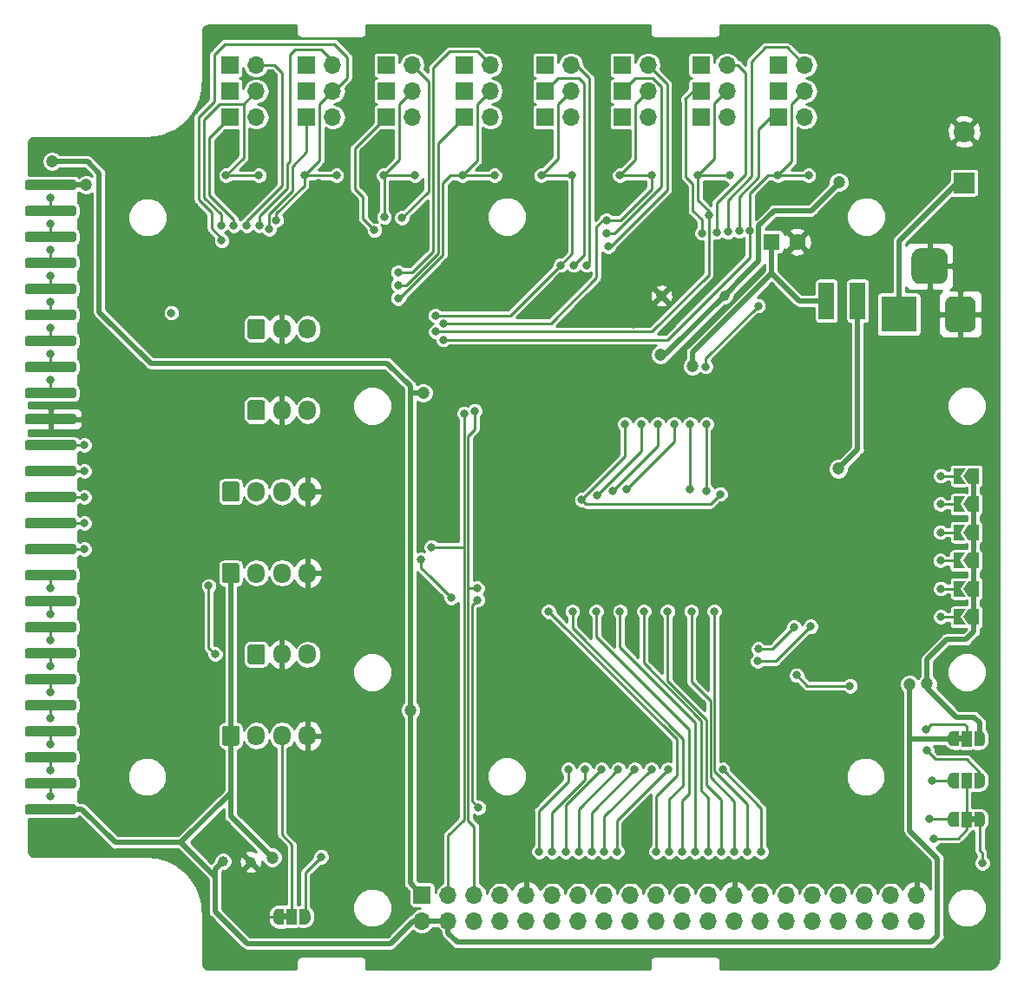
<source format=gbr>
G04 #@! TF.GenerationSoftware,KiCad,Pcbnew,(5.0.1)-3*
G04 #@! TF.CreationDate,2020-04-19T11:53:27-04:00*
G04 #@! TF.ProjectId,sailfin,7361696C66696E2E6B696361645F7063,rev?*
G04 #@! TF.SameCoordinates,Original*
G04 #@! TF.FileFunction,Copper,L1,Top,Signal*
G04 #@! TF.FilePolarity,Positive*
%FSLAX46Y46*%
G04 Gerber Fmt 4.6, Leading zero omitted, Abs format (unit mm)*
G04 Created by KiCad (PCBNEW (5.0.1)-3) date 4/19/2020 11:53:27 AM*
%MOMM*%
%LPD*%
G01*
G04 APERTURE LIST*
G04 #@! TA.AperFunction,Conductor*
%ADD10C,0.100000*%
G04 #@! TD*
G04 #@! TA.AperFunction,SMDPad,CuDef*
%ADD11C,1.000000*%
G04 #@! TD*
G04 #@! TA.AperFunction,ComponentPad*
%ADD12C,2.032000*%
G04 #@! TD*
G04 #@! TA.AperFunction,ComponentPad*
%ADD13R,2.032000X2.032000*%
G04 #@! TD*
G04 #@! TA.AperFunction,SMDPad,CuDef*
%ADD14R,1.000000X1.500000*%
G04 #@! TD*
G04 #@! TA.AperFunction,SMDPad,CuDef*
%ADD15C,0.500000*%
G04 #@! TD*
G04 #@! TA.AperFunction,ComponentPad*
%ADD16C,3.500000*%
G04 #@! TD*
G04 #@! TA.AperFunction,ComponentPad*
%ADD17C,3.000000*%
G04 #@! TD*
G04 #@! TA.AperFunction,ComponentPad*
%ADD18R,3.500000X3.500000*%
G04 #@! TD*
G04 #@! TA.AperFunction,ComponentPad*
%ADD19O,1.700000X1.950000*%
G04 #@! TD*
G04 #@! TA.AperFunction,ComponentPad*
%ADD20C,1.700000*%
G04 #@! TD*
G04 #@! TA.AperFunction,ComponentPad*
%ADD21O,1.700000X1.700000*%
G04 #@! TD*
G04 #@! TA.AperFunction,ComponentPad*
%ADD22R,1.700000X1.700000*%
G04 #@! TD*
G04 #@! TA.AperFunction,SMDPad,CuDef*
%ADD23C,0.300000*%
G04 #@! TD*
G04 #@! TA.AperFunction,SMDPad,CuDef*
%ADD24R,1.500000X3.600000*%
G04 #@! TD*
G04 #@! TA.AperFunction,ComponentPad*
%ADD25R,1.600000X1.600000*%
G04 #@! TD*
G04 #@! TA.AperFunction,ComponentPad*
%ADD26C,1.600000*%
G04 #@! TD*
G04 #@! TA.AperFunction,BGAPad,CuDef*
%ADD27C,1.000000*%
G04 #@! TD*
G04 #@! TA.AperFunction,ViaPad*
%ADD28C,0.800000*%
G04 #@! TD*
G04 #@! TA.AperFunction,ViaPad*
%ADD29C,1.200000*%
G04 #@! TD*
G04 #@! TA.AperFunction,Conductor*
%ADD30C,0.500000*%
G04 #@! TD*
G04 #@! TA.AperFunction,Conductor*
%ADD31C,0.250000*%
G04 #@! TD*
G04 #@! TA.AperFunction,Conductor*
%ADD32C,0.254000*%
G04 #@! TD*
G04 APERTURE END LIST*
D10*
G04 #@! TO.N,+5V*
G04 #@! TO.C,J4*
G36*
X21344504Y-174799204D02*
X21368773Y-174802804D01*
X21392571Y-174808765D01*
X21415671Y-174817030D01*
X21437849Y-174827520D01*
X21458893Y-174840133D01*
X21478598Y-174854747D01*
X21496777Y-174871223D01*
X21513253Y-174889402D01*
X21527867Y-174909107D01*
X21540480Y-174930151D01*
X21550970Y-174952329D01*
X21559235Y-174975429D01*
X21565196Y-174999227D01*
X21568796Y-175023496D01*
X21570000Y-175048000D01*
X21570000Y-175548000D01*
X21568796Y-175572504D01*
X21565196Y-175596773D01*
X21559235Y-175620571D01*
X21550970Y-175643671D01*
X21540480Y-175665849D01*
X21527867Y-175686893D01*
X21513253Y-175706598D01*
X21496777Y-175724777D01*
X21478598Y-175741253D01*
X21458893Y-175755867D01*
X21437849Y-175768480D01*
X21415671Y-175778970D01*
X21392571Y-175787235D01*
X21368773Y-175793196D01*
X21344504Y-175796796D01*
X21320000Y-175798000D01*
X16820000Y-175798000D01*
X16795496Y-175796796D01*
X16771227Y-175793196D01*
X16747429Y-175787235D01*
X16724329Y-175778970D01*
X16702151Y-175768480D01*
X16681107Y-175755867D01*
X16661402Y-175741253D01*
X16643223Y-175724777D01*
X16626747Y-175706598D01*
X16612133Y-175686893D01*
X16599520Y-175665849D01*
X16589030Y-175643671D01*
X16580765Y-175620571D01*
X16574804Y-175596773D01*
X16571204Y-175572504D01*
X16570000Y-175548000D01*
X16570000Y-175048000D01*
X16571204Y-175023496D01*
X16574804Y-174999227D01*
X16580765Y-174975429D01*
X16589030Y-174952329D01*
X16599520Y-174930151D01*
X16612133Y-174909107D01*
X16626747Y-174889402D01*
X16643223Y-174871223D01*
X16661402Y-174854747D01*
X16681107Y-174840133D01*
X16702151Y-174827520D01*
X16724329Y-174817030D01*
X16747429Y-174808765D01*
X16771227Y-174802804D01*
X16795496Y-174799204D01*
X16820000Y-174798000D01*
X21320000Y-174798000D01*
X21344504Y-174799204D01*
X21344504Y-174799204D01*
G37*
D11*
G04 #@! TD*
G04 #@! TO.P,J4,50*
G04 #@! TO.N,+5V*
X19070000Y-175298000D03*
D10*
G04 #@! TO.N,/PA1*
G04 #@! TO.C,J4*
G36*
X21344504Y-172259204D02*
X21368773Y-172262804D01*
X21392571Y-172268765D01*
X21415671Y-172277030D01*
X21437849Y-172287520D01*
X21458893Y-172300133D01*
X21478598Y-172314747D01*
X21496777Y-172331223D01*
X21513253Y-172349402D01*
X21527867Y-172369107D01*
X21540480Y-172390151D01*
X21550970Y-172412329D01*
X21559235Y-172435429D01*
X21565196Y-172459227D01*
X21568796Y-172483496D01*
X21570000Y-172508000D01*
X21570000Y-173008000D01*
X21568796Y-173032504D01*
X21565196Y-173056773D01*
X21559235Y-173080571D01*
X21550970Y-173103671D01*
X21540480Y-173125849D01*
X21527867Y-173146893D01*
X21513253Y-173166598D01*
X21496777Y-173184777D01*
X21478598Y-173201253D01*
X21458893Y-173215867D01*
X21437849Y-173228480D01*
X21415671Y-173238970D01*
X21392571Y-173247235D01*
X21368773Y-173253196D01*
X21344504Y-173256796D01*
X21320000Y-173258000D01*
X16820000Y-173258000D01*
X16795496Y-173256796D01*
X16771227Y-173253196D01*
X16747429Y-173247235D01*
X16724329Y-173238970D01*
X16702151Y-173228480D01*
X16681107Y-173215867D01*
X16661402Y-173201253D01*
X16643223Y-173184777D01*
X16626747Y-173166598D01*
X16612133Y-173146893D01*
X16599520Y-173125849D01*
X16589030Y-173103671D01*
X16580765Y-173080571D01*
X16574804Y-173056773D01*
X16571204Y-173032504D01*
X16570000Y-173008000D01*
X16570000Y-172508000D01*
X16571204Y-172483496D01*
X16574804Y-172459227D01*
X16580765Y-172435429D01*
X16589030Y-172412329D01*
X16599520Y-172390151D01*
X16612133Y-172369107D01*
X16626747Y-172349402D01*
X16643223Y-172331223D01*
X16661402Y-172314747D01*
X16681107Y-172300133D01*
X16702151Y-172287520D01*
X16724329Y-172277030D01*
X16747429Y-172268765D01*
X16771227Y-172262804D01*
X16795496Y-172259204D01*
X16820000Y-172258000D01*
X21320000Y-172258000D01*
X21344504Y-172259204D01*
X21344504Y-172259204D01*
G37*
D11*
G04 #@! TD*
G04 #@! TO.P,J4,48*
G04 #@! TO.N,/PA1*
X19070000Y-172758000D03*
D10*
G04 #@! TO.N,/PA3*
G04 #@! TO.C,J4*
G36*
X21344504Y-169719204D02*
X21368773Y-169722804D01*
X21392571Y-169728765D01*
X21415671Y-169737030D01*
X21437849Y-169747520D01*
X21458893Y-169760133D01*
X21478598Y-169774747D01*
X21496777Y-169791223D01*
X21513253Y-169809402D01*
X21527867Y-169829107D01*
X21540480Y-169850151D01*
X21550970Y-169872329D01*
X21559235Y-169895429D01*
X21565196Y-169919227D01*
X21568796Y-169943496D01*
X21570000Y-169968000D01*
X21570000Y-170468000D01*
X21568796Y-170492504D01*
X21565196Y-170516773D01*
X21559235Y-170540571D01*
X21550970Y-170563671D01*
X21540480Y-170585849D01*
X21527867Y-170606893D01*
X21513253Y-170626598D01*
X21496777Y-170644777D01*
X21478598Y-170661253D01*
X21458893Y-170675867D01*
X21437849Y-170688480D01*
X21415671Y-170698970D01*
X21392571Y-170707235D01*
X21368773Y-170713196D01*
X21344504Y-170716796D01*
X21320000Y-170718000D01*
X16820000Y-170718000D01*
X16795496Y-170716796D01*
X16771227Y-170713196D01*
X16747429Y-170707235D01*
X16724329Y-170698970D01*
X16702151Y-170688480D01*
X16681107Y-170675867D01*
X16661402Y-170661253D01*
X16643223Y-170644777D01*
X16626747Y-170626598D01*
X16612133Y-170606893D01*
X16599520Y-170585849D01*
X16589030Y-170563671D01*
X16580765Y-170540571D01*
X16574804Y-170516773D01*
X16571204Y-170492504D01*
X16570000Y-170468000D01*
X16570000Y-169968000D01*
X16571204Y-169943496D01*
X16574804Y-169919227D01*
X16580765Y-169895429D01*
X16589030Y-169872329D01*
X16599520Y-169850151D01*
X16612133Y-169829107D01*
X16626747Y-169809402D01*
X16643223Y-169791223D01*
X16661402Y-169774747D01*
X16681107Y-169760133D01*
X16702151Y-169747520D01*
X16724329Y-169737030D01*
X16747429Y-169728765D01*
X16771227Y-169722804D01*
X16795496Y-169719204D01*
X16820000Y-169718000D01*
X21320000Y-169718000D01*
X21344504Y-169719204D01*
X21344504Y-169719204D01*
G37*
D11*
G04 #@! TD*
G04 #@! TO.P,J4,46*
G04 #@! TO.N,/PA3*
X19070000Y-170218000D03*
D10*
G04 #@! TO.N,/PA5*
G04 #@! TO.C,J4*
G36*
X21344504Y-167179204D02*
X21368773Y-167182804D01*
X21392571Y-167188765D01*
X21415671Y-167197030D01*
X21437849Y-167207520D01*
X21458893Y-167220133D01*
X21478598Y-167234747D01*
X21496777Y-167251223D01*
X21513253Y-167269402D01*
X21527867Y-167289107D01*
X21540480Y-167310151D01*
X21550970Y-167332329D01*
X21559235Y-167355429D01*
X21565196Y-167379227D01*
X21568796Y-167403496D01*
X21570000Y-167428000D01*
X21570000Y-167928000D01*
X21568796Y-167952504D01*
X21565196Y-167976773D01*
X21559235Y-168000571D01*
X21550970Y-168023671D01*
X21540480Y-168045849D01*
X21527867Y-168066893D01*
X21513253Y-168086598D01*
X21496777Y-168104777D01*
X21478598Y-168121253D01*
X21458893Y-168135867D01*
X21437849Y-168148480D01*
X21415671Y-168158970D01*
X21392571Y-168167235D01*
X21368773Y-168173196D01*
X21344504Y-168176796D01*
X21320000Y-168178000D01*
X16820000Y-168178000D01*
X16795496Y-168176796D01*
X16771227Y-168173196D01*
X16747429Y-168167235D01*
X16724329Y-168158970D01*
X16702151Y-168148480D01*
X16681107Y-168135867D01*
X16661402Y-168121253D01*
X16643223Y-168104777D01*
X16626747Y-168086598D01*
X16612133Y-168066893D01*
X16599520Y-168045849D01*
X16589030Y-168023671D01*
X16580765Y-168000571D01*
X16574804Y-167976773D01*
X16571204Y-167952504D01*
X16570000Y-167928000D01*
X16570000Y-167428000D01*
X16571204Y-167403496D01*
X16574804Y-167379227D01*
X16580765Y-167355429D01*
X16589030Y-167332329D01*
X16599520Y-167310151D01*
X16612133Y-167289107D01*
X16626747Y-167269402D01*
X16643223Y-167251223D01*
X16661402Y-167234747D01*
X16681107Y-167220133D01*
X16702151Y-167207520D01*
X16724329Y-167197030D01*
X16747429Y-167188765D01*
X16771227Y-167182804D01*
X16795496Y-167179204D01*
X16820000Y-167178000D01*
X21320000Y-167178000D01*
X21344504Y-167179204D01*
X21344504Y-167179204D01*
G37*
D11*
G04 #@! TD*
G04 #@! TO.P,J4,44*
G04 #@! TO.N,/PA5*
X19070000Y-167678000D03*
D10*
G04 #@! TO.N,/PA7*
G04 #@! TO.C,J4*
G36*
X21344504Y-164639204D02*
X21368773Y-164642804D01*
X21392571Y-164648765D01*
X21415671Y-164657030D01*
X21437849Y-164667520D01*
X21458893Y-164680133D01*
X21478598Y-164694747D01*
X21496777Y-164711223D01*
X21513253Y-164729402D01*
X21527867Y-164749107D01*
X21540480Y-164770151D01*
X21550970Y-164792329D01*
X21559235Y-164815429D01*
X21565196Y-164839227D01*
X21568796Y-164863496D01*
X21570000Y-164888000D01*
X21570000Y-165388000D01*
X21568796Y-165412504D01*
X21565196Y-165436773D01*
X21559235Y-165460571D01*
X21550970Y-165483671D01*
X21540480Y-165505849D01*
X21527867Y-165526893D01*
X21513253Y-165546598D01*
X21496777Y-165564777D01*
X21478598Y-165581253D01*
X21458893Y-165595867D01*
X21437849Y-165608480D01*
X21415671Y-165618970D01*
X21392571Y-165627235D01*
X21368773Y-165633196D01*
X21344504Y-165636796D01*
X21320000Y-165638000D01*
X16820000Y-165638000D01*
X16795496Y-165636796D01*
X16771227Y-165633196D01*
X16747429Y-165627235D01*
X16724329Y-165618970D01*
X16702151Y-165608480D01*
X16681107Y-165595867D01*
X16661402Y-165581253D01*
X16643223Y-165564777D01*
X16626747Y-165546598D01*
X16612133Y-165526893D01*
X16599520Y-165505849D01*
X16589030Y-165483671D01*
X16580765Y-165460571D01*
X16574804Y-165436773D01*
X16571204Y-165412504D01*
X16570000Y-165388000D01*
X16570000Y-164888000D01*
X16571204Y-164863496D01*
X16574804Y-164839227D01*
X16580765Y-164815429D01*
X16589030Y-164792329D01*
X16599520Y-164770151D01*
X16612133Y-164749107D01*
X16626747Y-164729402D01*
X16643223Y-164711223D01*
X16661402Y-164694747D01*
X16681107Y-164680133D01*
X16702151Y-164667520D01*
X16724329Y-164657030D01*
X16747429Y-164648765D01*
X16771227Y-164642804D01*
X16795496Y-164639204D01*
X16820000Y-164638000D01*
X21320000Y-164638000D01*
X21344504Y-164639204D01*
X21344504Y-164639204D01*
G37*
D11*
G04 #@! TD*
G04 #@! TO.P,J4,42*
G04 #@! TO.N,/PA7*
X19070000Y-165138000D03*
D10*
G04 #@! TO.N,/ATO1*
G04 #@! TO.C,J4*
G36*
X21344504Y-162099204D02*
X21368773Y-162102804D01*
X21392571Y-162108765D01*
X21415671Y-162117030D01*
X21437849Y-162127520D01*
X21458893Y-162140133D01*
X21478598Y-162154747D01*
X21496777Y-162171223D01*
X21513253Y-162189402D01*
X21527867Y-162209107D01*
X21540480Y-162230151D01*
X21550970Y-162252329D01*
X21559235Y-162275429D01*
X21565196Y-162299227D01*
X21568796Y-162323496D01*
X21570000Y-162348000D01*
X21570000Y-162848000D01*
X21568796Y-162872504D01*
X21565196Y-162896773D01*
X21559235Y-162920571D01*
X21550970Y-162943671D01*
X21540480Y-162965849D01*
X21527867Y-162986893D01*
X21513253Y-163006598D01*
X21496777Y-163024777D01*
X21478598Y-163041253D01*
X21458893Y-163055867D01*
X21437849Y-163068480D01*
X21415671Y-163078970D01*
X21392571Y-163087235D01*
X21368773Y-163093196D01*
X21344504Y-163096796D01*
X21320000Y-163098000D01*
X16820000Y-163098000D01*
X16795496Y-163096796D01*
X16771227Y-163093196D01*
X16747429Y-163087235D01*
X16724329Y-163078970D01*
X16702151Y-163068480D01*
X16681107Y-163055867D01*
X16661402Y-163041253D01*
X16643223Y-163024777D01*
X16626747Y-163006598D01*
X16612133Y-162986893D01*
X16599520Y-162965849D01*
X16589030Y-162943671D01*
X16580765Y-162920571D01*
X16574804Y-162896773D01*
X16571204Y-162872504D01*
X16570000Y-162848000D01*
X16570000Y-162348000D01*
X16571204Y-162323496D01*
X16574804Y-162299227D01*
X16580765Y-162275429D01*
X16589030Y-162252329D01*
X16599520Y-162230151D01*
X16612133Y-162209107D01*
X16626747Y-162189402D01*
X16643223Y-162171223D01*
X16661402Y-162154747D01*
X16681107Y-162140133D01*
X16702151Y-162127520D01*
X16724329Y-162117030D01*
X16747429Y-162108765D01*
X16771227Y-162102804D01*
X16795496Y-162099204D01*
X16820000Y-162098000D01*
X21320000Y-162098000D01*
X21344504Y-162099204D01*
X21344504Y-162099204D01*
G37*
D11*
G04 #@! TD*
G04 #@! TO.P,J4,40*
G04 #@! TO.N,/ATO1*
X19070000Y-162598000D03*
D10*
G04 #@! TO.N,/PB1*
G04 #@! TO.C,J4*
G36*
X21344504Y-159559204D02*
X21368773Y-159562804D01*
X21392571Y-159568765D01*
X21415671Y-159577030D01*
X21437849Y-159587520D01*
X21458893Y-159600133D01*
X21478598Y-159614747D01*
X21496777Y-159631223D01*
X21513253Y-159649402D01*
X21527867Y-159669107D01*
X21540480Y-159690151D01*
X21550970Y-159712329D01*
X21559235Y-159735429D01*
X21565196Y-159759227D01*
X21568796Y-159783496D01*
X21570000Y-159808000D01*
X21570000Y-160308000D01*
X21568796Y-160332504D01*
X21565196Y-160356773D01*
X21559235Y-160380571D01*
X21550970Y-160403671D01*
X21540480Y-160425849D01*
X21527867Y-160446893D01*
X21513253Y-160466598D01*
X21496777Y-160484777D01*
X21478598Y-160501253D01*
X21458893Y-160515867D01*
X21437849Y-160528480D01*
X21415671Y-160538970D01*
X21392571Y-160547235D01*
X21368773Y-160553196D01*
X21344504Y-160556796D01*
X21320000Y-160558000D01*
X16820000Y-160558000D01*
X16795496Y-160556796D01*
X16771227Y-160553196D01*
X16747429Y-160547235D01*
X16724329Y-160538970D01*
X16702151Y-160528480D01*
X16681107Y-160515867D01*
X16661402Y-160501253D01*
X16643223Y-160484777D01*
X16626747Y-160466598D01*
X16612133Y-160446893D01*
X16599520Y-160425849D01*
X16589030Y-160403671D01*
X16580765Y-160380571D01*
X16574804Y-160356773D01*
X16571204Y-160332504D01*
X16570000Y-160308000D01*
X16570000Y-159808000D01*
X16571204Y-159783496D01*
X16574804Y-159759227D01*
X16580765Y-159735429D01*
X16589030Y-159712329D01*
X16599520Y-159690151D01*
X16612133Y-159669107D01*
X16626747Y-159649402D01*
X16643223Y-159631223D01*
X16661402Y-159614747D01*
X16681107Y-159600133D01*
X16702151Y-159587520D01*
X16724329Y-159577030D01*
X16747429Y-159568765D01*
X16771227Y-159562804D01*
X16795496Y-159559204D01*
X16820000Y-159558000D01*
X21320000Y-159558000D01*
X21344504Y-159559204D01*
X21344504Y-159559204D01*
G37*
D11*
G04 #@! TD*
G04 #@! TO.P,J4,38*
G04 #@! TO.N,/PB1*
X19070000Y-160058000D03*
D10*
G04 #@! TO.N,/PB3*
G04 #@! TO.C,J4*
G36*
X21344504Y-157019204D02*
X21368773Y-157022804D01*
X21392571Y-157028765D01*
X21415671Y-157037030D01*
X21437849Y-157047520D01*
X21458893Y-157060133D01*
X21478598Y-157074747D01*
X21496777Y-157091223D01*
X21513253Y-157109402D01*
X21527867Y-157129107D01*
X21540480Y-157150151D01*
X21550970Y-157172329D01*
X21559235Y-157195429D01*
X21565196Y-157219227D01*
X21568796Y-157243496D01*
X21570000Y-157268000D01*
X21570000Y-157768000D01*
X21568796Y-157792504D01*
X21565196Y-157816773D01*
X21559235Y-157840571D01*
X21550970Y-157863671D01*
X21540480Y-157885849D01*
X21527867Y-157906893D01*
X21513253Y-157926598D01*
X21496777Y-157944777D01*
X21478598Y-157961253D01*
X21458893Y-157975867D01*
X21437849Y-157988480D01*
X21415671Y-157998970D01*
X21392571Y-158007235D01*
X21368773Y-158013196D01*
X21344504Y-158016796D01*
X21320000Y-158018000D01*
X16820000Y-158018000D01*
X16795496Y-158016796D01*
X16771227Y-158013196D01*
X16747429Y-158007235D01*
X16724329Y-157998970D01*
X16702151Y-157988480D01*
X16681107Y-157975867D01*
X16661402Y-157961253D01*
X16643223Y-157944777D01*
X16626747Y-157926598D01*
X16612133Y-157906893D01*
X16599520Y-157885849D01*
X16589030Y-157863671D01*
X16580765Y-157840571D01*
X16574804Y-157816773D01*
X16571204Y-157792504D01*
X16570000Y-157768000D01*
X16570000Y-157268000D01*
X16571204Y-157243496D01*
X16574804Y-157219227D01*
X16580765Y-157195429D01*
X16589030Y-157172329D01*
X16599520Y-157150151D01*
X16612133Y-157129107D01*
X16626747Y-157109402D01*
X16643223Y-157091223D01*
X16661402Y-157074747D01*
X16681107Y-157060133D01*
X16702151Y-157047520D01*
X16724329Y-157037030D01*
X16747429Y-157028765D01*
X16771227Y-157022804D01*
X16795496Y-157019204D01*
X16820000Y-157018000D01*
X21320000Y-157018000D01*
X21344504Y-157019204D01*
X21344504Y-157019204D01*
G37*
D11*
G04 #@! TD*
G04 #@! TO.P,J4,36*
G04 #@! TO.N,/PB3*
X19070000Y-157518000D03*
D10*
G04 #@! TO.N,/PB5*
G04 #@! TO.C,J4*
G36*
X21344504Y-154479204D02*
X21368773Y-154482804D01*
X21392571Y-154488765D01*
X21415671Y-154497030D01*
X21437849Y-154507520D01*
X21458893Y-154520133D01*
X21478598Y-154534747D01*
X21496777Y-154551223D01*
X21513253Y-154569402D01*
X21527867Y-154589107D01*
X21540480Y-154610151D01*
X21550970Y-154632329D01*
X21559235Y-154655429D01*
X21565196Y-154679227D01*
X21568796Y-154703496D01*
X21570000Y-154728000D01*
X21570000Y-155228000D01*
X21568796Y-155252504D01*
X21565196Y-155276773D01*
X21559235Y-155300571D01*
X21550970Y-155323671D01*
X21540480Y-155345849D01*
X21527867Y-155366893D01*
X21513253Y-155386598D01*
X21496777Y-155404777D01*
X21478598Y-155421253D01*
X21458893Y-155435867D01*
X21437849Y-155448480D01*
X21415671Y-155458970D01*
X21392571Y-155467235D01*
X21368773Y-155473196D01*
X21344504Y-155476796D01*
X21320000Y-155478000D01*
X16820000Y-155478000D01*
X16795496Y-155476796D01*
X16771227Y-155473196D01*
X16747429Y-155467235D01*
X16724329Y-155458970D01*
X16702151Y-155448480D01*
X16681107Y-155435867D01*
X16661402Y-155421253D01*
X16643223Y-155404777D01*
X16626747Y-155386598D01*
X16612133Y-155366893D01*
X16599520Y-155345849D01*
X16589030Y-155323671D01*
X16580765Y-155300571D01*
X16574804Y-155276773D01*
X16571204Y-155252504D01*
X16570000Y-155228000D01*
X16570000Y-154728000D01*
X16571204Y-154703496D01*
X16574804Y-154679227D01*
X16580765Y-154655429D01*
X16589030Y-154632329D01*
X16599520Y-154610151D01*
X16612133Y-154589107D01*
X16626747Y-154569402D01*
X16643223Y-154551223D01*
X16661402Y-154534747D01*
X16681107Y-154520133D01*
X16702151Y-154507520D01*
X16724329Y-154497030D01*
X16747429Y-154488765D01*
X16771227Y-154482804D01*
X16795496Y-154479204D01*
X16820000Y-154478000D01*
X21320000Y-154478000D01*
X21344504Y-154479204D01*
X21344504Y-154479204D01*
G37*
D11*
G04 #@! TD*
G04 #@! TO.P,J4,34*
G04 #@! TO.N,/PB5*
X19070000Y-154978000D03*
D10*
G04 #@! TO.N,/PB7*
G04 #@! TO.C,J4*
G36*
X21344504Y-151939204D02*
X21368773Y-151942804D01*
X21392571Y-151948765D01*
X21415671Y-151957030D01*
X21437849Y-151967520D01*
X21458893Y-151980133D01*
X21478598Y-151994747D01*
X21496777Y-152011223D01*
X21513253Y-152029402D01*
X21527867Y-152049107D01*
X21540480Y-152070151D01*
X21550970Y-152092329D01*
X21559235Y-152115429D01*
X21565196Y-152139227D01*
X21568796Y-152163496D01*
X21570000Y-152188000D01*
X21570000Y-152688000D01*
X21568796Y-152712504D01*
X21565196Y-152736773D01*
X21559235Y-152760571D01*
X21550970Y-152783671D01*
X21540480Y-152805849D01*
X21527867Y-152826893D01*
X21513253Y-152846598D01*
X21496777Y-152864777D01*
X21478598Y-152881253D01*
X21458893Y-152895867D01*
X21437849Y-152908480D01*
X21415671Y-152918970D01*
X21392571Y-152927235D01*
X21368773Y-152933196D01*
X21344504Y-152936796D01*
X21320000Y-152938000D01*
X16820000Y-152938000D01*
X16795496Y-152936796D01*
X16771227Y-152933196D01*
X16747429Y-152927235D01*
X16724329Y-152918970D01*
X16702151Y-152908480D01*
X16681107Y-152895867D01*
X16661402Y-152881253D01*
X16643223Y-152864777D01*
X16626747Y-152846598D01*
X16612133Y-152826893D01*
X16599520Y-152805849D01*
X16589030Y-152783671D01*
X16580765Y-152760571D01*
X16574804Y-152736773D01*
X16571204Y-152712504D01*
X16570000Y-152688000D01*
X16570000Y-152188000D01*
X16571204Y-152163496D01*
X16574804Y-152139227D01*
X16580765Y-152115429D01*
X16589030Y-152092329D01*
X16599520Y-152070151D01*
X16612133Y-152049107D01*
X16626747Y-152029402D01*
X16643223Y-152011223D01*
X16661402Y-151994747D01*
X16681107Y-151980133D01*
X16702151Y-151967520D01*
X16724329Y-151957030D01*
X16747429Y-151948765D01*
X16771227Y-151942804D01*
X16795496Y-151939204D01*
X16820000Y-151938000D01*
X21320000Y-151938000D01*
X21344504Y-151939204D01*
X21344504Y-151939204D01*
G37*
D11*
G04 #@! TD*
G04 #@! TO.P,J4,32*
G04 #@! TO.N,/PB7*
X19070000Y-152438000D03*
D10*
G04 #@! TO.N,/1WIRE*
G04 #@! TO.C,J4*
G36*
X21344504Y-149399204D02*
X21368773Y-149402804D01*
X21392571Y-149408765D01*
X21415671Y-149417030D01*
X21437849Y-149427520D01*
X21458893Y-149440133D01*
X21478598Y-149454747D01*
X21496777Y-149471223D01*
X21513253Y-149489402D01*
X21527867Y-149509107D01*
X21540480Y-149530151D01*
X21550970Y-149552329D01*
X21559235Y-149575429D01*
X21565196Y-149599227D01*
X21568796Y-149623496D01*
X21570000Y-149648000D01*
X21570000Y-150148000D01*
X21568796Y-150172504D01*
X21565196Y-150196773D01*
X21559235Y-150220571D01*
X21550970Y-150243671D01*
X21540480Y-150265849D01*
X21527867Y-150286893D01*
X21513253Y-150306598D01*
X21496777Y-150324777D01*
X21478598Y-150341253D01*
X21458893Y-150355867D01*
X21437849Y-150368480D01*
X21415671Y-150378970D01*
X21392571Y-150387235D01*
X21368773Y-150393196D01*
X21344504Y-150396796D01*
X21320000Y-150398000D01*
X16820000Y-150398000D01*
X16795496Y-150396796D01*
X16771227Y-150393196D01*
X16747429Y-150387235D01*
X16724329Y-150378970D01*
X16702151Y-150368480D01*
X16681107Y-150355867D01*
X16661402Y-150341253D01*
X16643223Y-150324777D01*
X16626747Y-150306598D01*
X16612133Y-150286893D01*
X16599520Y-150265849D01*
X16589030Y-150243671D01*
X16580765Y-150220571D01*
X16574804Y-150196773D01*
X16571204Y-150172504D01*
X16570000Y-150148000D01*
X16570000Y-149648000D01*
X16571204Y-149623496D01*
X16574804Y-149599227D01*
X16580765Y-149575429D01*
X16589030Y-149552329D01*
X16599520Y-149530151D01*
X16612133Y-149509107D01*
X16626747Y-149489402D01*
X16643223Y-149471223D01*
X16661402Y-149454747D01*
X16681107Y-149440133D01*
X16702151Y-149427520D01*
X16724329Y-149417030D01*
X16747429Y-149408765D01*
X16771227Y-149402804D01*
X16795496Y-149399204D01*
X16820000Y-149398000D01*
X21320000Y-149398000D01*
X21344504Y-149399204D01*
X21344504Y-149399204D01*
G37*
D11*
G04 #@! TD*
G04 #@! TO.P,J4,30*
G04 #@! TO.N,/1WIRE*
X19070000Y-149898000D03*
D10*
G04 #@! TO.N,/SDA*
G04 #@! TO.C,J4*
G36*
X21344504Y-146859204D02*
X21368773Y-146862804D01*
X21392571Y-146868765D01*
X21415671Y-146877030D01*
X21437849Y-146887520D01*
X21458893Y-146900133D01*
X21478598Y-146914747D01*
X21496777Y-146931223D01*
X21513253Y-146949402D01*
X21527867Y-146969107D01*
X21540480Y-146990151D01*
X21550970Y-147012329D01*
X21559235Y-147035429D01*
X21565196Y-147059227D01*
X21568796Y-147083496D01*
X21570000Y-147108000D01*
X21570000Y-147608000D01*
X21568796Y-147632504D01*
X21565196Y-147656773D01*
X21559235Y-147680571D01*
X21550970Y-147703671D01*
X21540480Y-147725849D01*
X21527867Y-147746893D01*
X21513253Y-147766598D01*
X21496777Y-147784777D01*
X21478598Y-147801253D01*
X21458893Y-147815867D01*
X21437849Y-147828480D01*
X21415671Y-147838970D01*
X21392571Y-147847235D01*
X21368773Y-147853196D01*
X21344504Y-147856796D01*
X21320000Y-147858000D01*
X16820000Y-147858000D01*
X16795496Y-147856796D01*
X16771227Y-147853196D01*
X16747429Y-147847235D01*
X16724329Y-147838970D01*
X16702151Y-147828480D01*
X16681107Y-147815867D01*
X16661402Y-147801253D01*
X16643223Y-147784777D01*
X16626747Y-147766598D01*
X16612133Y-147746893D01*
X16599520Y-147725849D01*
X16589030Y-147703671D01*
X16580765Y-147680571D01*
X16574804Y-147656773D01*
X16571204Y-147632504D01*
X16570000Y-147608000D01*
X16570000Y-147108000D01*
X16571204Y-147083496D01*
X16574804Y-147059227D01*
X16580765Y-147035429D01*
X16589030Y-147012329D01*
X16599520Y-146990151D01*
X16612133Y-146969107D01*
X16626747Y-146949402D01*
X16643223Y-146931223D01*
X16661402Y-146914747D01*
X16681107Y-146900133D01*
X16702151Y-146887520D01*
X16724329Y-146877030D01*
X16747429Y-146868765D01*
X16771227Y-146862804D01*
X16795496Y-146859204D01*
X16820000Y-146858000D01*
X21320000Y-146858000D01*
X21344504Y-146859204D01*
X21344504Y-146859204D01*
G37*
D11*
G04 #@! TD*
G04 #@! TO.P,J4,28*
G04 #@! TO.N,/SDA*
X19070000Y-147358000D03*
D10*
G04 #@! TO.N,/AIN1*
G04 #@! TO.C,J4*
G36*
X21344504Y-144319204D02*
X21368773Y-144322804D01*
X21392571Y-144328765D01*
X21415671Y-144337030D01*
X21437849Y-144347520D01*
X21458893Y-144360133D01*
X21478598Y-144374747D01*
X21496777Y-144391223D01*
X21513253Y-144409402D01*
X21527867Y-144429107D01*
X21540480Y-144450151D01*
X21550970Y-144472329D01*
X21559235Y-144495429D01*
X21565196Y-144519227D01*
X21568796Y-144543496D01*
X21570000Y-144568000D01*
X21570000Y-145068000D01*
X21568796Y-145092504D01*
X21565196Y-145116773D01*
X21559235Y-145140571D01*
X21550970Y-145163671D01*
X21540480Y-145185849D01*
X21527867Y-145206893D01*
X21513253Y-145226598D01*
X21496777Y-145244777D01*
X21478598Y-145261253D01*
X21458893Y-145275867D01*
X21437849Y-145288480D01*
X21415671Y-145298970D01*
X21392571Y-145307235D01*
X21368773Y-145313196D01*
X21344504Y-145316796D01*
X21320000Y-145318000D01*
X16820000Y-145318000D01*
X16795496Y-145316796D01*
X16771227Y-145313196D01*
X16747429Y-145307235D01*
X16724329Y-145298970D01*
X16702151Y-145288480D01*
X16681107Y-145275867D01*
X16661402Y-145261253D01*
X16643223Y-145244777D01*
X16626747Y-145226598D01*
X16612133Y-145206893D01*
X16599520Y-145185849D01*
X16589030Y-145163671D01*
X16580765Y-145140571D01*
X16574804Y-145116773D01*
X16571204Y-145092504D01*
X16570000Y-145068000D01*
X16570000Y-144568000D01*
X16571204Y-144543496D01*
X16574804Y-144519227D01*
X16580765Y-144495429D01*
X16589030Y-144472329D01*
X16599520Y-144450151D01*
X16612133Y-144429107D01*
X16626747Y-144409402D01*
X16643223Y-144391223D01*
X16661402Y-144374747D01*
X16681107Y-144360133D01*
X16702151Y-144347520D01*
X16724329Y-144337030D01*
X16747429Y-144328765D01*
X16771227Y-144322804D01*
X16795496Y-144319204D01*
X16820000Y-144318000D01*
X21320000Y-144318000D01*
X21344504Y-144319204D01*
X21344504Y-144319204D01*
G37*
D11*
G04 #@! TD*
G04 #@! TO.P,J4,26*
G04 #@! TO.N,/AIN1*
X19070000Y-144818000D03*
D10*
G04 #@! TO.N,/AIN2*
G04 #@! TO.C,J4*
G36*
X21344504Y-141779204D02*
X21368773Y-141782804D01*
X21392571Y-141788765D01*
X21415671Y-141797030D01*
X21437849Y-141807520D01*
X21458893Y-141820133D01*
X21478598Y-141834747D01*
X21496777Y-141851223D01*
X21513253Y-141869402D01*
X21527867Y-141889107D01*
X21540480Y-141910151D01*
X21550970Y-141932329D01*
X21559235Y-141955429D01*
X21565196Y-141979227D01*
X21568796Y-142003496D01*
X21570000Y-142028000D01*
X21570000Y-142528000D01*
X21568796Y-142552504D01*
X21565196Y-142576773D01*
X21559235Y-142600571D01*
X21550970Y-142623671D01*
X21540480Y-142645849D01*
X21527867Y-142666893D01*
X21513253Y-142686598D01*
X21496777Y-142704777D01*
X21478598Y-142721253D01*
X21458893Y-142735867D01*
X21437849Y-142748480D01*
X21415671Y-142758970D01*
X21392571Y-142767235D01*
X21368773Y-142773196D01*
X21344504Y-142776796D01*
X21320000Y-142778000D01*
X16820000Y-142778000D01*
X16795496Y-142776796D01*
X16771227Y-142773196D01*
X16747429Y-142767235D01*
X16724329Y-142758970D01*
X16702151Y-142748480D01*
X16681107Y-142735867D01*
X16661402Y-142721253D01*
X16643223Y-142704777D01*
X16626747Y-142686598D01*
X16612133Y-142666893D01*
X16599520Y-142645849D01*
X16589030Y-142623671D01*
X16580765Y-142600571D01*
X16574804Y-142576773D01*
X16571204Y-142552504D01*
X16570000Y-142528000D01*
X16570000Y-142028000D01*
X16571204Y-142003496D01*
X16574804Y-141979227D01*
X16580765Y-141955429D01*
X16589030Y-141932329D01*
X16599520Y-141910151D01*
X16612133Y-141889107D01*
X16626747Y-141869402D01*
X16643223Y-141851223D01*
X16661402Y-141834747D01*
X16681107Y-141820133D01*
X16702151Y-141807520D01*
X16724329Y-141797030D01*
X16747429Y-141788765D01*
X16771227Y-141782804D01*
X16795496Y-141779204D01*
X16820000Y-141778000D01*
X21320000Y-141778000D01*
X21344504Y-141779204D01*
X21344504Y-141779204D01*
G37*
D11*
G04 #@! TD*
G04 #@! TO.P,J4,24*
G04 #@! TO.N,/AIN2*
X19070000Y-142278000D03*
D10*
G04 #@! TO.N,/AIN4*
G04 #@! TO.C,J4*
G36*
X21344504Y-139239204D02*
X21368773Y-139242804D01*
X21392571Y-139248765D01*
X21415671Y-139257030D01*
X21437849Y-139267520D01*
X21458893Y-139280133D01*
X21478598Y-139294747D01*
X21496777Y-139311223D01*
X21513253Y-139329402D01*
X21527867Y-139349107D01*
X21540480Y-139370151D01*
X21550970Y-139392329D01*
X21559235Y-139415429D01*
X21565196Y-139439227D01*
X21568796Y-139463496D01*
X21570000Y-139488000D01*
X21570000Y-139988000D01*
X21568796Y-140012504D01*
X21565196Y-140036773D01*
X21559235Y-140060571D01*
X21550970Y-140083671D01*
X21540480Y-140105849D01*
X21527867Y-140126893D01*
X21513253Y-140146598D01*
X21496777Y-140164777D01*
X21478598Y-140181253D01*
X21458893Y-140195867D01*
X21437849Y-140208480D01*
X21415671Y-140218970D01*
X21392571Y-140227235D01*
X21368773Y-140233196D01*
X21344504Y-140236796D01*
X21320000Y-140238000D01*
X16820000Y-140238000D01*
X16795496Y-140236796D01*
X16771227Y-140233196D01*
X16747429Y-140227235D01*
X16724329Y-140218970D01*
X16702151Y-140208480D01*
X16681107Y-140195867D01*
X16661402Y-140181253D01*
X16643223Y-140164777D01*
X16626747Y-140146598D01*
X16612133Y-140126893D01*
X16599520Y-140105849D01*
X16589030Y-140083671D01*
X16580765Y-140060571D01*
X16574804Y-140036773D01*
X16571204Y-140012504D01*
X16570000Y-139988000D01*
X16570000Y-139488000D01*
X16571204Y-139463496D01*
X16574804Y-139439227D01*
X16580765Y-139415429D01*
X16589030Y-139392329D01*
X16599520Y-139370151D01*
X16612133Y-139349107D01*
X16626747Y-139329402D01*
X16643223Y-139311223D01*
X16661402Y-139294747D01*
X16681107Y-139280133D01*
X16702151Y-139267520D01*
X16724329Y-139257030D01*
X16747429Y-139248765D01*
X16771227Y-139242804D01*
X16795496Y-139239204D01*
X16820000Y-139238000D01*
X21320000Y-139238000D01*
X21344504Y-139239204D01*
X21344504Y-139239204D01*
G37*
D11*
G04 #@! TD*
G04 #@! TO.P,J4,22*
G04 #@! TO.N,/AIN4*
X19070000Y-139738000D03*
D10*
G04 #@! TO.N,GND*
G04 #@! TO.C,J4*
G36*
X21344504Y-136699204D02*
X21368773Y-136702804D01*
X21392571Y-136708765D01*
X21415671Y-136717030D01*
X21437849Y-136727520D01*
X21458893Y-136740133D01*
X21478598Y-136754747D01*
X21496777Y-136771223D01*
X21513253Y-136789402D01*
X21527867Y-136809107D01*
X21540480Y-136830151D01*
X21550970Y-136852329D01*
X21559235Y-136875429D01*
X21565196Y-136899227D01*
X21568796Y-136923496D01*
X21570000Y-136948000D01*
X21570000Y-137448000D01*
X21568796Y-137472504D01*
X21565196Y-137496773D01*
X21559235Y-137520571D01*
X21550970Y-137543671D01*
X21540480Y-137565849D01*
X21527867Y-137586893D01*
X21513253Y-137606598D01*
X21496777Y-137624777D01*
X21478598Y-137641253D01*
X21458893Y-137655867D01*
X21437849Y-137668480D01*
X21415671Y-137678970D01*
X21392571Y-137687235D01*
X21368773Y-137693196D01*
X21344504Y-137696796D01*
X21320000Y-137698000D01*
X16820000Y-137698000D01*
X16795496Y-137696796D01*
X16771227Y-137693196D01*
X16747429Y-137687235D01*
X16724329Y-137678970D01*
X16702151Y-137668480D01*
X16681107Y-137655867D01*
X16661402Y-137641253D01*
X16643223Y-137624777D01*
X16626747Y-137606598D01*
X16612133Y-137586893D01*
X16599520Y-137565849D01*
X16589030Y-137543671D01*
X16580765Y-137520571D01*
X16574804Y-137496773D01*
X16571204Y-137472504D01*
X16570000Y-137448000D01*
X16570000Y-136948000D01*
X16571204Y-136923496D01*
X16574804Y-136899227D01*
X16580765Y-136875429D01*
X16589030Y-136852329D01*
X16599520Y-136830151D01*
X16612133Y-136809107D01*
X16626747Y-136789402D01*
X16643223Y-136771223D01*
X16661402Y-136754747D01*
X16681107Y-136740133D01*
X16702151Y-136727520D01*
X16724329Y-136717030D01*
X16747429Y-136708765D01*
X16771227Y-136702804D01*
X16795496Y-136699204D01*
X16820000Y-136698000D01*
X21320000Y-136698000D01*
X21344504Y-136699204D01*
X21344504Y-136699204D01*
G37*
D11*
G04 #@! TD*
G04 #@! TO.P,J4,20*
G04 #@! TO.N,GND*
X19070000Y-137198000D03*
D10*
G04 #@! TO.N,/PWM2*
G04 #@! TO.C,J4*
G36*
X21344504Y-134159204D02*
X21368773Y-134162804D01*
X21392571Y-134168765D01*
X21415671Y-134177030D01*
X21437849Y-134187520D01*
X21458893Y-134200133D01*
X21478598Y-134214747D01*
X21496777Y-134231223D01*
X21513253Y-134249402D01*
X21527867Y-134269107D01*
X21540480Y-134290151D01*
X21550970Y-134312329D01*
X21559235Y-134335429D01*
X21565196Y-134359227D01*
X21568796Y-134383496D01*
X21570000Y-134408000D01*
X21570000Y-134908000D01*
X21568796Y-134932504D01*
X21565196Y-134956773D01*
X21559235Y-134980571D01*
X21550970Y-135003671D01*
X21540480Y-135025849D01*
X21527867Y-135046893D01*
X21513253Y-135066598D01*
X21496777Y-135084777D01*
X21478598Y-135101253D01*
X21458893Y-135115867D01*
X21437849Y-135128480D01*
X21415671Y-135138970D01*
X21392571Y-135147235D01*
X21368773Y-135153196D01*
X21344504Y-135156796D01*
X21320000Y-135158000D01*
X16820000Y-135158000D01*
X16795496Y-135156796D01*
X16771227Y-135153196D01*
X16747429Y-135147235D01*
X16724329Y-135138970D01*
X16702151Y-135128480D01*
X16681107Y-135115867D01*
X16661402Y-135101253D01*
X16643223Y-135084777D01*
X16626747Y-135066598D01*
X16612133Y-135046893D01*
X16599520Y-135025849D01*
X16589030Y-135003671D01*
X16580765Y-134980571D01*
X16574804Y-134956773D01*
X16571204Y-134932504D01*
X16570000Y-134908000D01*
X16570000Y-134408000D01*
X16571204Y-134383496D01*
X16574804Y-134359227D01*
X16580765Y-134335429D01*
X16589030Y-134312329D01*
X16599520Y-134290151D01*
X16612133Y-134269107D01*
X16626747Y-134249402D01*
X16643223Y-134231223D01*
X16661402Y-134214747D01*
X16681107Y-134200133D01*
X16702151Y-134187520D01*
X16724329Y-134177030D01*
X16747429Y-134168765D01*
X16771227Y-134162804D01*
X16795496Y-134159204D01*
X16820000Y-134158000D01*
X21320000Y-134158000D01*
X21344504Y-134159204D01*
X21344504Y-134159204D01*
G37*
D11*
G04 #@! TD*
G04 #@! TO.P,J4,18*
G04 #@! TO.N,/PWM2*
X19070000Y-134658000D03*
D10*
G04 #@! TO.N,/PWM4*
G04 #@! TO.C,J4*
G36*
X21344504Y-131619204D02*
X21368773Y-131622804D01*
X21392571Y-131628765D01*
X21415671Y-131637030D01*
X21437849Y-131647520D01*
X21458893Y-131660133D01*
X21478598Y-131674747D01*
X21496777Y-131691223D01*
X21513253Y-131709402D01*
X21527867Y-131729107D01*
X21540480Y-131750151D01*
X21550970Y-131772329D01*
X21559235Y-131795429D01*
X21565196Y-131819227D01*
X21568796Y-131843496D01*
X21570000Y-131868000D01*
X21570000Y-132368000D01*
X21568796Y-132392504D01*
X21565196Y-132416773D01*
X21559235Y-132440571D01*
X21550970Y-132463671D01*
X21540480Y-132485849D01*
X21527867Y-132506893D01*
X21513253Y-132526598D01*
X21496777Y-132544777D01*
X21478598Y-132561253D01*
X21458893Y-132575867D01*
X21437849Y-132588480D01*
X21415671Y-132598970D01*
X21392571Y-132607235D01*
X21368773Y-132613196D01*
X21344504Y-132616796D01*
X21320000Y-132618000D01*
X16820000Y-132618000D01*
X16795496Y-132616796D01*
X16771227Y-132613196D01*
X16747429Y-132607235D01*
X16724329Y-132598970D01*
X16702151Y-132588480D01*
X16681107Y-132575867D01*
X16661402Y-132561253D01*
X16643223Y-132544777D01*
X16626747Y-132526598D01*
X16612133Y-132506893D01*
X16599520Y-132485849D01*
X16589030Y-132463671D01*
X16580765Y-132440571D01*
X16574804Y-132416773D01*
X16571204Y-132392504D01*
X16570000Y-132368000D01*
X16570000Y-131868000D01*
X16571204Y-131843496D01*
X16574804Y-131819227D01*
X16580765Y-131795429D01*
X16589030Y-131772329D01*
X16599520Y-131750151D01*
X16612133Y-131729107D01*
X16626747Y-131709402D01*
X16643223Y-131691223D01*
X16661402Y-131674747D01*
X16681107Y-131660133D01*
X16702151Y-131647520D01*
X16724329Y-131637030D01*
X16747429Y-131628765D01*
X16771227Y-131622804D01*
X16795496Y-131619204D01*
X16820000Y-131618000D01*
X21320000Y-131618000D01*
X21344504Y-131619204D01*
X21344504Y-131619204D01*
G37*
D11*
G04 #@! TD*
G04 #@! TO.P,J4,16*
G04 #@! TO.N,/PWM4*
X19070000Y-132118000D03*
D10*
G04 #@! TO.N,/PWM6*
G04 #@! TO.C,J4*
G36*
X21344504Y-129079204D02*
X21368773Y-129082804D01*
X21392571Y-129088765D01*
X21415671Y-129097030D01*
X21437849Y-129107520D01*
X21458893Y-129120133D01*
X21478598Y-129134747D01*
X21496777Y-129151223D01*
X21513253Y-129169402D01*
X21527867Y-129189107D01*
X21540480Y-129210151D01*
X21550970Y-129232329D01*
X21559235Y-129255429D01*
X21565196Y-129279227D01*
X21568796Y-129303496D01*
X21570000Y-129328000D01*
X21570000Y-129828000D01*
X21568796Y-129852504D01*
X21565196Y-129876773D01*
X21559235Y-129900571D01*
X21550970Y-129923671D01*
X21540480Y-129945849D01*
X21527867Y-129966893D01*
X21513253Y-129986598D01*
X21496777Y-130004777D01*
X21478598Y-130021253D01*
X21458893Y-130035867D01*
X21437849Y-130048480D01*
X21415671Y-130058970D01*
X21392571Y-130067235D01*
X21368773Y-130073196D01*
X21344504Y-130076796D01*
X21320000Y-130078000D01*
X16820000Y-130078000D01*
X16795496Y-130076796D01*
X16771227Y-130073196D01*
X16747429Y-130067235D01*
X16724329Y-130058970D01*
X16702151Y-130048480D01*
X16681107Y-130035867D01*
X16661402Y-130021253D01*
X16643223Y-130004777D01*
X16626747Y-129986598D01*
X16612133Y-129966893D01*
X16599520Y-129945849D01*
X16589030Y-129923671D01*
X16580765Y-129900571D01*
X16574804Y-129876773D01*
X16571204Y-129852504D01*
X16570000Y-129828000D01*
X16570000Y-129328000D01*
X16571204Y-129303496D01*
X16574804Y-129279227D01*
X16580765Y-129255429D01*
X16589030Y-129232329D01*
X16599520Y-129210151D01*
X16612133Y-129189107D01*
X16626747Y-129169402D01*
X16643223Y-129151223D01*
X16661402Y-129134747D01*
X16681107Y-129120133D01*
X16702151Y-129107520D01*
X16724329Y-129097030D01*
X16747429Y-129088765D01*
X16771227Y-129082804D01*
X16795496Y-129079204D01*
X16820000Y-129078000D01*
X21320000Y-129078000D01*
X21344504Y-129079204D01*
X21344504Y-129079204D01*
G37*
D11*
G04 #@! TD*
G04 #@! TO.P,J4,14*
G04 #@! TO.N,/PWM6*
X19070000Y-129578000D03*
D10*
G04 #@! TO.N,/PWM8*
G04 #@! TO.C,J4*
G36*
X21344504Y-126539204D02*
X21368773Y-126542804D01*
X21392571Y-126548765D01*
X21415671Y-126557030D01*
X21437849Y-126567520D01*
X21458893Y-126580133D01*
X21478598Y-126594747D01*
X21496777Y-126611223D01*
X21513253Y-126629402D01*
X21527867Y-126649107D01*
X21540480Y-126670151D01*
X21550970Y-126692329D01*
X21559235Y-126715429D01*
X21565196Y-126739227D01*
X21568796Y-126763496D01*
X21570000Y-126788000D01*
X21570000Y-127288000D01*
X21568796Y-127312504D01*
X21565196Y-127336773D01*
X21559235Y-127360571D01*
X21550970Y-127383671D01*
X21540480Y-127405849D01*
X21527867Y-127426893D01*
X21513253Y-127446598D01*
X21496777Y-127464777D01*
X21478598Y-127481253D01*
X21458893Y-127495867D01*
X21437849Y-127508480D01*
X21415671Y-127518970D01*
X21392571Y-127527235D01*
X21368773Y-127533196D01*
X21344504Y-127536796D01*
X21320000Y-127538000D01*
X16820000Y-127538000D01*
X16795496Y-127536796D01*
X16771227Y-127533196D01*
X16747429Y-127527235D01*
X16724329Y-127518970D01*
X16702151Y-127508480D01*
X16681107Y-127495867D01*
X16661402Y-127481253D01*
X16643223Y-127464777D01*
X16626747Y-127446598D01*
X16612133Y-127426893D01*
X16599520Y-127405849D01*
X16589030Y-127383671D01*
X16580765Y-127360571D01*
X16574804Y-127336773D01*
X16571204Y-127312504D01*
X16570000Y-127288000D01*
X16570000Y-126788000D01*
X16571204Y-126763496D01*
X16574804Y-126739227D01*
X16580765Y-126715429D01*
X16589030Y-126692329D01*
X16599520Y-126670151D01*
X16612133Y-126649107D01*
X16626747Y-126629402D01*
X16643223Y-126611223D01*
X16661402Y-126594747D01*
X16681107Y-126580133D01*
X16702151Y-126567520D01*
X16724329Y-126557030D01*
X16747429Y-126548765D01*
X16771227Y-126542804D01*
X16795496Y-126539204D01*
X16820000Y-126538000D01*
X21320000Y-126538000D01*
X21344504Y-126539204D01*
X21344504Y-126539204D01*
G37*
D11*
G04 #@! TD*
G04 #@! TO.P,J4,12*
G04 #@! TO.N,/PWM8*
X19070000Y-127038000D03*
D10*
G04 #@! TO.N,/AOUT7*
G04 #@! TO.C,J4*
G36*
X21344504Y-123999204D02*
X21368773Y-124002804D01*
X21392571Y-124008765D01*
X21415671Y-124017030D01*
X21437849Y-124027520D01*
X21458893Y-124040133D01*
X21478598Y-124054747D01*
X21496777Y-124071223D01*
X21513253Y-124089402D01*
X21527867Y-124109107D01*
X21540480Y-124130151D01*
X21550970Y-124152329D01*
X21559235Y-124175429D01*
X21565196Y-124199227D01*
X21568796Y-124223496D01*
X21570000Y-124248000D01*
X21570000Y-124748000D01*
X21568796Y-124772504D01*
X21565196Y-124796773D01*
X21559235Y-124820571D01*
X21550970Y-124843671D01*
X21540480Y-124865849D01*
X21527867Y-124886893D01*
X21513253Y-124906598D01*
X21496777Y-124924777D01*
X21478598Y-124941253D01*
X21458893Y-124955867D01*
X21437849Y-124968480D01*
X21415671Y-124978970D01*
X21392571Y-124987235D01*
X21368773Y-124993196D01*
X21344504Y-124996796D01*
X21320000Y-124998000D01*
X16820000Y-124998000D01*
X16795496Y-124996796D01*
X16771227Y-124993196D01*
X16747429Y-124987235D01*
X16724329Y-124978970D01*
X16702151Y-124968480D01*
X16681107Y-124955867D01*
X16661402Y-124941253D01*
X16643223Y-124924777D01*
X16626747Y-124906598D01*
X16612133Y-124886893D01*
X16599520Y-124865849D01*
X16589030Y-124843671D01*
X16580765Y-124820571D01*
X16574804Y-124796773D01*
X16571204Y-124772504D01*
X16570000Y-124748000D01*
X16570000Y-124248000D01*
X16571204Y-124223496D01*
X16574804Y-124199227D01*
X16580765Y-124175429D01*
X16589030Y-124152329D01*
X16599520Y-124130151D01*
X16612133Y-124109107D01*
X16626747Y-124089402D01*
X16643223Y-124071223D01*
X16661402Y-124054747D01*
X16681107Y-124040133D01*
X16702151Y-124027520D01*
X16724329Y-124017030D01*
X16747429Y-124008765D01*
X16771227Y-124002804D01*
X16795496Y-123999204D01*
X16820000Y-123998000D01*
X21320000Y-123998000D01*
X21344504Y-123999204D01*
X21344504Y-123999204D01*
G37*
D11*
G04 #@! TD*
G04 #@! TO.P,J4,10*
G04 #@! TO.N,/AOUT7*
X19070000Y-124498000D03*
D10*
G04 #@! TO.N,/AOUT5*
G04 #@! TO.C,J4*
G36*
X21344504Y-121459204D02*
X21368773Y-121462804D01*
X21392571Y-121468765D01*
X21415671Y-121477030D01*
X21437849Y-121487520D01*
X21458893Y-121500133D01*
X21478598Y-121514747D01*
X21496777Y-121531223D01*
X21513253Y-121549402D01*
X21527867Y-121569107D01*
X21540480Y-121590151D01*
X21550970Y-121612329D01*
X21559235Y-121635429D01*
X21565196Y-121659227D01*
X21568796Y-121683496D01*
X21570000Y-121708000D01*
X21570000Y-122208000D01*
X21568796Y-122232504D01*
X21565196Y-122256773D01*
X21559235Y-122280571D01*
X21550970Y-122303671D01*
X21540480Y-122325849D01*
X21527867Y-122346893D01*
X21513253Y-122366598D01*
X21496777Y-122384777D01*
X21478598Y-122401253D01*
X21458893Y-122415867D01*
X21437849Y-122428480D01*
X21415671Y-122438970D01*
X21392571Y-122447235D01*
X21368773Y-122453196D01*
X21344504Y-122456796D01*
X21320000Y-122458000D01*
X16820000Y-122458000D01*
X16795496Y-122456796D01*
X16771227Y-122453196D01*
X16747429Y-122447235D01*
X16724329Y-122438970D01*
X16702151Y-122428480D01*
X16681107Y-122415867D01*
X16661402Y-122401253D01*
X16643223Y-122384777D01*
X16626747Y-122366598D01*
X16612133Y-122346893D01*
X16599520Y-122325849D01*
X16589030Y-122303671D01*
X16580765Y-122280571D01*
X16574804Y-122256773D01*
X16571204Y-122232504D01*
X16570000Y-122208000D01*
X16570000Y-121708000D01*
X16571204Y-121683496D01*
X16574804Y-121659227D01*
X16580765Y-121635429D01*
X16589030Y-121612329D01*
X16599520Y-121590151D01*
X16612133Y-121569107D01*
X16626747Y-121549402D01*
X16643223Y-121531223D01*
X16661402Y-121514747D01*
X16681107Y-121500133D01*
X16702151Y-121487520D01*
X16724329Y-121477030D01*
X16747429Y-121468765D01*
X16771227Y-121462804D01*
X16795496Y-121459204D01*
X16820000Y-121458000D01*
X21320000Y-121458000D01*
X21344504Y-121459204D01*
X21344504Y-121459204D01*
G37*
D11*
G04 #@! TD*
G04 #@! TO.P,J4,8*
G04 #@! TO.N,/AOUT5*
X19070000Y-121958000D03*
D10*
G04 #@! TO.N,/AOUT3*
G04 #@! TO.C,J4*
G36*
X21344504Y-118919204D02*
X21368773Y-118922804D01*
X21392571Y-118928765D01*
X21415671Y-118937030D01*
X21437849Y-118947520D01*
X21458893Y-118960133D01*
X21478598Y-118974747D01*
X21496777Y-118991223D01*
X21513253Y-119009402D01*
X21527867Y-119029107D01*
X21540480Y-119050151D01*
X21550970Y-119072329D01*
X21559235Y-119095429D01*
X21565196Y-119119227D01*
X21568796Y-119143496D01*
X21570000Y-119168000D01*
X21570000Y-119668000D01*
X21568796Y-119692504D01*
X21565196Y-119716773D01*
X21559235Y-119740571D01*
X21550970Y-119763671D01*
X21540480Y-119785849D01*
X21527867Y-119806893D01*
X21513253Y-119826598D01*
X21496777Y-119844777D01*
X21478598Y-119861253D01*
X21458893Y-119875867D01*
X21437849Y-119888480D01*
X21415671Y-119898970D01*
X21392571Y-119907235D01*
X21368773Y-119913196D01*
X21344504Y-119916796D01*
X21320000Y-119918000D01*
X16820000Y-119918000D01*
X16795496Y-119916796D01*
X16771227Y-119913196D01*
X16747429Y-119907235D01*
X16724329Y-119898970D01*
X16702151Y-119888480D01*
X16681107Y-119875867D01*
X16661402Y-119861253D01*
X16643223Y-119844777D01*
X16626747Y-119826598D01*
X16612133Y-119806893D01*
X16599520Y-119785849D01*
X16589030Y-119763671D01*
X16580765Y-119740571D01*
X16574804Y-119716773D01*
X16571204Y-119692504D01*
X16570000Y-119668000D01*
X16570000Y-119168000D01*
X16571204Y-119143496D01*
X16574804Y-119119227D01*
X16580765Y-119095429D01*
X16589030Y-119072329D01*
X16599520Y-119050151D01*
X16612133Y-119029107D01*
X16626747Y-119009402D01*
X16643223Y-118991223D01*
X16661402Y-118974747D01*
X16681107Y-118960133D01*
X16702151Y-118947520D01*
X16724329Y-118937030D01*
X16747429Y-118928765D01*
X16771227Y-118922804D01*
X16795496Y-118919204D01*
X16820000Y-118918000D01*
X21320000Y-118918000D01*
X21344504Y-118919204D01*
X21344504Y-118919204D01*
G37*
D11*
G04 #@! TD*
G04 #@! TO.P,J4,6*
G04 #@! TO.N,/AOUT3*
X19070000Y-119418000D03*
D10*
G04 #@! TO.N,/AOUT1*
G04 #@! TO.C,J4*
G36*
X21344504Y-116379204D02*
X21368773Y-116382804D01*
X21392571Y-116388765D01*
X21415671Y-116397030D01*
X21437849Y-116407520D01*
X21458893Y-116420133D01*
X21478598Y-116434747D01*
X21496777Y-116451223D01*
X21513253Y-116469402D01*
X21527867Y-116489107D01*
X21540480Y-116510151D01*
X21550970Y-116532329D01*
X21559235Y-116555429D01*
X21565196Y-116579227D01*
X21568796Y-116603496D01*
X21570000Y-116628000D01*
X21570000Y-117128000D01*
X21568796Y-117152504D01*
X21565196Y-117176773D01*
X21559235Y-117200571D01*
X21550970Y-117223671D01*
X21540480Y-117245849D01*
X21527867Y-117266893D01*
X21513253Y-117286598D01*
X21496777Y-117304777D01*
X21478598Y-117321253D01*
X21458893Y-117335867D01*
X21437849Y-117348480D01*
X21415671Y-117358970D01*
X21392571Y-117367235D01*
X21368773Y-117373196D01*
X21344504Y-117376796D01*
X21320000Y-117378000D01*
X16820000Y-117378000D01*
X16795496Y-117376796D01*
X16771227Y-117373196D01*
X16747429Y-117367235D01*
X16724329Y-117358970D01*
X16702151Y-117348480D01*
X16681107Y-117335867D01*
X16661402Y-117321253D01*
X16643223Y-117304777D01*
X16626747Y-117286598D01*
X16612133Y-117266893D01*
X16599520Y-117245849D01*
X16589030Y-117223671D01*
X16580765Y-117200571D01*
X16574804Y-117176773D01*
X16571204Y-117152504D01*
X16570000Y-117128000D01*
X16570000Y-116628000D01*
X16571204Y-116603496D01*
X16574804Y-116579227D01*
X16580765Y-116555429D01*
X16589030Y-116532329D01*
X16599520Y-116510151D01*
X16612133Y-116489107D01*
X16626747Y-116469402D01*
X16643223Y-116451223D01*
X16661402Y-116434747D01*
X16681107Y-116420133D01*
X16702151Y-116407520D01*
X16724329Y-116397030D01*
X16747429Y-116388765D01*
X16771227Y-116382804D01*
X16795496Y-116379204D01*
X16820000Y-116378000D01*
X21320000Y-116378000D01*
X21344504Y-116379204D01*
X21344504Y-116379204D01*
G37*
D11*
G04 #@! TD*
G04 #@! TO.P,J4,4*
G04 #@! TO.N,/AOUT1*
X19070000Y-116878000D03*
D10*
G04 #@! TO.N,+12V*
G04 #@! TO.C,J4*
G36*
X21344504Y-113839204D02*
X21368773Y-113842804D01*
X21392571Y-113848765D01*
X21415671Y-113857030D01*
X21437849Y-113867520D01*
X21458893Y-113880133D01*
X21478598Y-113894747D01*
X21496777Y-113911223D01*
X21513253Y-113929402D01*
X21527867Y-113949107D01*
X21540480Y-113970151D01*
X21550970Y-113992329D01*
X21559235Y-114015429D01*
X21565196Y-114039227D01*
X21568796Y-114063496D01*
X21570000Y-114088000D01*
X21570000Y-114588000D01*
X21568796Y-114612504D01*
X21565196Y-114636773D01*
X21559235Y-114660571D01*
X21550970Y-114683671D01*
X21540480Y-114705849D01*
X21527867Y-114726893D01*
X21513253Y-114746598D01*
X21496777Y-114764777D01*
X21478598Y-114781253D01*
X21458893Y-114795867D01*
X21437849Y-114808480D01*
X21415671Y-114818970D01*
X21392571Y-114827235D01*
X21368773Y-114833196D01*
X21344504Y-114836796D01*
X21320000Y-114838000D01*
X16820000Y-114838000D01*
X16795496Y-114836796D01*
X16771227Y-114833196D01*
X16747429Y-114827235D01*
X16724329Y-114818970D01*
X16702151Y-114808480D01*
X16681107Y-114795867D01*
X16661402Y-114781253D01*
X16643223Y-114764777D01*
X16626747Y-114746598D01*
X16612133Y-114726893D01*
X16599520Y-114705849D01*
X16589030Y-114683671D01*
X16580765Y-114660571D01*
X16574804Y-114636773D01*
X16571204Y-114612504D01*
X16570000Y-114588000D01*
X16570000Y-114088000D01*
X16571204Y-114063496D01*
X16574804Y-114039227D01*
X16580765Y-114015429D01*
X16589030Y-113992329D01*
X16599520Y-113970151D01*
X16612133Y-113949107D01*
X16626747Y-113929402D01*
X16643223Y-113911223D01*
X16661402Y-113894747D01*
X16681107Y-113880133D01*
X16702151Y-113867520D01*
X16724329Y-113857030D01*
X16747429Y-113848765D01*
X16771227Y-113842804D01*
X16795496Y-113839204D01*
X16820000Y-113838000D01*
X21320000Y-113838000D01*
X21344504Y-113839204D01*
X21344504Y-113839204D01*
G37*
D11*
G04 #@! TD*
G04 #@! TO.P,J4,2*
G04 #@! TO.N,+12V*
X19070000Y-114338000D03*
D12*
G04 #@! TO.P,J6,2*
G04 #@! TO.N,GND*
X108204000Y-109141280D03*
D13*
G04 #@! TO.P,J6,1*
G04 #@! TO.N,Net-(D3-Pad2)*
X108204000Y-114140000D03*
G04 #@! TD*
D14*
G04 #@! TO.P,JP31,2*
G04 #@! TO.N,Net-(JP31-Pad2)*
X108428000Y-172481500D03*
D15*
G04 #@! TO.P,JP31,3*
G04 #@! TO.N,/SCL*
X107128000Y-172481500D03*
D10*
G04 #@! TD*
G04 #@! TO.N,/SCL*
G04 #@! TO.C,JP31*
G36*
X107128000Y-173230898D02*
X107103466Y-173230898D01*
X107054635Y-173226088D01*
X107006510Y-173216516D01*
X106959555Y-173202272D01*
X106914222Y-173183495D01*
X106870949Y-173160364D01*
X106830150Y-173133104D01*
X106792221Y-173101976D01*
X106757524Y-173067279D01*
X106726396Y-173029350D01*
X106699136Y-172988551D01*
X106676005Y-172945278D01*
X106657228Y-172899945D01*
X106642984Y-172852990D01*
X106633412Y-172804865D01*
X106628602Y-172756034D01*
X106628602Y-172731500D01*
X106628000Y-172731500D01*
X106628000Y-172231500D01*
X106628602Y-172231500D01*
X106628602Y-172206966D01*
X106633412Y-172158135D01*
X106642984Y-172110010D01*
X106657228Y-172063055D01*
X106676005Y-172017722D01*
X106699136Y-171974449D01*
X106726396Y-171933650D01*
X106757524Y-171895721D01*
X106792221Y-171861024D01*
X106830150Y-171829896D01*
X106870949Y-171802636D01*
X106914222Y-171779505D01*
X106959555Y-171760728D01*
X107006510Y-171746484D01*
X107054635Y-171736912D01*
X107103466Y-171732102D01*
X107128000Y-171732102D01*
X107128000Y-171731500D01*
X107678000Y-171731500D01*
X107678000Y-173231500D01*
X107128000Y-173231500D01*
X107128000Y-173230898D01*
X107128000Y-173230898D01*
G37*
D15*
G04 #@! TO.P,JP31,1*
G04 #@! TO.N,/AV+*
X109728000Y-172481500D03*
D10*
G04 #@! TD*
G04 #@! TO.N,/AV+*
G04 #@! TO.C,JP31*
G36*
X109178000Y-171731500D02*
X109728000Y-171731500D01*
X109728000Y-171732102D01*
X109752534Y-171732102D01*
X109801365Y-171736912D01*
X109849490Y-171746484D01*
X109896445Y-171760728D01*
X109941778Y-171779505D01*
X109985051Y-171802636D01*
X110025850Y-171829896D01*
X110063779Y-171861024D01*
X110098476Y-171895721D01*
X110129604Y-171933650D01*
X110156864Y-171974449D01*
X110179995Y-172017722D01*
X110198772Y-172063055D01*
X110213016Y-172110010D01*
X110222588Y-172158135D01*
X110227398Y-172206966D01*
X110227398Y-172231500D01*
X110228000Y-172231500D01*
X110228000Y-172731500D01*
X110227398Y-172731500D01*
X110227398Y-172756034D01*
X110222588Y-172804865D01*
X110213016Y-172852990D01*
X110198772Y-172899945D01*
X110179995Y-172945278D01*
X110156864Y-172988551D01*
X110129604Y-173029350D01*
X110098476Y-173067279D01*
X110063779Y-173101976D01*
X110025850Y-173133104D01*
X109985051Y-173160364D01*
X109941778Y-173183495D01*
X109896445Y-173202272D01*
X109849490Y-173216516D01*
X109801365Y-173226088D01*
X109752534Y-173230898D01*
X109728000Y-173230898D01*
X109728000Y-173231500D01*
X109178000Y-173231500D01*
X109178000Y-171731500D01*
X109178000Y-171731500D01*
G37*
D14*
G04 #@! TO.P,JP32,2*
G04 #@! TO.N,Net-(JP31-Pad2)*
X108428000Y-176276000D03*
D15*
G04 #@! TO.P,JP32,3*
G04 #@! TO.N,/SDA*
X107128000Y-176276000D03*
D10*
G04 #@! TD*
G04 #@! TO.N,/SDA*
G04 #@! TO.C,JP32*
G36*
X107128000Y-177025398D02*
X107103466Y-177025398D01*
X107054635Y-177020588D01*
X107006510Y-177011016D01*
X106959555Y-176996772D01*
X106914222Y-176977995D01*
X106870949Y-176954864D01*
X106830150Y-176927604D01*
X106792221Y-176896476D01*
X106757524Y-176861779D01*
X106726396Y-176823850D01*
X106699136Y-176783051D01*
X106676005Y-176739778D01*
X106657228Y-176694445D01*
X106642984Y-176647490D01*
X106633412Y-176599365D01*
X106628602Y-176550534D01*
X106628602Y-176526000D01*
X106628000Y-176526000D01*
X106628000Y-176026000D01*
X106628602Y-176026000D01*
X106628602Y-176001466D01*
X106633412Y-175952635D01*
X106642984Y-175904510D01*
X106657228Y-175857555D01*
X106676005Y-175812222D01*
X106699136Y-175768949D01*
X106726396Y-175728150D01*
X106757524Y-175690221D01*
X106792221Y-175655524D01*
X106830150Y-175624396D01*
X106870949Y-175597136D01*
X106914222Y-175574005D01*
X106959555Y-175555228D01*
X107006510Y-175540984D01*
X107054635Y-175531412D01*
X107103466Y-175526602D01*
X107128000Y-175526602D01*
X107128000Y-175526000D01*
X107678000Y-175526000D01*
X107678000Y-177026000D01*
X107128000Y-177026000D01*
X107128000Y-177025398D01*
X107128000Y-177025398D01*
G37*
D15*
G04 #@! TO.P,JP32,1*
G04 #@! TO.N,Net-(FB2-Pad2)*
X109728000Y-176276000D03*
D10*
G04 #@! TD*
G04 #@! TO.N,Net-(FB2-Pad2)*
G04 #@! TO.C,JP32*
G36*
X109178000Y-176576000D02*
X108828000Y-176576000D01*
X108828000Y-175976000D01*
X109178000Y-175976000D01*
X109178000Y-175526000D01*
X109728000Y-175526000D01*
X109728000Y-175526602D01*
X109752534Y-175526602D01*
X109801365Y-175531412D01*
X109849490Y-175540984D01*
X109896445Y-175555228D01*
X109941778Y-175574005D01*
X109985051Y-175597136D01*
X110025850Y-175624396D01*
X110063779Y-175655524D01*
X110098476Y-175690221D01*
X110129604Y-175728150D01*
X110156864Y-175768949D01*
X110179995Y-175812222D01*
X110198772Y-175857555D01*
X110213016Y-175904510D01*
X110222588Y-175952635D01*
X110227398Y-176001466D01*
X110227398Y-176026000D01*
X110228000Y-176026000D01*
X110228000Y-176526000D01*
X110227398Y-176526000D01*
X110227398Y-176550534D01*
X110222588Y-176599365D01*
X110213016Y-176647490D01*
X110198772Y-176694445D01*
X110179995Y-176739778D01*
X110156864Y-176783051D01*
X110129604Y-176823850D01*
X110098476Y-176861779D01*
X110063779Y-176896476D01*
X110025850Y-176927604D01*
X109985051Y-176954864D01*
X109941778Y-176977995D01*
X109896445Y-176996772D01*
X109849490Y-177011016D01*
X109801365Y-177020588D01*
X109752534Y-177025398D01*
X109728000Y-177025398D01*
X109728000Y-177026000D01*
X109178000Y-177026000D01*
X109178000Y-176576000D01*
X109178000Y-176576000D01*
G37*
D14*
G04 #@! TO.P,JP33,2*
G04 #@! TO.N,Net-(C21-Pad1)*
X108428000Y-168402000D03*
D15*
G04 #@! TO.P,JP33,3*
G04 #@! TO.N,+3V3*
X109728000Y-168402000D03*
D10*
G04 #@! TD*
G04 #@! TO.N,+3V3*
G04 #@! TO.C,JP33*
G36*
X109728000Y-167652602D02*
X109752534Y-167652602D01*
X109801365Y-167657412D01*
X109849490Y-167666984D01*
X109896445Y-167681228D01*
X109941778Y-167700005D01*
X109985051Y-167723136D01*
X110025850Y-167750396D01*
X110063779Y-167781524D01*
X110098476Y-167816221D01*
X110129604Y-167854150D01*
X110156864Y-167894949D01*
X110179995Y-167938222D01*
X110198772Y-167983555D01*
X110213016Y-168030510D01*
X110222588Y-168078635D01*
X110227398Y-168127466D01*
X110227398Y-168152000D01*
X110228000Y-168152000D01*
X110228000Y-168652000D01*
X110227398Y-168652000D01*
X110227398Y-168676534D01*
X110222588Y-168725365D01*
X110213016Y-168773490D01*
X110198772Y-168820445D01*
X110179995Y-168865778D01*
X110156864Y-168909051D01*
X110129604Y-168949850D01*
X110098476Y-168987779D01*
X110063779Y-169022476D01*
X110025850Y-169053604D01*
X109985051Y-169080864D01*
X109941778Y-169103995D01*
X109896445Y-169122772D01*
X109849490Y-169137016D01*
X109801365Y-169146588D01*
X109752534Y-169151398D01*
X109728000Y-169151398D01*
X109728000Y-169152000D01*
X109178000Y-169152000D01*
X109178000Y-167652000D01*
X109728000Y-167652000D01*
X109728000Y-167652602D01*
X109728000Y-167652602D01*
G37*
D15*
G04 #@! TO.P,JP33,1*
G04 #@! TO.N,+5V*
X107128000Y-168402000D03*
D10*
G04 #@! TD*
G04 #@! TO.N,+5V*
G04 #@! TO.C,JP33*
G36*
X107678000Y-168102000D02*
X108028000Y-168102000D01*
X108028000Y-168702000D01*
X107678000Y-168702000D01*
X107678000Y-169152000D01*
X107128000Y-169152000D01*
X107128000Y-169151398D01*
X107103466Y-169151398D01*
X107054635Y-169146588D01*
X107006510Y-169137016D01*
X106959555Y-169122772D01*
X106914222Y-169103995D01*
X106870949Y-169080864D01*
X106830150Y-169053604D01*
X106792221Y-169022476D01*
X106757524Y-168987779D01*
X106726396Y-168949850D01*
X106699136Y-168909051D01*
X106676005Y-168865778D01*
X106657228Y-168820445D01*
X106642984Y-168773490D01*
X106633412Y-168725365D01*
X106628602Y-168676534D01*
X106628602Y-168652000D01*
X106628000Y-168652000D01*
X106628000Y-168152000D01*
X106628602Y-168152000D01*
X106628602Y-168127466D01*
X106633412Y-168078635D01*
X106642984Y-168030510D01*
X106657228Y-167983555D01*
X106676005Y-167938222D01*
X106699136Y-167894949D01*
X106726396Y-167854150D01*
X106757524Y-167816221D01*
X106792221Y-167781524D01*
X106830150Y-167750396D01*
X106870949Y-167723136D01*
X106914222Y-167700005D01*
X106959555Y-167681228D01*
X107006510Y-167666984D01*
X107054635Y-167657412D01*
X107103466Y-167652602D01*
X107128000Y-167652602D01*
X107128000Y-167652000D01*
X107678000Y-167652000D01*
X107678000Y-168102000D01*
X107678000Y-168102000D01*
G37*
D14*
G04 #@! TO.P,JP34,2*
G04 #@! TO.N,Net-(J2-Pad3)*
X42610000Y-185770000D03*
D15*
G04 #@! TO.P,JP34,3*
G04 #@! TO.N,Net-(JP34-Pad3)*
X43910000Y-185770000D03*
D10*
G04 #@! TD*
G04 #@! TO.N,Net-(JP34-Pad3)*
G04 #@! TO.C,JP34*
G36*
X43910000Y-185020602D02*
X43934534Y-185020602D01*
X43983365Y-185025412D01*
X44031490Y-185034984D01*
X44078445Y-185049228D01*
X44123778Y-185068005D01*
X44167051Y-185091136D01*
X44207850Y-185118396D01*
X44245779Y-185149524D01*
X44280476Y-185184221D01*
X44311604Y-185222150D01*
X44338864Y-185262949D01*
X44361995Y-185306222D01*
X44380772Y-185351555D01*
X44395016Y-185398510D01*
X44404588Y-185446635D01*
X44409398Y-185495466D01*
X44409398Y-185520000D01*
X44410000Y-185520000D01*
X44410000Y-186020000D01*
X44409398Y-186020000D01*
X44409398Y-186044534D01*
X44404588Y-186093365D01*
X44395016Y-186141490D01*
X44380772Y-186188445D01*
X44361995Y-186233778D01*
X44338864Y-186277051D01*
X44311604Y-186317850D01*
X44280476Y-186355779D01*
X44245779Y-186390476D01*
X44207850Y-186421604D01*
X44167051Y-186448864D01*
X44123778Y-186471995D01*
X44078445Y-186490772D01*
X44031490Y-186505016D01*
X43983365Y-186514588D01*
X43934534Y-186519398D01*
X43910000Y-186519398D01*
X43910000Y-186520000D01*
X43360000Y-186520000D01*
X43360000Y-185020000D01*
X43910000Y-185020000D01*
X43910000Y-185020602D01*
X43910000Y-185020602D01*
G37*
D15*
G04 #@! TO.P,JP34,1*
G04 #@! TO.N,GND*
X41310000Y-185770000D03*
D10*
G04 #@! TD*
G04 #@! TO.N,GND*
G04 #@! TO.C,JP34*
G36*
X41860000Y-185470000D02*
X42210000Y-185470000D01*
X42210000Y-186070000D01*
X41860000Y-186070000D01*
X41860000Y-186520000D01*
X41310000Y-186520000D01*
X41310000Y-186519398D01*
X41285466Y-186519398D01*
X41236635Y-186514588D01*
X41188510Y-186505016D01*
X41141555Y-186490772D01*
X41096222Y-186471995D01*
X41052949Y-186448864D01*
X41012150Y-186421604D01*
X40974221Y-186390476D01*
X40939524Y-186355779D01*
X40908396Y-186317850D01*
X40881136Y-186277051D01*
X40858005Y-186233778D01*
X40839228Y-186188445D01*
X40824984Y-186141490D01*
X40815412Y-186093365D01*
X40810602Y-186044534D01*
X40810602Y-186020000D01*
X40810000Y-186020000D01*
X40810000Y-185520000D01*
X40810602Y-185520000D01*
X40810602Y-185495466D01*
X40815412Y-185446635D01*
X40824984Y-185398510D01*
X40839228Y-185351555D01*
X40858005Y-185306222D01*
X40881136Y-185262949D01*
X40908396Y-185222150D01*
X40939524Y-185184221D01*
X40974221Y-185149524D01*
X41012150Y-185118396D01*
X41052949Y-185091136D01*
X41096222Y-185068005D01*
X41141555Y-185049228D01*
X41188510Y-185034984D01*
X41236635Y-185025412D01*
X41285466Y-185020602D01*
X41310000Y-185020602D01*
X41310000Y-185020000D01*
X41860000Y-185020000D01*
X41860000Y-185470000D01*
X41860000Y-185470000D01*
G37*
G04 #@! TO.N,GND*
G04 #@! TO.C,J19*
G36*
X105790765Y-120524213D02*
X105875704Y-120536813D01*
X105958999Y-120557677D01*
X106039848Y-120586605D01*
X106117472Y-120623319D01*
X106191124Y-120667464D01*
X106260094Y-120718616D01*
X106323718Y-120776282D01*
X106381384Y-120839906D01*
X106432536Y-120908876D01*
X106476681Y-120982528D01*
X106513395Y-121060152D01*
X106542323Y-121141001D01*
X106563187Y-121224296D01*
X106575787Y-121309235D01*
X106580000Y-121395000D01*
X106580000Y-123145000D01*
X106575787Y-123230765D01*
X106563187Y-123315704D01*
X106542323Y-123398999D01*
X106513395Y-123479848D01*
X106476681Y-123557472D01*
X106432536Y-123631124D01*
X106381384Y-123700094D01*
X106323718Y-123763718D01*
X106260094Y-123821384D01*
X106191124Y-123872536D01*
X106117472Y-123916681D01*
X106039848Y-123953395D01*
X105958999Y-123982323D01*
X105875704Y-124003187D01*
X105790765Y-124015787D01*
X105705000Y-124020000D01*
X103955000Y-124020000D01*
X103869235Y-124015787D01*
X103784296Y-124003187D01*
X103701001Y-123982323D01*
X103620152Y-123953395D01*
X103542528Y-123916681D01*
X103468876Y-123872536D01*
X103399906Y-123821384D01*
X103336282Y-123763718D01*
X103278616Y-123700094D01*
X103227464Y-123631124D01*
X103183319Y-123557472D01*
X103146605Y-123479848D01*
X103117677Y-123398999D01*
X103096813Y-123315704D01*
X103084213Y-123230765D01*
X103080000Y-123145000D01*
X103080000Y-121395000D01*
X103084213Y-121309235D01*
X103096813Y-121224296D01*
X103117677Y-121141001D01*
X103146605Y-121060152D01*
X103183319Y-120982528D01*
X103227464Y-120908876D01*
X103278616Y-120839906D01*
X103336282Y-120776282D01*
X103399906Y-120718616D01*
X103468876Y-120667464D01*
X103542528Y-120623319D01*
X103620152Y-120586605D01*
X103701001Y-120557677D01*
X103784296Y-120536813D01*
X103869235Y-120524213D01*
X103955000Y-120520000D01*
X105705000Y-120520000D01*
X105790765Y-120524213D01*
X105790765Y-120524213D01*
G37*
D16*
G04 #@! TD*
G04 #@! TO.P,J19,3*
G04 #@! TO.N,GND*
X104830000Y-122270000D03*
D10*
G04 #@! TO.N,GND*
G04 #@! TO.C,J19*
G36*
X108653513Y-125223611D02*
X108726318Y-125234411D01*
X108797714Y-125252295D01*
X108867013Y-125277090D01*
X108933548Y-125308559D01*
X108996678Y-125346398D01*
X109055795Y-125390242D01*
X109110330Y-125439670D01*
X109159758Y-125494205D01*
X109203602Y-125553322D01*
X109241441Y-125616452D01*
X109272910Y-125682987D01*
X109297705Y-125752286D01*
X109315589Y-125823682D01*
X109326389Y-125896487D01*
X109330000Y-125970000D01*
X109330000Y-127970000D01*
X109326389Y-128043513D01*
X109315589Y-128116318D01*
X109297705Y-128187714D01*
X109272910Y-128257013D01*
X109241441Y-128323548D01*
X109203602Y-128386678D01*
X109159758Y-128445795D01*
X109110330Y-128500330D01*
X109055795Y-128549758D01*
X108996678Y-128593602D01*
X108933548Y-128631441D01*
X108867013Y-128662910D01*
X108797714Y-128687705D01*
X108726318Y-128705589D01*
X108653513Y-128716389D01*
X108580000Y-128720000D01*
X107080000Y-128720000D01*
X107006487Y-128716389D01*
X106933682Y-128705589D01*
X106862286Y-128687705D01*
X106792987Y-128662910D01*
X106726452Y-128631441D01*
X106663322Y-128593602D01*
X106604205Y-128549758D01*
X106549670Y-128500330D01*
X106500242Y-128445795D01*
X106456398Y-128386678D01*
X106418559Y-128323548D01*
X106387090Y-128257013D01*
X106362295Y-128187714D01*
X106344411Y-128116318D01*
X106333611Y-128043513D01*
X106330000Y-127970000D01*
X106330000Y-125970000D01*
X106333611Y-125896487D01*
X106344411Y-125823682D01*
X106362295Y-125752286D01*
X106387090Y-125682987D01*
X106418559Y-125616452D01*
X106456398Y-125553322D01*
X106500242Y-125494205D01*
X106549670Y-125439670D01*
X106604205Y-125390242D01*
X106663322Y-125346398D01*
X106726452Y-125308559D01*
X106792987Y-125277090D01*
X106862286Y-125252295D01*
X106933682Y-125234411D01*
X107006487Y-125223611D01*
X107080000Y-125220000D01*
X108580000Y-125220000D01*
X108653513Y-125223611D01*
X108653513Y-125223611D01*
G37*
D17*
G04 #@! TD*
G04 #@! TO.P,J19,2*
G04 #@! TO.N,GND*
X107830000Y-126970000D03*
D18*
G04 #@! TO.P,J19,1*
G04 #@! TO.N,Net-(D3-Pad2)*
X101830000Y-126970000D03*
G04 #@! TD*
D19*
G04 #@! TO.P,J2,4*
G04 #@! TO.N,GND*
X44150000Y-168110000D03*
G04 #@! TO.P,J2,3*
G04 #@! TO.N,Net-(J2-Pad3)*
X41650000Y-168110000D03*
G04 #@! TO.P,J2,2*
G04 #@! TO.N,/ATO2*
X39150000Y-168110000D03*
D10*
G04 #@! TD*
G04 #@! TO.N,+5V*
G04 #@! TO.C,J2*
G36*
X37274504Y-167136204D02*
X37298773Y-167139804D01*
X37322571Y-167145765D01*
X37345671Y-167154030D01*
X37367849Y-167164520D01*
X37388893Y-167177133D01*
X37408598Y-167191747D01*
X37426777Y-167208223D01*
X37443253Y-167226402D01*
X37457867Y-167246107D01*
X37470480Y-167267151D01*
X37480970Y-167289329D01*
X37489235Y-167312429D01*
X37495196Y-167336227D01*
X37498796Y-167360496D01*
X37500000Y-167385000D01*
X37500000Y-168835000D01*
X37498796Y-168859504D01*
X37495196Y-168883773D01*
X37489235Y-168907571D01*
X37480970Y-168930671D01*
X37470480Y-168952849D01*
X37457867Y-168973893D01*
X37443253Y-168993598D01*
X37426777Y-169011777D01*
X37408598Y-169028253D01*
X37388893Y-169042867D01*
X37367849Y-169055480D01*
X37345671Y-169065970D01*
X37322571Y-169074235D01*
X37298773Y-169080196D01*
X37274504Y-169083796D01*
X37250000Y-169085000D01*
X36050000Y-169085000D01*
X36025496Y-169083796D01*
X36001227Y-169080196D01*
X35977429Y-169074235D01*
X35954329Y-169065970D01*
X35932151Y-169055480D01*
X35911107Y-169042867D01*
X35891402Y-169028253D01*
X35873223Y-169011777D01*
X35856747Y-168993598D01*
X35842133Y-168973893D01*
X35829520Y-168952849D01*
X35819030Y-168930671D01*
X35810765Y-168907571D01*
X35804804Y-168883773D01*
X35801204Y-168859504D01*
X35800000Y-168835000D01*
X35800000Y-167385000D01*
X35801204Y-167360496D01*
X35804804Y-167336227D01*
X35810765Y-167312429D01*
X35819030Y-167289329D01*
X35829520Y-167267151D01*
X35842133Y-167246107D01*
X35856747Y-167226402D01*
X35873223Y-167208223D01*
X35891402Y-167191747D01*
X35911107Y-167177133D01*
X35932151Y-167164520D01*
X35954329Y-167154030D01*
X35977429Y-167145765D01*
X36001227Y-167139804D01*
X36025496Y-167136204D01*
X36050000Y-167135000D01*
X37250000Y-167135000D01*
X37274504Y-167136204D01*
X37274504Y-167136204D01*
G37*
D20*
G04 #@! TO.P,J2,1*
G04 #@! TO.N,+5V*
X36650000Y-168110000D03*
G04 #@! TD*
D21*
G04 #@! TO.P,JP7,2*
G04 #@! TO.N,Net-(JP7-Pad2)*
X69836632Y-102634739D03*
D22*
G04 #@! TO.P,JP7,1*
G04 #@! TO.N,Net-(C2-Pad1)*
X67296632Y-102634739D03*
G04 #@! TD*
G04 #@! TO.P,JP24,1*
G04 #@! TO.N,Net-(JP23-Pad1)*
X51800000Y-107714739D03*
D21*
G04 #@! TO.P,JP24,2*
G04 #@! TO.N,Net-(JP24-Pad2)*
X54340000Y-107714739D03*
G04 #@! TD*
G04 #@! TO.P,JP25,2*
G04 #@! TO.N,Net-(JP25-Pad2)*
X46588007Y-102634739D03*
D22*
G04 #@! TO.P,JP25,1*
G04 #@! TO.N,Net-(C10-Pad1)*
X44048007Y-102634739D03*
G04 #@! TD*
D21*
G04 #@! TO.P,J3,40*
G04 #@! TO.N,N/C*
X103580000Y-186180000D03*
G04 #@! TO.P,J3,39*
G04 #@! TO.N,GND*
X103580000Y-183640000D03*
G04 #@! TO.P,J3,38*
G04 #@! TO.N,/GPIO20*
X101040000Y-186180000D03*
G04 #@! TO.P,J3,37*
G04 #@! TO.N,N/C*
X101040000Y-183640000D03*
G04 #@! TO.P,J3,36*
X98500000Y-186180000D03*
G04 #@! TO.P,J3,35*
G04 #@! TO.N,/GPIO19*
X98500000Y-183640000D03*
G04 #@! TO.P,J3,34*
G04 #@! TO.N,GND*
X95960000Y-186180000D03*
G04 #@! TO.P,J3,33*
G04 #@! TO.N,N/C*
X95960000Y-183640000D03*
G04 #@! TO.P,J3,32*
G04 #@! TO.N,/GPIO12*
X93420000Y-186180000D03*
G04 #@! TO.P,J3,31*
G04 #@! TO.N,N/C*
X93420000Y-183640000D03*
G04 #@! TO.P,J3,30*
G04 #@! TO.N,GND*
X90880000Y-186180000D03*
G04 #@! TO.P,J3,29*
G04 #@! TO.N,/GPIO5*
X90880000Y-183640000D03*
G04 #@! TO.P,J3,28*
G04 #@! TO.N,N/C*
X88340000Y-186180000D03*
G04 #@! TO.P,J3,27*
X88340000Y-183640000D03*
G04 #@! TO.P,J3,26*
G04 #@! TO.N,/GPIO7*
X85800000Y-186180000D03*
G04 #@! TO.P,J3,25*
G04 #@! TO.N,GND*
X85800000Y-183640000D03*
G04 #@! TO.P,J3,24*
G04 #@! TO.N,/GPIO8*
X83260000Y-186180000D03*
G04 #@! TO.P,J3,23*
G04 #@! TO.N,/GPIO11*
X83260000Y-183640000D03*
G04 #@! TO.P,J3,22*
G04 #@! TO.N,/GPIO25*
X80720000Y-186180000D03*
G04 #@! TO.P,J3,21*
G04 #@! TO.N,/GPIO9*
X80720000Y-183640000D03*
G04 #@! TO.P,J3,20*
G04 #@! TO.N,GND*
X78180000Y-186180000D03*
G04 #@! TO.P,J3,19*
G04 #@! TO.N,/GPIO10*
X78180000Y-183640000D03*
G04 #@! TO.P,J3,18*
G04 #@! TO.N,/GPIO24*
X75640000Y-186180000D03*
G04 #@! TO.P,J3,17*
G04 #@! TO.N,+3V3*
X75640000Y-183640000D03*
G04 #@! TO.P,J3,16*
G04 #@! TO.N,/GPIO23*
X73100000Y-186180000D03*
G04 #@! TO.P,J3,15*
G04 #@! TO.N,/GPIO22*
X73100000Y-183640000D03*
G04 #@! TO.P,J3,14*
G04 #@! TO.N,GND*
X70560000Y-186180000D03*
G04 #@! TO.P,J3,13*
G04 #@! TO.N,/GPIO27*
X70560000Y-183640000D03*
G04 #@! TO.P,J3,12*
G04 #@! TO.N,/GPIO18*
X68020000Y-186180000D03*
G04 #@! TO.P,J3,11*
G04 #@! TO.N,/GPIO17*
X68020000Y-183640000D03*
G04 #@! TO.P,J3,10*
G04 #@! TO.N,/GPIO15*
X65480000Y-186180000D03*
G04 #@! TO.P,J3,9*
G04 #@! TO.N,GND*
X65480000Y-183640000D03*
G04 #@! TO.P,J3,8*
G04 #@! TO.N,/GPIO14*
X62940000Y-186180000D03*
G04 #@! TO.P,J3,7*
G04 #@! TO.N,/1WIRE*
X62940000Y-183640000D03*
G04 #@! TO.P,J3,6*
G04 #@! TO.N,GND*
X60400000Y-186180000D03*
G04 #@! TO.P,J3,5*
G04 #@! TO.N,/SCL*
X60400000Y-183640000D03*
G04 #@! TO.P,J3,4*
G04 #@! TO.N,+5V*
X57860000Y-186180000D03*
G04 #@! TO.P,J3,3*
G04 #@! TO.N,/SDA*
X57860000Y-183640000D03*
G04 #@! TO.P,J3,2*
G04 #@! TO.N,+5V*
X55320000Y-186180000D03*
D22*
G04 #@! TO.P,J3,1*
G04 #@! TO.N,+3V3*
X55320000Y-183640000D03*
G04 #@! TD*
D23*
G04 #@! TO.P,JP1,1*
G04 #@! TO.N,+3V3*
X109146000Y-156510000D03*
D10*
G04 #@! TD*
G04 #@! TO.N,+3V3*
G04 #@! TO.C,JP1*
G36*
X108146000Y-156510000D02*
X108646000Y-155760000D01*
X109646000Y-155760000D01*
X109646000Y-157260000D01*
X108646000Y-157260000D01*
X108146000Y-156510000D01*
X108146000Y-156510000D01*
G37*
D23*
G04 #@! TO.P,JP1,2*
G04 #@! TO.N,/PWM/A0*
X107696000Y-156510000D03*
D10*
G04 #@! TD*
G04 #@! TO.N,/PWM/A0*
G04 #@! TO.C,JP1*
G36*
X107196000Y-155760000D02*
X108346000Y-155760000D01*
X107846000Y-156510000D01*
X108346000Y-157260000D01*
X107196000Y-157260000D01*
X107196000Y-155760000D01*
X107196000Y-155760000D01*
G37*
D23*
G04 #@! TO.P,JP2,2*
G04 #@! TO.N,/PWM/A1*
X107696000Y-153759200D03*
D10*
G04 #@! TD*
G04 #@! TO.N,/PWM/A1*
G04 #@! TO.C,JP2*
G36*
X107196000Y-153009200D02*
X108346000Y-153009200D01*
X107846000Y-153759200D01*
X108346000Y-154509200D01*
X107196000Y-154509200D01*
X107196000Y-153009200D01*
X107196000Y-153009200D01*
G37*
D23*
G04 #@! TO.P,JP2,1*
G04 #@! TO.N,+3V3*
X109146000Y-153759200D03*
D10*
G04 #@! TD*
G04 #@! TO.N,+3V3*
G04 #@! TO.C,JP2*
G36*
X108146000Y-153759200D02*
X108646000Y-153009200D01*
X109646000Y-153009200D01*
X109646000Y-154509200D01*
X108646000Y-154509200D01*
X108146000Y-153759200D01*
X108146000Y-153759200D01*
G37*
D23*
G04 #@! TO.P,JP3,1*
G04 #@! TO.N,+3V3*
X109106000Y-151008400D03*
D10*
G04 #@! TD*
G04 #@! TO.N,+3V3*
G04 #@! TO.C,JP3*
G36*
X108106000Y-151008400D02*
X108606000Y-150258400D01*
X109606000Y-150258400D01*
X109606000Y-151758400D01*
X108606000Y-151758400D01*
X108106000Y-151008400D01*
X108106000Y-151008400D01*
G37*
D23*
G04 #@! TO.P,JP3,2*
G04 #@! TO.N,/PWM/A2*
X107656000Y-151008400D03*
D10*
G04 #@! TD*
G04 #@! TO.N,/PWM/A2*
G04 #@! TO.C,JP3*
G36*
X107156000Y-150258400D02*
X108306000Y-150258400D01*
X107806000Y-151008400D01*
X108306000Y-151758400D01*
X107156000Y-151758400D01*
X107156000Y-150258400D01*
X107156000Y-150258400D01*
G37*
D23*
G04 #@! TO.P,JP4,2*
G04 #@! TO.N,/PWM/A3*
X107676000Y-148257600D03*
D10*
G04 #@! TD*
G04 #@! TO.N,/PWM/A3*
G04 #@! TO.C,JP4*
G36*
X107176000Y-147507600D02*
X108326000Y-147507600D01*
X107826000Y-148257600D01*
X108326000Y-149007600D01*
X107176000Y-149007600D01*
X107176000Y-147507600D01*
X107176000Y-147507600D01*
G37*
D23*
G04 #@! TO.P,JP4,1*
G04 #@! TO.N,+3V3*
X109126000Y-148257600D03*
D10*
G04 #@! TD*
G04 #@! TO.N,+3V3*
G04 #@! TO.C,JP4*
G36*
X108126000Y-148257600D02*
X108626000Y-147507600D01*
X109626000Y-147507600D01*
X109626000Y-149007600D01*
X108626000Y-149007600D01*
X108126000Y-148257600D01*
X108126000Y-148257600D01*
G37*
D23*
G04 #@! TO.P,JP5,2*
G04 #@! TO.N,/PWM/A4*
X107676000Y-145506800D03*
D10*
G04 #@! TD*
G04 #@! TO.N,/PWM/A4*
G04 #@! TO.C,JP5*
G36*
X107176000Y-144756800D02*
X108326000Y-144756800D01*
X107826000Y-145506800D01*
X108326000Y-146256800D01*
X107176000Y-146256800D01*
X107176000Y-144756800D01*
X107176000Y-144756800D01*
G37*
D23*
G04 #@! TO.P,JP5,1*
G04 #@! TO.N,+3V3*
X109126000Y-145506800D03*
D10*
G04 #@! TD*
G04 #@! TO.N,+3V3*
G04 #@! TO.C,JP5*
G36*
X108126000Y-145506800D02*
X108626000Y-144756800D01*
X109626000Y-144756800D01*
X109626000Y-146256800D01*
X108626000Y-146256800D01*
X108126000Y-145506800D01*
X108126000Y-145506800D01*
G37*
D23*
G04 #@! TO.P,JP6,1*
G04 #@! TO.N,+3V3*
X109146000Y-142756000D03*
D10*
G04 #@! TD*
G04 #@! TO.N,+3V3*
G04 #@! TO.C,JP6*
G36*
X108146000Y-142756000D02*
X108646000Y-142006000D01*
X109646000Y-142006000D01*
X109646000Y-143506000D01*
X108646000Y-143506000D01*
X108146000Y-142756000D01*
X108146000Y-142756000D01*
G37*
D23*
G04 #@! TO.P,JP6,2*
G04 #@! TO.N,/PWM/A5*
X107696000Y-142756000D03*
D10*
G04 #@! TD*
G04 #@! TO.N,/PWM/A5*
G04 #@! TO.C,JP6*
G36*
X107196000Y-142006000D02*
X108346000Y-142006000D01*
X107846000Y-142756000D01*
X108346000Y-143506000D01*
X107196000Y-143506000D01*
X107196000Y-142006000D01*
X107196000Y-142006000D01*
G37*
D22*
G04 #@! TO.P,JP8,1*
G04 #@! TO.N,Net-(C3-Pad1)*
X82516632Y-102634739D03*
D21*
G04 #@! TO.P,JP8,2*
G04 #@! TO.N,Net-(JP8-Pad2)*
X85056632Y-102634739D03*
G04 #@! TD*
G04 #@! TO.P,JP9,2*
G04 #@! TO.N,Net-(JP9-Pad2)*
X69840000Y-105174739D03*
D22*
G04 #@! TO.P,JP9,1*
G04 #@! TO.N,Net-(JP10-Pad1)*
X67300000Y-105174739D03*
G04 #@! TD*
D21*
G04 #@! TO.P,JP10,2*
G04 #@! TO.N,Net-(JP10-Pad2)*
X69840000Y-107714739D03*
D22*
G04 #@! TO.P,JP10,1*
G04 #@! TO.N,Net-(JP10-Pad1)*
X67300000Y-107714739D03*
G04 #@! TD*
D21*
G04 #@! TO.P,JP11,2*
G04 #@! TO.N,Net-(JP11-Pad2)*
X85060000Y-105174739D03*
D22*
G04 #@! TO.P,JP11,1*
G04 #@! TO.N,Net-(JP11-Pad1)*
X82520000Y-105174739D03*
G04 #@! TD*
G04 #@! TO.P,JP12,1*
G04 #@! TO.N,Net-(JP11-Pad1)*
X82520000Y-107714739D03*
D21*
G04 #@! TO.P,JP12,2*
G04 #@! TO.N,Net-(JP12-Pad2)*
X85060000Y-107714739D03*
G04 #@! TD*
D22*
G04 #@! TO.P,JP13,1*
G04 #@! TO.N,Net-(C5-Pad1)*
X74836632Y-102634739D03*
D21*
G04 #@! TO.P,JP13,2*
G04 #@! TO.N,Net-(JP13-Pad2)*
X77376632Y-102634739D03*
G04 #@! TD*
D22*
G04 #@! TO.P,JP14,1*
G04 #@! TO.N,Net-(C6-Pad1)*
X90096632Y-102634739D03*
D21*
G04 #@! TO.P,JP14,2*
G04 #@! TO.N,Net-(JP14-Pad2)*
X92636632Y-102634739D03*
G04 #@! TD*
G04 #@! TO.P,JP15,2*
G04 #@! TO.N,Net-(JP15-Pad2)*
X77380000Y-105174739D03*
D22*
G04 #@! TO.P,JP15,1*
G04 #@! TO.N,Net-(JP15-Pad1)*
X74840000Y-105174739D03*
G04 #@! TD*
D21*
G04 #@! TO.P,JP16,2*
G04 #@! TO.N,Net-(JP16-Pad2)*
X77376632Y-107714739D03*
D22*
G04 #@! TO.P,JP16,1*
G04 #@! TO.N,Net-(JP15-Pad1)*
X74836632Y-107714739D03*
G04 #@! TD*
G04 #@! TO.P,JP17,1*
G04 #@! TO.N,Net-(JP17-Pad1)*
X90096632Y-105174739D03*
D21*
G04 #@! TO.P,JP17,2*
G04 #@! TO.N,Net-(JP17-Pad2)*
X92636632Y-105174739D03*
G04 #@! TD*
D22*
G04 #@! TO.P,JP18,1*
G04 #@! TO.N,Net-(JP17-Pad1)*
X90096632Y-107714739D03*
D21*
G04 #@! TO.P,JP18,2*
G04 #@! TO.N,Net-(JP18-Pad2)*
X92636632Y-107714739D03*
G04 #@! TD*
D22*
G04 #@! TO.P,JP19,1*
G04 #@! TO.N,Net-(C7-Pad1)*
X36588007Y-102634739D03*
D21*
G04 #@! TO.P,JP19,2*
G04 #@! TO.N,Net-(JP19-Pad2)*
X39128007Y-102634739D03*
G04 #@! TD*
D22*
G04 #@! TO.P,JP20,1*
G04 #@! TO.N,Net-(C8-Pad1)*
X51798007Y-102634739D03*
D21*
G04 #@! TO.P,JP20,2*
G04 #@! TO.N,Net-(JP20-Pad2)*
X54338007Y-102634739D03*
G04 #@! TD*
G04 #@! TO.P,JP21,2*
G04 #@! TO.N,Net-(JP21-Pad2)*
X39140000Y-105190000D03*
D22*
G04 #@! TO.P,JP21,1*
G04 #@! TO.N,Net-(JP21-Pad1)*
X36600000Y-105190000D03*
G04 #@! TD*
D21*
G04 #@! TO.P,JP22,2*
G04 #@! TO.N,Net-(JP22-Pad2)*
X39140000Y-107730000D03*
D22*
G04 #@! TO.P,JP22,1*
G04 #@! TO.N,Net-(JP21-Pad1)*
X36600000Y-107730000D03*
G04 #@! TD*
D21*
G04 #@! TO.P,JP23,2*
G04 #@! TO.N,Net-(JP23-Pad2)*
X54340000Y-105174739D03*
D22*
G04 #@! TO.P,JP23,1*
G04 #@! TO.N,Net-(JP23-Pad1)*
X51800000Y-105174739D03*
G04 #@! TD*
G04 #@! TO.P,JP26,1*
G04 #@! TO.N,Net-(C11-Pad1)*
X59428007Y-102634739D03*
D21*
G04 #@! TO.P,JP26,2*
G04 #@! TO.N,Net-(JP26-Pad2)*
X61968007Y-102634739D03*
G04 #@! TD*
G04 #@! TO.P,JP27,2*
G04 #@! TO.N,Net-(JP27-Pad2)*
X46588007Y-105174739D03*
D22*
G04 #@! TO.P,JP27,1*
G04 #@! TO.N,Net-(JP27-Pad1)*
X44048007Y-105174739D03*
G04 #@! TD*
G04 #@! TO.P,JP28,1*
G04 #@! TO.N,Net-(JP27-Pad1)*
X44048007Y-107714739D03*
D21*
G04 #@! TO.P,JP28,2*
G04 #@! TO.N,Net-(JP28-Pad2)*
X46588007Y-107714739D03*
G04 #@! TD*
G04 #@! TO.P,JP29,2*
G04 #@! TO.N,Net-(JP29-Pad2)*
X61968007Y-105175000D03*
D22*
G04 #@! TO.P,JP29,1*
G04 #@! TO.N,Net-(JP29-Pad1)*
X59428007Y-105175000D03*
G04 #@! TD*
G04 #@! TO.P,JP30,1*
G04 #@! TO.N,Net-(JP29-Pad1)*
X59420000Y-107710000D03*
D21*
G04 #@! TO.P,JP30,2*
G04 #@! TO.N,Net-(JP30-Pad2)*
X61960000Y-107710000D03*
G04 #@! TD*
D24*
G04 #@! TO.P,L1,1*
G04 #@! TO.N,Net-(C16-Pad1)*
X97820000Y-125650000D03*
G04 #@! TO.P,L1,2*
G04 #@! TO.N,Net-(C17-Pad1)*
X94770000Y-125650000D03*
G04 #@! TD*
D25*
G04 #@! TO.P,C20,1*
G04 #@! TO.N,Net-(C17-Pad1)*
X89408000Y-119888000D03*
D26*
G04 #@! TO.P,C20,2*
G04 #@! TO.N,GND*
X91908000Y-119888000D03*
G04 #@! TD*
D10*
G04 #@! TO.N,/AIN3*
G04 #@! TO.C,J1*
G36*
X37274504Y-143310204D02*
X37298773Y-143313804D01*
X37322571Y-143319765D01*
X37345671Y-143328030D01*
X37367849Y-143338520D01*
X37388893Y-143351133D01*
X37408598Y-143365747D01*
X37426777Y-143382223D01*
X37443253Y-143400402D01*
X37457867Y-143420107D01*
X37470480Y-143441151D01*
X37480970Y-143463329D01*
X37489235Y-143486429D01*
X37495196Y-143510227D01*
X37498796Y-143534496D01*
X37500000Y-143559000D01*
X37500000Y-145009000D01*
X37498796Y-145033504D01*
X37495196Y-145057773D01*
X37489235Y-145081571D01*
X37480970Y-145104671D01*
X37470480Y-145126849D01*
X37457867Y-145147893D01*
X37443253Y-145167598D01*
X37426777Y-145185777D01*
X37408598Y-145202253D01*
X37388893Y-145216867D01*
X37367849Y-145229480D01*
X37345671Y-145239970D01*
X37322571Y-145248235D01*
X37298773Y-145254196D01*
X37274504Y-145257796D01*
X37250000Y-145259000D01*
X36050000Y-145259000D01*
X36025496Y-145257796D01*
X36001227Y-145254196D01*
X35977429Y-145248235D01*
X35954329Y-145239970D01*
X35932151Y-145229480D01*
X35911107Y-145216867D01*
X35891402Y-145202253D01*
X35873223Y-145185777D01*
X35856747Y-145167598D01*
X35842133Y-145147893D01*
X35829520Y-145126849D01*
X35819030Y-145104671D01*
X35810765Y-145081571D01*
X35804804Y-145057773D01*
X35801204Y-145033504D01*
X35800000Y-145009000D01*
X35800000Y-143559000D01*
X35801204Y-143534496D01*
X35804804Y-143510227D01*
X35810765Y-143486429D01*
X35819030Y-143463329D01*
X35829520Y-143441151D01*
X35842133Y-143420107D01*
X35856747Y-143400402D01*
X35873223Y-143382223D01*
X35891402Y-143365747D01*
X35911107Y-143351133D01*
X35932151Y-143338520D01*
X35954329Y-143328030D01*
X35977429Y-143319765D01*
X36001227Y-143313804D01*
X36025496Y-143310204D01*
X36050000Y-143309000D01*
X37250000Y-143309000D01*
X37274504Y-143310204D01*
X37274504Y-143310204D01*
G37*
D20*
G04 #@! TD*
G04 #@! TO.P,J1,1*
G04 #@! TO.N,/AIN3*
X36650000Y-144284000D03*
D19*
G04 #@! TO.P,J1,2*
G04 #@! TO.N,/AIN4*
X39150000Y-144284000D03*
G04 #@! TO.P,J1,3*
G04 #@! TO.N,/AV+*
X41650000Y-144284000D03*
G04 #@! TO.P,J1,4*
G04 #@! TO.N,GND*
X44150000Y-144284000D03*
G04 #@! TD*
D10*
G04 #@! TO.N,+5V*
G04 #@! TO.C,J5*
G36*
X37274504Y-151252204D02*
X37298773Y-151255804D01*
X37322571Y-151261765D01*
X37345671Y-151270030D01*
X37367849Y-151280520D01*
X37388893Y-151293133D01*
X37408598Y-151307747D01*
X37426777Y-151324223D01*
X37443253Y-151342402D01*
X37457867Y-151362107D01*
X37470480Y-151383151D01*
X37480970Y-151405329D01*
X37489235Y-151428429D01*
X37495196Y-151452227D01*
X37498796Y-151476496D01*
X37500000Y-151501000D01*
X37500000Y-152951000D01*
X37498796Y-152975504D01*
X37495196Y-152999773D01*
X37489235Y-153023571D01*
X37480970Y-153046671D01*
X37470480Y-153068849D01*
X37457867Y-153089893D01*
X37443253Y-153109598D01*
X37426777Y-153127777D01*
X37408598Y-153144253D01*
X37388893Y-153158867D01*
X37367849Y-153171480D01*
X37345671Y-153181970D01*
X37322571Y-153190235D01*
X37298773Y-153196196D01*
X37274504Y-153199796D01*
X37250000Y-153201000D01*
X36050000Y-153201000D01*
X36025496Y-153199796D01*
X36001227Y-153196196D01*
X35977429Y-153190235D01*
X35954329Y-153181970D01*
X35932151Y-153171480D01*
X35911107Y-153158867D01*
X35891402Y-153144253D01*
X35873223Y-153127777D01*
X35856747Y-153109598D01*
X35842133Y-153089893D01*
X35829520Y-153068849D01*
X35819030Y-153046671D01*
X35810765Y-153023571D01*
X35804804Y-152999773D01*
X35801204Y-152975504D01*
X35800000Y-152951000D01*
X35800000Y-151501000D01*
X35801204Y-151476496D01*
X35804804Y-151452227D01*
X35810765Y-151428429D01*
X35819030Y-151405329D01*
X35829520Y-151383151D01*
X35842133Y-151362107D01*
X35856747Y-151342402D01*
X35873223Y-151324223D01*
X35891402Y-151307747D01*
X35911107Y-151293133D01*
X35932151Y-151280520D01*
X35954329Y-151270030D01*
X35977429Y-151261765D01*
X36001227Y-151255804D01*
X36025496Y-151252204D01*
X36050000Y-151251000D01*
X37250000Y-151251000D01*
X37274504Y-151252204D01*
X37274504Y-151252204D01*
G37*
D20*
G04 #@! TD*
G04 #@! TO.P,J5,1*
G04 #@! TO.N,+5V*
X36650000Y-152226000D03*
D19*
G04 #@! TO.P,J5,2*
G04 #@! TO.N,/SCL*
X39150000Y-152226000D03*
G04 #@! TO.P,J5,3*
G04 #@! TO.N,/SDA*
X41650000Y-152226000D03*
G04 #@! TO.P,J5,4*
G04 #@! TO.N,GND*
X44150000Y-152226000D03*
G04 #@! TD*
D10*
G04 #@! TO.N,/1WIRE*
G04 #@! TO.C,J7*
G36*
X39774504Y-159194204D02*
X39798773Y-159197804D01*
X39822571Y-159203765D01*
X39845671Y-159212030D01*
X39867849Y-159222520D01*
X39888893Y-159235133D01*
X39908598Y-159249747D01*
X39926777Y-159266223D01*
X39943253Y-159284402D01*
X39957867Y-159304107D01*
X39970480Y-159325151D01*
X39980970Y-159347329D01*
X39989235Y-159370429D01*
X39995196Y-159394227D01*
X39998796Y-159418496D01*
X40000000Y-159443000D01*
X40000000Y-160893000D01*
X39998796Y-160917504D01*
X39995196Y-160941773D01*
X39989235Y-160965571D01*
X39980970Y-160988671D01*
X39970480Y-161010849D01*
X39957867Y-161031893D01*
X39943253Y-161051598D01*
X39926777Y-161069777D01*
X39908598Y-161086253D01*
X39888893Y-161100867D01*
X39867849Y-161113480D01*
X39845671Y-161123970D01*
X39822571Y-161132235D01*
X39798773Y-161138196D01*
X39774504Y-161141796D01*
X39750000Y-161143000D01*
X38550000Y-161143000D01*
X38525496Y-161141796D01*
X38501227Y-161138196D01*
X38477429Y-161132235D01*
X38454329Y-161123970D01*
X38432151Y-161113480D01*
X38411107Y-161100867D01*
X38391402Y-161086253D01*
X38373223Y-161069777D01*
X38356747Y-161051598D01*
X38342133Y-161031893D01*
X38329520Y-161010849D01*
X38319030Y-160988671D01*
X38310765Y-160965571D01*
X38304804Y-160941773D01*
X38301204Y-160917504D01*
X38300000Y-160893000D01*
X38300000Y-159443000D01*
X38301204Y-159418496D01*
X38304804Y-159394227D01*
X38310765Y-159370429D01*
X38319030Y-159347329D01*
X38329520Y-159325151D01*
X38342133Y-159304107D01*
X38356747Y-159284402D01*
X38373223Y-159266223D01*
X38391402Y-159249747D01*
X38411107Y-159235133D01*
X38432151Y-159222520D01*
X38454329Y-159212030D01*
X38477429Y-159203765D01*
X38501227Y-159197804D01*
X38525496Y-159194204D01*
X38550000Y-159193000D01*
X39750000Y-159193000D01*
X39774504Y-159194204D01*
X39774504Y-159194204D01*
G37*
D20*
G04 #@! TD*
G04 #@! TO.P,J7,1*
G04 #@! TO.N,/1WIRE*
X39150000Y-160168000D03*
D19*
G04 #@! TO.P,J7,2*
G04 #@! TO.N,GND*
X41650000Y-160168000D03*
G04 #@! TO.P,J7,3*
G04 #@! TO.N,+3V3*
X44150000Y-160168000D03*
G04 #@! TD*
G04 #@! TO.P,J8,3*
G04 #@! TO.N,/PWM8*
X44150000Y-136342000D03*
G04 #@! TO.P,J8,2*
G04 #@! TO.N,GND*
X41650000Y-136342000D03*
D10*
G04 #@! TD*
G04 #@! TO.N,/PWM7*
G04 #@! TO.C,J8*
G36*
X39774504Y-135368204D02*
X39798773Y-135371804D01*
X39822571Y-135377765D01*
X39845671Y-135386030D01*
X39867849Y-135396520D01*
X39888893Y-135409133D01*
X39908598Y-135423747D01*
X39926777Y-135440223D01*
X39943253Y-135458402D01*
X39957867Y-135478107D01*
X39970480Y-135499151D01*
X39980970Y-135521329D01*
X39989235Y-135544429D01*
X39995196Y-135568227D01*
X39998796Y-135592496D01*
X40000000Y-135617000D01*
X40000000Y-137067000D01*
X39998796Y-137091504D01*
X39995196Y-137115773D01*
X39989235Y-137139571D01*
X39980970Y-137162671D01*
X39970480Y-137184849D01*
X39957867Y-137205893D01*
X39943253Y-137225598D01*
X39926777Y-137243777D01*
X39908598Y-137260253D01*
X39888893Y-137274867D01*
X39867849Y-137287480D01*
X39845671Y-137297970D01*
X39822571Y-137306235D01*
X39798773Y-137312196D01*
X39774504Y-137315796D01*
X39750000Y-137317000D01*
X38550000Y-137317000D01*
X38525496Y-137315796D01*
X38501227Y-137312196D01*
X38477429Y-137306235D01*
X38454329Y-137297970D01*
X38432151Y-137287480D01*
X38411107Y-137274867D01*
X38391402Y-137260253D01*
X38373223Y-137243777D01*
X38356747Y-137225598D01*
X38342133Y-137205893D01*
X38329520Y-137184849D01*
X38319030Y-137162671D01*
X38310765Y-137139571D01*
X38304804Y-137115773D01*
X38301204Y-137091504D01*
X38300000Y-137067000D01*
X38300000Y-135617000D01*
X38301204Y-135592496D01*
X38304804Y-135568227D01*
X38310765Y-135544429D01*
X38319030Y-135521329D01*
X38329520Y-135499151D01*
X38342133Y-135478107D01*
X38356747Y-135458402D01*
X38373223Y-135440223D01*
X38391402Y-135423747D01*
X38411107Y-135409133D01*
X38432151Y-135396520D01*
X38454329Y-135386030D01*
X38477429Y-135377765D01*
X38501227Y-135371804D01*
X38525496Y-135368204D01*
X38550000Y-135367000D01*
X39750000Y-135367000D01*
X39774504Y-135368204D01*
X39774504Y-135368204D01*
G37*
D20*
G04 #@! TO.P,J8,1*
G04 #@! TO.N,/PWM7*
X39150000Y-136342000D03*
G04 #@! TD*
D10*
G04 #@! TO.N,/AOUT4*
G04 #@! TO.C,J9*
G36*
X39774504Y-127426204D02*
X39798773Y-127429804D01*
X39822571Y-127435765D01*
X39845671Y-127444030D01*
X39867849Y-127454520D01*
X39888893Y-127467133D01*
X39908598Y-127481747D01*
X39926777Y-127498223D01*
X39943253Y-127516402D01*
X39957867Y-127536107D01*
X39970480Y-127557151D01*
X39980970Y-127579329D01*
X39989235Y-127602429D01*
X39995196Y-127626227D01*
X39998796Y-127650496D01*
X40000000Y-127675000D01*
X40000000Y-129125000D01*
X39998796Y-129149504D01*
X39995196Y-129173773D01*
X39989235Y-129197571D01*
X39980970Y-129220671D01*
X39970480Y-129242849D01*
X39957867Y-129263893D01*
X39943253Y-129283598D01*
X39926777Y-129301777D01*
X39908598Y-129318253D01*
X39888893Y-129332867D01*
X39867849Y-129345480D01*
X39845671Y-129355970D01*
X39822571Y-129364235D01*
X39798773Y-129370196D01*
X39774504Y-129373796D01*
X39750000Y-129375000D01*
X38550000Y-129375000D01*
X38525496Y-129373796D01*
X38501227Y-129370196D01*
X38477429Y-129364235D01*
X38454329Y-129355970D01*
X38432151Y-129345480D01*
X38411107Y-129332867D01*
X38391402Y-129318253D01*
X38373223Y-129301777D01*
X38356747Y-129283598D01*
X38342133Y-129263893D01*
X38329520Y-129242849D01*
X38319030Y-129220671D01*
X38310765Y-129197571D01*
X38304804Y-129173773D01*
X38301204Y-129149504D01*
X38300000Y-129125000D01*
X38300000Y-127675000D01*
X38301204Y-127650496D01*
X38304804Y-127626227D01*
X38310765Y-127602429D01*
X38319030Y-127579329D01*
X38329520Y-127557151D01*
X38342133Y-127536107D01*
X38356747Y-127516402D01*
X38373223Y-127498223D01*
X38391402Y-127481747D01*
X38411107Y-127467133D01*
X38432151Y-127454520D01*
X38454329Y-127444030D01*
X38477429Y-127435765D01*
X38501227Y-127429804D01*
X38525496Y-127426204D01*
X38550000Y-127425000D01*
X39750000Y-127425000D01*
X39774504Y-127426204D01*
X39774504Y-127426204D01*
G37*
D20*
G04 #@! TD*
G04 #@! TO.P,J9,1*
G04 #@! TO.N,/AOUT4*
X39150000Y-128400000D03*
D19*
G04 #@! TO.P,J9,2*
G04 #@! TO.N,GND*
X41650000Y-128400000D03*
G04 #@! TO.P,J9,3*
G04 #@! TO.N,/AOUT5*
X44150000Y-128400000D03*
G04 #@! TD*
D27*
G04 #@! TO.P,+12V,1*
G04 #@! TO.N,+12V*
X84840000Y-125160000D03*
G04 #@! TD*
G04 #@! TO.P,GND,1*
G04 #@! TO.N,GND*
X78670000Y-125160000D03*
G04 #@! TD*
G04 #@! TO.P,5V,1*
G04 #@! TO.N,+5V*
X35900000Y-180380000D03*
G04 #@! TD*
G04 #@! TO.P,GND,1*
G04 #@! TO.N,GND*
X38590000Y-180430000D03*
G04 #@! TD*
D28*
G04 #@! TO.N,*
X30850000Y-126840000D03*
D29*
G04 #@! TO.N,+3V3*
X104600000Y-163050000D03*
X19220000Y-112050000D03*
X55420000Y-134640000D03*
X54170000Y-165610000D03*
D28*
G04 #@! TO.N,GND*
X36510000Y-115150000D03*
X54500000Y-119340000D03*
X59420000Y-116070000D03*
X68326000Y-114554000D03*
X73152000Y-113538000D03*
X91000000Y-114900000D03*
X63040000Y-125650000D03*
X63450000Y-121740000D03*
X59830000Y-120100000D03*
X60690000Y-122550000D03*
X80380000Y-115300000D03*
X52970000Y-120660000D03*
X51080000Y-121330000D03*
X55690000Y-125500000D03*
X58220000Y-125500000D03*
X37540000Y-115150000D03*
X38740000Y-115150000D03*
X32080000Y-111310000D03*
X32080000Y-112375000D03*
X94240000Y-168240000D03*
X100710000Y-178770000D03*
X94240000Y-170206666D03*
X94350000Y-152960000D03*
X97525000Y-152960000D03*
X100700000Y-155995000D03*
X100700000Y-160030000D03*
X100700000Y-152960000D03*
X97525000Y-155995000D03*
X94350000Y-155995000D03*
X38540000Y-183400000D03*
X36700000Y-181890000D03*
X37870000Y-185310000D03*
X22410000Y-177860000D03*
X20410000Y-177860000D03*
X18410000Y-177860000D03*
X101930000Y-101900000D03*
X101930000Y-104100000D03*
X101930000Y-106300000D03*
X105910000Y-101900000D03*
X105910000Y-104100000D03*
X105910000Y-106300000D03*
X92960000Y-114910000D03*
X89420000Y-114940000D03*
X83310000Y-115020000D03*
X76090000Y-114720000D03*
X74380000Y-115040000D03*
X54690000Y-115060000D03*
X52700000Y-115110000D03*
X50510000Y-115030000D03*
X45200000Y-114150000D03*
X94180000Y-118670000D03*
X50380000Y-168350000D03*
X57490000Y-165150000D03*
X94240000Y-172173332D03*
X94240000Y-174140000D03*
X107300000Y-179450000D03*
X25930000Y-111630000D03*
X28060000Y-111560000D03*
X89240000Y-145310000D03*
X89240000Y-141310000D03*
X89240000Y-143310000D03*
X106650000Y-119170000D03*
X86890000Y-128840000D03*
X99420000Y-121840000D03*
X89865000Y-128840000D03*
X84220000Y-120850000D03*
X61690000Y-136290000D03*
X57350000Y-131390000D03*
X55400000Y-131290000D03*
X85640000Y-134055000D03*
X75970000Y-127980000D03*
X71630000Y-126390000D03*
X68190000Y-125200000D03*
X63850000Y-157050000D03*
X63850000Y-158710000D03*
X63790000Y-160200000D03*
X47220000Y-116260000D03*
X85640000Y-132260000D03*
X85640000Y-135850000D03*
X92840000Y-128840000D03*
X22290000Y-145990000D03*
X22210000Y-143510000D03*
X22310000Y-151370000D03*
X22460000Y-137250000D03*
X33180000Y-174750000D03*
X25820000Y-166690000D03*
X85500000Y-181740000D03*
D29*
G04 #@! TO.N,+12V*
X95970000Y-114090000D03*
X78570000Y-130930000D03*
X22550000Y-114338000D03*
G04 #@! TO.N,Net-(C16-Pad1)*
X95930000Y-142060000D03*
G04 #@! TO.N,Net-(C17-Pad1)*
X81690000Y-132040000D03*
D28*
G04 #@! TO.N,Net-(C17-Pad2)*
X82990000Y-132070000D03*
X88110000Y-126150000D03*
D29*
G04 #@! TO.N,+5V*
X102900000Y-163090000D03*
X40690000Y-180000000D03*
D28*
G04 #@! TO.N,/SDA*
X59436000Y-136652000D03*
X104820000Y-176190000D03*
X88130000Y-159640000D03*
X91600000Y-157500000D03*
X56230000Y-149700000D03*
X22360000Y-147358000D03*
G04 #@! TO.N,/SCL*
X60452000Y-136398000D03*
X105110000Y-172490000D03*
X88070000Y-160830000D03*
X93220000Y-157450000D03*
X60700000Y-153720000D03*
X58150000Y-154630000D03*
X55240000Y-150900000D03*
G04 #@! TO.N,/1WIRE*
X60820000Y-175140000D03*
X60730000Y-154850000D03*
X22360000Y-149898000D03*
X35130000Y-160140000D03*
X34500000Y-153480000D03*
G04 #@! TO.N,Net-(JP9-Pad2)*
X69960000Y-113410000D03*
X66930000Y-113410000D03*
X68834000Y-122174000D03*
X56610000Y-127100000D03*
G04 #@! TO.N,Net-(JP10-Pad1)*
X70104000Y-122174000D03*
G04 #@! TO.N,Net-(JP11-Pad2)*
X85360000Y-113410000D03*
X82230000Y-113410000D03*
X56660000Y-128680000D03*
X83280000Y-117270000D03*
G04 #@! TO.N,Net-(JP11-Pad1)*
X82620000Y-119050000D03*
G04 #@! TO.N,Net-(JP15-Pad2)*
X77691870Y-113410000D03*
X74610000Y-113410000D03*
X73290000Y-117790000D03*
X57380000Y-127850000D03*
G04 #@! TO.N,Net-(JP15-Pad1)*
X73360000Y-119060000D03*
G04 #@! TO.N,Net-(JP17-Pad1)*
X86250000Y-118840000D03*
G04 #@! TO.N,Net-(JP17-Pad2)*
X90040000Y-113410000D03*
X93020000Y-113410000D03*
X87290000Y-118810000D03*
X57370000Y-129450000D03*
G04 #@! TO.N,Net-(JP21-Pad2)*
X39400000Y-113410000D03*
X36190000Y-113410000D03*
X35700000Y-118300000D03*
G04 #@! TO.N,Net-(JP21-Pad1)*
X36950000Y-118300000D03*
G04 #@! TO.N,Net-(JP23-Pad2)*
X54620000Y-113410000D03*
X51560000Y-113410000D03*
X51610000Y-117490000D03*
G04 #@! TO.N,Net-(JP23-Pad1)*
X50660000Y-118770000D03*
G04 #@! TO.N,Net-(JP27-Pad2)*
X46960000Y-113410000D03*
X43840000Y-113410000D03*
X35770000Y-119790000D03*
X41100000Y-117780000D03*
G04 #@! TO.N,Net-(JP27-Pad1)*
X40390000Y-118660000D03*
G04 #@! TO.N,Net-(JP29-Pad2)*
X62390000Y-113410000D03*
X59240000Y-113410000D03*
X52980000Y-125410000D03*
G04 #@! TO.N,Net-(JP29-Pad1)*
X52980000Y-124115000D03*
G04 #@! TO.N,Net-(JP31-Pad2)*
X105250000Y-178170000D03*
G04 #@! TO.N,Net-(JP14-Pad2)*
X85140000Y-118940000D03*
G04 #@! TO.N,Net-(JP26-Pad2)*
X52980000Y-122870000D03*
G04 #@! TO.N,Net-(JP7-Pad2)*
X71374000Y-122174000D03*
G04 #@! TO.N,Net-(JP8-Pad2)*
X84040000Y-118950000D03*
G04 #@! TO.N,Net-(JP13-Pad2)*
X73460000Y-120350000D03*
G04 #@! TO.N,Net-(JP19-Pad2)*
X38200000Y-118300000D03*
G04 #@! TO.N,Net-(JP20-Pad2)*
X53350000Y-117550000D03*
G04 #@! TO.N,Net-(JP25-Pad2)*
X39450000Y-118300000D03*
G04 #@! TO.N,/AV+*
X91860000Y-162210000D03*
X104550000Y-169560000D03*
X97070000Y-163250000D03*
G04 #@! TO.N,/ATO1*
X19070000Y-163868000D03*
G04 #@! TO.N,/AOUT1*
X19070000Y-115608000D03*
G04 #@! TO.N,/AOUT3*
X19070000Y-118148000D03*
G04 #@! TO.N,/PA1*
X19070000Y-174028000D03*
G04 #@! TO.N,/AOUT5*
X19070000Y-120688000D03*
G04 #@! TO.N,/PA3*
X19070000Y-171488000D03*
G04 #@! TO.N,/AOUT7*
X19070000Y-123228000D03*
G04 #@! TO.N,/PA5*
X19070000Y-168948000D03*
G04 #@! TO.N,/PA7*
X19070000Y-166408000D03*
G04 #@! TO.N,/PWM2*
X19070000Y-133388000D03*
G04 #@! TO.N,/PWM4*
X19070000Y-130848000D03*
G04 #@! TO.N,/PWM6*
X19070000Y-128308000D03*
G04 #@! TO.N,/PWM8*
X19070000Y-125768000D03*
G04 #@! TO.N,/AIN1*
X22360000Y-144818000D03*
G04 #@! TO.N,/AIN2*
X22360000Y-142278000D03*
G04 #@! TO.N,/AIN4*
X22360000Y-139738000D03*
G04 #@! TO.N,/PB1*
X19070000Y-161328000D03*
G04 #@! TO.N,/PWM/A0*
X105918000Y-156510000D03*
X76690000Y-137700000D03*
X72400000Y-144630000D03*
G04 #@! TO.N,/PWM/A1*
X105918000Y-153759200D03*
X78300000Y-137700000D03*
X73940000Y-144190000D03*
G04 #@! TO.N,/PWM/A2*
X105878000Y-151008400D03*
X79900000Y-137700000D03*
X75250000Y-144030000D03*
G04 #@! TO.N,/PWM/A3*
X105898000Y-148257600D03*
X81470000Y-137700000D03*
X81470000Y-144050000D03*
G04 #@! TO.N,/PWM/A4*
X105898000Y-145506800D03*
X83050000Y-137700000D03*
X83100000Y-144230000D03*
G04 #@! TO.N,/PWM/A5*
X105918000Y-142756000D03*
X75100000Y-137700000D03*
X70890000Y-145070000D03*
X84410000Y-144530000D03*
G04 #@! TO.N,/GPIO15*
X66730000Y-179420000D03*
X69581428Y-171400000D03*
G04 #@! TO.N,/GPIO17*
X68020000Y-179420000D03*
X71202856Y-171400000D03*
G04 #@! TO.N,/GPIO18*
X69320000Y-179420000D03*
X72824284Y-171400000D03*
G04 #@! TO.N,/GPIO27*
X70570000Y-179420000D03*
X74445712Y-171400000D03*
G04 #@! TO.N,/GPIO22*
X73100000Y-179420000D03*
X77688568Y-171400000D03*
G04 #@! TO.N,/GPIO23*
X71850000Y-179420000D03*
X76067140Y-171400000D03*
G04 #@! TO.N,/GPIO24*
X74330000Y-179420000D03*
X79310000Y-171400000D03*
G04 #@! TO.N,/GPIO25*
X79445000Y-179420000D03*
X69980000Y-155980000D03*
G04 #@! TO.N,/GPIO11*
X83260000Y-179420000D03*
X76950000Y-155980000D03*
G04 #@! TO.N,/GPIO7*
X84530000Y-179420000D03*
X79270000Y-155980000D03*
G04 #@! TO.N,/GPIO8*
X81990000Y-179420000D03*
X74630000Y-155980000D03*
G04 #@! TO.N,/GPIO10*
X78170000Y-179420000D03*
X67660000Y-155980000D03*
G04 #@! TO.N,/GPIO9*
X80720000Y-179420000D03*
X72310000Y-155980000D03*
G04 #@! TO.N,/GPIO12*
X87070000Y-179420000D03*
X83820000Y-155980000D03*
G04 #@! TO.N,/PB7*
X19070000Y-153708000D03*
G04 #@! TO.N,/PB3*
X19070000Y-158788000D03*
G04 #@! TO.N,/PB5*
X19070000Y-156248000D03*
G04 #@! TO.N,/GPIO5*
X85800000Y-179420000D03*
X81580000Y-155980000D03*
G04 #@! TO.N,/GPIO19*
X84630000Y-171410000D03*
X88400000Y-179440000D03*
G04 #@! TO.N,Net-(JP34-Pad3)*
X45480000Y-179930000D03*
G04 #@! TO.N,Net-(C21-Pad1)*
X104470000Y-167510000D03*
G04 #@! TO.N,Net-(FB2-Pad2)*
X109970000Y-180540000D03*
G04 #@! TD*
D30*
G04 #@! TO.N,+3V3*
X109146000Y-145486800D02*
X109126000Y-145506800D01*
X109146000Y-142756000D02*
X109146000Y-145486800D01*
X109126000Y-148257600D02*
X109126000Y-145506800D01*
X109106000Y-148277600D02*
X109126000Y-148257600D01*
X109106000Y-151008400D02*
X109106000Y-148277600D01*
X109106000Y-153719200D02*
X109146000Y-153759200D01*
X109106000Y-151008400D02*
X109106000Y-153719200D01*
X109146000Y-156510000D02*
X109146000Y-153759200D01*
X109728000Y-167438000D02*
X109728000Y-168402000D01*
X55320000Y-183640000D02*
X55320000Y-183350000D01*
X75640000Y-183640000D02*
X75610000Y-183640000D01*
X55350000Y-183610000D02*
X55320000Y-183640000D01*
X109146000Y-157924000D02*
X109146000Y-156510000D01*
X108360000Y-158710000D02*
X109146000Y-157924000D01*
X106520000Y-158710000D02*
X108360000Y-158710000D01*
X104600000Y-163050000D02*
X104600000Y-160630000D01*
X104600000Y-160630000D02*
X106520000Y-158710000D01*
X104600000Y-163050000D02*
X104600000Y-163450000D01*
X104600000Y-163450000D02*
X107430000Y-166280000D01*
X107430000Y-166280000D02*
X109150000Y-166280000D01*
X109728000Y-166858000D02*
X109728000Y-167438000D01*
X109150000Y-166280000D02*
X109728000Y-166858000D01*
X22660000Y-112050000D02*
X19220000Y-112050000D01*
X23830000Y-113220000D02*
X22660000Y-112050000D01*
X54170000Y-133990000D02*
X51940000Y-131760000D01*
X51940000Y-131760000D02*
X28850000Y-131760000D01*
X28850000Y-131760000D02*
X23830000Y-126740000D01*
X23830000Y-126740000D02*
X23830000Y-113220000D01*
X55410000Y-134650000D02*
X54170000Y-134650000D01*
X55420000Y-134640000D02*
X55410000Y-134650000D01*
X54170000Y-134650000D02*
X54170000Y-133990000D01*
X54170000Y-182490000D02*
X55320000Y-183640000D01*
X54170000Y-134650000D02*
X54170000Y-165610000D01*
X54170000Y-165610000D02*
X54170000Y-182490000D01*
D31*
G04 #@! TO.N,GND*
X38330000Y-185770000D02*
X37870000Y-185310000D01*
X41310000Y-185770000D02*
X38330000Y-185770000D01*
X85800000Y-182040000D02*
X85500000Y-181740000D01*
X85800000Y-183640000D02*
X85800000Y-182040000D01*
D30*
G04 #@! TO.N,+12V*
X86230000Y-123730000D02*
X88140000Y-121820000D01*
X88140000Y-121820000D02*
X88140000Y-118350000D01*
X88140000Y-118350000D02*
X89650000Y-116840000D01*
X89650000Y-116840000D02*
X93280000Y-116840000D01*
X93280000Y-116840000D02*
X95970000Y-114150000D01*
X95970000Y-114150000D02*
X95970000Y-114090000D01*
X86230000Y-123730000D02*
X85480000Y-124480000D01*
X85480000Y-124480000D02*
X79030000Y-130930000D01*
X79030000Y-130930000D02*
X78570000Y-130930000D01*
X19070000Y-114338000D02*
X22528000Y-114338000D01*
X22528000Y-114338000D02*
X22550000Y-114360000D01*
G04 #@! TO.N,Net-(C16-Pad1)*
X97820000Y-140170000D02*
X95930000Y-142060000D01*
X97820000Y-125650000D02*
X97820000Y-140170000D01*
G04 #@! TO.N,Net-(C17-Pad1)*
X89408000Y-119888000D02*
X89408000Y-122972000D01*
X89408000Y-122972000D02*
X81690000Y-130690000D01*
X81690000Y-130690000D02*
X81690000Y-132040000D01*
X92086000Y-125650000D02*
X89408000Y-122972000D01*
X94770000Y-125650000D02*
X92086000Y-125650000D01*
D31*
G04 #@! TO.N,Net-(C17-Pad2)*
X82990000Y-132070000D02*
X82990000Y-131270000D01*
X82990000Y-131270000D02*
X88110000Y-126150000D01*
D30*
G04 #@! TO.N,Net-(D3-Pad2)*
X101830000Y-119810000D02*
X101830000Y-126970000D01*
X107500000Y-114140000D02*
X101830000Y-119810000D01*
X108204000Y-114140000D02*
X107500000Y-114140000D01*
G04 #@! TO.N,+5V*
X55320000Y-186180000D02*
X57860000Y-186180000D01*
X31770000Y-178550000D02*
X25388000Y-178550000D01*
X54440000Y-186180000D02*
X52230000Y-188390000D01*
X55320000Y-186180000D02*
X54440000Y-186180000D01*
X52230000Y-188390000D02*
X38240000Y-188390000D01*
X35130000Y-185280000D02*
X35130000Y-181910000D01*
X38240000Y-188390000D02*
X35130000Y-185280000D01*
X35130000Y-181910000D02*
X31770000Y-178550000D01*
X36650000Y-173670000D02*
X31770000Y-178550000D01*
X36650000Y-168110000D02*
X36650000Y-173670000D01*
X36650000Y-168110000D02*
X36650000Y-152226000D01*
X36650000Y-175960000D02*
X36650000Y-173670000D01*
X40690000Y-180000000D02*
X36650000Y-175960000D01*
X35130000Y-181150000D02*
X35900000Y-180380000D01*
X35130000Y-181910000D02*
X35130000Y-181150000D01*
X58730000Y-188280000D02*
X57860000Y-187410000D01*
X57860000Y-187410000D02*
X57860000Y-186180000D01*
X102900000Y-177380000D02*
X105620000Y-180100000D01*
X105620000Y-187640000D02*
X104990000Y-188270000D01*
X105620000Y-180100000D02*
X105620000Y-187640000D01*
X104990000Y-188270000D02*
X104990000Y-188280000D01*
X104990000Y-188280000D02*
X58730000Y-188280000D01*
X102922000Y-168402000D02*
X102900000Y-168380000D01*
X107128000Y-168402000D02*
X102922000Y-168402000D01*
X102900000Y-163090000D02*
X102900000Y-168380000D01*
X102900000Y-168380000D02*
X102900000Y-177380000D01*
X22136000Y-175298000D02*
X25388000Y-178550000D01*
X19070000Y-175298000D02*
X22136000Y-175298000D01*
D31*
G04 #@! TO.N,/SDA*
X107042000Y-176190000D02*
X107128000Y-176276000D01*
X104820000Y-176190000D02*
X107042000Y-176190000D01*
X88130000Y-159640000D02*
X89460000Y-159640000D01*
X89460000Y-159640000D02*
X91600000Y-157500000D01*
X41650000Y-152226000D02*
X41650000Y-151460000D01*
X57860000Y-183640000D02*
X57860000Y-177815980D01*
X57860000Y-177815980D02*
X59399980Y-176276000D01*
X19070000Y-147358000D02*
X22360000Y-147358000D01*
X59399980Y-136688020D02*
X59436000Y-136652000D01*
X59369980Y-149700000D02*
X59399980Y-149670000D01*
X56230000Y-149700000D02*
X59369980Y-149700000D01*
X59399980Y-176276000D02*
X59399980Y-149670000D01*
X59399980Y-149670000D02*
X59399980Y-136688020D01*
G04 #@! TO.N,/SCL*
X105118500Y-172481500D02*
X107128000Y-172481500D01*
X105110000Y-172490000D02*
X105118500Y-172481500D01*
X60400000Y-136450000D02*
X60452000Y-136398000D01*
X88070000Y-160830000D02*
X89370000Y-160830000D01*
X89370000Y-160830000D02*
X89840000Y-160830000D01*
X89840000Y-160830000D02*
X93220000Y-157450000D01*
X39150000Y-152226000D02*
X39150000Y-152750000D01*
X60452000Y-138176000D02*
X60452000Y-136398000D01*
X59779990Y-138848010D02*
X60452000Y-138176000D01*
X60400000Y-183640000D02*
X60400000Y-176986000D01*
X60400000Y-176986000D02*
X59779990Y-176365990D01*
X59799990Y-153720000D02*
X59779990Y-153700000D01*
X60700000Y-153720000D02*
X59799990Y-153720000D01*
X59779990Y-176365990D02*
X59779990Y-153700000D01*
X59779990Y-153700000D02*
X59779990Y-138848010D01*
X56160000Y-152640000D02*
X58150000Y-154630000D01*
X55240000Y-151720000D02*
X56160000Y-152640000D01*
X55240000Y-150900000D02*
X55240000Y-151720000D01*
G04 #@! TO.N,/1WIRE*
X60820000Y-175140000D02*
X60160000Y-174480000D01*
X60160000Y-174480000D02*
X60160000Y-155420000D01*
X60160000Y-155420000D02*
X60730000Y-154850000D01*
X39150000Y-160168000D02*
X39150000Y-159540000D01*
X35130000Y-160140000D02*
X34500000Y-159510000D01*
X34500000Y-159510000D02*
X34500000Y-153480000D01*
X19070000Y-149898000D02*
X22360000Y-149898000D01*
G04 #@! TO.N,Net-(JP9-Pad2)*
X69960000Y-113165000D02*
X69930000Y-113135000D01*
X69840000Y-105174739D02*
X69825261Y-105174739D01*
X69825261Y-105174739D02*
X68570000Y-106430000D01*
X68570000Y-111770000D02*
X66930000Y-113410000D01*
X68570000Y-106430000D02*
X68570000Y-111770000D01*
X66930000Y-113410000D02*
X69960000Y-113410000D01*
X69960000Y-121048000D02*
X69960000Y-113410000D01*
X68834000Y-122174000D02*
X69960000Y-121048000D01*
X63908000Y-127100000D02*
X68834000Y-122174000D01*
X56610000Y-127100000D02*
X63908000Y-127100000D01*
G04 #@! TO.N,Net-(JP10-Pad1)*
X71120000Y-121158000D02*
X70104000Y-122174000D01*
X71120000Y-104394000D02*
X71120000Y-121158000D01*
X70612000Y-103886000D02*
X71120000Y-104394000D01*
X67300000Y-105174739D02*
X68588739Y-103886000D01*
X68588739Y-103886000D02*
X70612000Y-103886000D01*
G04 #@! TO.N,Net-(JP11-Pad2)*
X85360000Y-113135000D02*
X85300000Y-113195000D01*
X85060000Y-105174739D02*
X85035261Y-105174739D01*
X85035261Y-105174739D02*
X83820000Y-106390000D01*
X83820000Y-111820000D02*
X82230000Y-113410000D01*
X83820000Y-106390000D02*
X83820000Y-111820000D01*
X82230000Y-113410000D02*
X85360000Y-113410000D01*
X56660000Y-128680000D02*
X73110000Y-128680000D01*
X83280000Y-116910000D02*
X82230000Y-115860000D01*
X82230000Y-113410000D02*
X82230000Y-115860000D01*
X83280000Y-118880000D02*
X83280000Y-123115012D01*
X77715012Y-128680000D02*
X73110000Y-128680000D01*
X83280000Y-123115012D02*
X77715012Y-128680000D01*
X83280000Y-118880000D02*
X83280000Y-117270000D01*
X83280000Y-117270000D02*
X83280000Y-116910000D01*
G04 #@! TO.N,Net-(JP11-Pad1)*
X82520000Y-105174739D02*
X81769261Y-105174739D01*
X81050000Y-106066000D02*
X80964000Y-105980000D01*
X81769261Y-105174739D02*
X80964000Y-105980000D01*
X81720000Y-114270000D02*
X81050000Y-113600000D01*
X81050000Y-113600000D02*
X81050000Y-106066000D01*
X82620000Y-119050000D02*
X82600000Y-119030000D01*
X82600000Y-117760000D02*
X81720000Y-116880000D01*
X82600000Y-119030000D02*
X82600000Y-117760000D01*
X81720000Y-116880000D02*
X81720000Y-114270000D01*
G04 #@! TO.N,Net-(JP15-Pad2)*
X77380000Y-105174739D02*
X77380000Y-105190000D01*
X77380000Y-105190000D02*
X76150000Y-106420000D01*
X76150000Y-111870000D02*
X74610000Y-113410000D01*
X76150000Y-106420000D02*
X76150000Y-111870000D01*
X74610000Y-113410000D02*
X77691870Y-113410000D01*
X57380000Y-127850000D02*
X67870000Y-127850000D01*
X74641870Y-117790000D02*
X77691870Y-114740000D01*
X73290000Y-117790000D02*
X74641870Y-117790000D01*
X77691870Y-114740000D02*
X77691870Y-113410000D01*
X73290000Y-117790000D02*
X72950000Y-117790000D01*
X72320000Y-118420000D02*
X72320000Y-123400000D01*
X72950000Y-117790000D02*
X72320000Y-118420000D01*
X67870000Y-127850000D02*
X72320000Y-123400000D01*
G04 #@! TO.N,Net-(JP15-Pad1)*
X78670000Y-104800000D02*
X77800000Y-103930000D01*
X76084739Y-103930000D02*
X74840000Y-105174739D01*
X77800000Y-103930000D02*
X76084739Y-103930000D01*
X74120000Y-119060000D02*
X78670000Y-114510000D01*
X73360000Y-119060000D02*
X74120000Y-119060000D01*
X78670000Y-114510000D02*
X78670000Y-104800000D01*
G04 #@! TO.N,Net-(JP17-Pad1)*
X86250000Y-118840000D02*
X86250000Y-115520000D01*
X86250000Y-115520000D02*
X88170000Y-113600000D01*
X88170000Y-113600000D02*
X88170000Y-108880000D01*
X89335261Y-107714739D02*
X90096632Y-107714739D01*
X88170000Y-108880000D02*
X89335261Y-107714739D01*
G04 #@! TO.N,Net-(JP17-Pad2)*
X93020000Y-113135000D02*
X93000000Y-113155000D01*
X92636632Y-105174739D02*
X92636632Y-105203368D01*
X92636632Y-105203368D02*
X91390000Y-106450000D01*
X91390000Y-112060000D02*
X90040000Y-113410000D01*
X91390000Y-106450000D02*
X91390000Y-112060000D01*
X90040000Y-113410000D02*
X93020000Y-113410000D01*
X87290000Y-118810000D02*
X87290000Y-115160000D01*
X89040000Y-113410000D02*
X90040000Y-113410000D01*
X87290000Y-115160000D02*
X89040000Y-113410000D01*
X87290000Y-121440000D02*
X87290000Y-118810000D01*
X57370000Y-129450000D02*
X79280000Y-129450000D01*
X79280000Y-129450000D02*
X87290000Y-121440000D01*
G04 #@! TO.N,Net-(JP21-Pad2)*
X37890000Y-111710000D02*
X36190000Y-113410000D01*
X39140000Y-105190000D02*
X37890000Y-106440000D01*
X37890000Y-106440000D02*
X37890000Y-111710000D01*
X39400000Y-113410000D02*
X36190000Y-113410000D01*
X37890000Y-106440000D02*
X35546000Y-106440000D01*
X35546000Y-106440000D02*
X34036000Y-107950000D01*
X35700000Y-117244000D02*
X34036000Y-115580000D01*
X35700000Y-118300000D02*
X35700000Y-117244000D01*
X34036000Y-107950000D02*
X34036000Y-115580000D01*
G04 #@! TO.N,Net-(JP21-Pad1)*
X34544000Y-109786000D02*
X36600000Y-107730000D01*
X36576000Y-117348000D02*
X34544000Y-115316000D01*
X34544000Y-115316000D02*
X34544000Y-109786000D01*
X36950000Y-117722000D02*
X36576000Y-117348000D01*
X36950000Y-118300000D02*
X36950000Y-117722000D01*
G04 #@! TO.N,Net-(JP23-Pad2)*
X54620000Y-113135000D02*
X54560000Y-113195000D01*
X54340000Y-105174739D02*
X54340000Y-105180000D01*
X54340000Y-105180000D02*
X53060000Y-106460000D01*
X53060000Y-111910000D02*
X51560000Y-113410000D01*
X53060000Y-106460000D02*
X53060000Y-111910000D01*
X51560000Y-113410000D02*
X54620000Y-113410000D01*
X51610000Y-113460000D02*
X51560000Y-113410000D01*
X51610000Y-117490000D02*
X51610000Y-113460000D01*
G04 #@! TO.N,Net-(JP23-Pad1)*
X49560000Y-115540000D02*
X48760000Y-114740000D01*
X48760000Y-110754739D02*
X51800000Y-107714739D01*
X48760000Y-114740000D02*
X48760000Y-110754739D01*
X49560000Y-117670000D02*
X49560000Y-117260000D01*
X50660000Y-118770000D02*
X49560000Y-117670000D01*
X49560000Y-117260000D02*
X49560000Y-115540000D01*
G04 #@! TO.N,Net-(JP27-Pad2)*
X46960000Y-113135000D02*
X46930000Y-113165000D01*
X46588007Y-105174739D02*
X46588007Y-105201993D01*
X46588007Y-105201993D02*
X45320000Y-106470000D01*
X45320000Y-111930000D02*
X43840000Y-113410000D01*
X45320000Y-106470000D02*
X45320000Y-111930000D01*
X43840000Y-113410000D02*
X46960000Y-113410000D01*
X46588007Y-105174739D02*
X46717261Y-105174739D01*
X46717261Y-105174739D02*
X48006000Y-103886000D01*
X48006000Y-103886000D02*
X48006000Y-101854000D01*
X48006000Y-101854000D02*
X46736000Y-100584000D01*
X46736000Y-100584000D02*
X36068000Y-100584000D01*
X36068000Y-100584000D02*
X35052000Y-101600000D01*
X35052000Y-101600000D02*
X35052000Y-106172000D01*
X35052000Y-106172000D02*
X33528000Y-107696000D01*
X33528000Y-107696000D02*
X33528000Y-109220000D01*
X34798000Y-117030000D02*
X33528000Y-115760000D01*
X33528000Y-109220000D02*
X33528000Y-115760000D01*
X35770000Y-119552000D02*
X34798000Y-118580000D01*
X35770000Y-119790000D02*
X35770000Y-119552000D01*
X34798000Y-118580000D02*
X34798000Y-117030000D01*
X41100000Y-117160000D02*
X41100000Y-117780000D01*
X43840000Y-113410000D02*
X43840000Y-114420000D01*
X43840000Y-114420000D02*
X41100000Y-117160000D01*
G04 #@! TO.N,Net-(JP27-Pad1)*
X44048007Y-111145993D02*
X44048007Y-107714739D01*
X42672000Y-112522000D02*
X44048007Y-111145993D01*
X40700000Y-116882000D02*
X42672000Y-114910000D01*
X42672000Y-114910000D02*
X42672000Y-112522000D01*
X40700000Y-116882000D02*
X40698000Y-116882000D01*
X40698000Y-116882000D02*
X40390000Y-117190000D01*
X40390000Y-117190000D02*
X40390000Y-118660000D01*
G04 #@! TO.N,Net-(JP29-Pad2)*
X61968007Y-105175000D02*
X61935000Y-105175000D01*
X61935000Y-105175000D02*
X60690000Y-106420000D01*
X60690000Y-111960000D02*
X59240000Y-113410000D01*
X60690000Y-106420000D02*
X60690000Y-111960000D01*
X59240000Y-113410000D02*
X62390000Y-113410000D01*
X59240000Y-113410000D02*
X58070000Y-113410000D01*
X58070000Y-113410000D02*
X57340000Y-114140000D01*
X57340000Y-114140000D02*
X57340000Y-121180000D01*
X53110000Y-125410000D02*
X57340000Y-121180000D01*
X52980000Y-125410000D02*
X53110000Y-125410000D01*
G04 #@! TO.N,Net-(JP29-Pad1)*
X56870000Y-110260000D02*
X59420000Y-107710000D01*
X56870000Y-121010000D02*
X56870000Y-110260000D01*
X53765000Y-124115000D02*
X56870000Y-121010000D01*
X52980000Y-124115000D02*
X53765000Y-124115000D01*
G04 #@! TO.N,Net-(JP31-Pad2)*
X108428000Y-176276000D02*
X108428000Y-172481500D01*
X105250000Y-178170000D02*
X105290000Y-178130000D01*
X105290000Y-178130000D02*
X107570000Y-178130000D01*
X108428000Y-177272000D02*
X108428000Y-176276000D01*
X107570000Y-178130000D02*
X108428000Y-177272000D01*
G04 #@! TO.N,Net-(JP14-Pad2)*
X85140000Y-118940000D02*
X85140000Y-115826999D01*
X85140000Y-115826999D02*
X87450000Y-113516999D01*
X87450000Y-113516999D02*
X87450000Y-102270000D01*
X87450000Y-102270000D02*
X88830000Y-100890000D01*
X90891893Y-100890000D02*
X92636632Y-102634739D01*
X88830000Y-100890000D02*
X90891893Y-100890000D01*
G04 #@! TO.N,Net-(JP26-Pad2)*
X61968007Y-102598007D02*
X61968007Y-102634739D01*
X56390000Y-120850000D02*
X56390000Y-102940000D01*
X56390000Y-102940000D02*
X58020000Y-101310000D01*
X58020000Y-101310000D02*
X60680000Y-101310000D01*
X60680000Y-101310000D02*
X61968007Y-102598007D01*
X54370000Y-122870000D02*
X54500000Y-122740000D01*
X52980000Y-122870000D02*
X54370000Y-122870000D01*
X54500000Y-122740000D02*
X56390000Y-120850000D01*
G04 #@! TO.N,Net-(JP7-Pad2)*
X71628000Y-121920000D02*
X71374000Y-122174000D01*
X71628000Y-103886000D02*
X71628000Y-121920000D01*
X69836632Y-102634739D02*
X70376739Y-102634739D01*
X70376739Y-102634739D02*
X71628000Y-103886000D01*
G04 #@! TO.N,Net-(JP8-Pad2)*
X86124739Y-102634739D02*
X85056632Y-102634739D01*
X86868000Y-103378000D02*
X86124739Y-102634739D01*
X86868000Y-113284000D02*
X86868000Y-103378000D01*
X84040000Y-118950000D02*
X84040000Y-116112000D01*
X84040000Y-116112000D02*
X86868000Y-113284000D01*
G04 #@! TO.N,Net-(JP13-Pad2)*
X79220000Y-104478107D02*
X77376632Y-102634739D01*
X73710000Y-120350000D02*
X79220000Y-114840000D01*
X73460000Y-120350000D02*
X73710000Y-120350000D01*
X79220000Y-114840000D02*
X79220000Y-104478107D01*
G04 #@! TO.N,Net-(JP19-Pad2)*
X38200000Y-117890000D02*
X38200000Y-118300000D01*
X41656000Y-114434000D02*
X38200000Y-117890000D01*
X41656000Y-103378000D02*
X41656000Y-114434000D01*
X39128007Y-102634739D02*
X40912739Y-102634739D01*
X40912739Y-102634739D02*
X41656000Y-103378000D01*
G04 #@! TO.N,Net-(JP20-Pad2)*
X55930000Y-104226732D02*
X54338007Y-102634739D01*
X55930000Y-114970000D02*
X55930000Y-114450000D01*
X53350000Y-117550000D02*
X55930000Y-114970000D01*
X55930000Y-114450000D02*
X55930000Y-104226732D01*
G04 #@! TO.N,Net-(JP25-Pad2)*
X46588007Y-102634739D02*
X46588007Y-102214007D01*
X46588007Y-102214007D02*
X45466000Y-101092000D01*
X45466000Y-101092000D02*
X42926000Y-101092000D01*
X42926000Y-101092000D02*
X42418000Y-101600000D01*
X42418000Y-101600000D02*
X42418000Y-112014000D01*
X42418000Y-112014000D02*
X42164000Y-112268000D01*
X39450000Y-117344000D02*
X42164000Y-114630000D01*
X39450000Y-118300000D02*
X39450000Y-117344000D01*
X42164000Y-112268000D02*
X42164000Y-114630000D01*
G04 #@! TO.N,/AV+*
X108428000Y-170382000D02*
X108420000Y-170390000D01*
X109728000Y-171698000D02*
X108420000Y-170390000D01*
X109728000Y-172481500D02*
X109728000Y-171698000D01*
X105380000Y-170390000D02*
X104550000Y-169560000D01*
X108420000Y-170390000D02*
X105380000Y-170390000D01*
X92910000Y-163260000D02*
X91860000Y-162210000D01*
X97070000Y-163250000D02*
X97060000Y-163260000D01*
X97060000Y-163260000D02*
X92910000Y-163260000D01*
G04 #@! TO.N,/ATO1*
X19070000Y-162598000D02*
X19070000Y-163868000D01*
G04 #@! TO.N,/AOUT1*
X19070000Y-116878000D02*
X19070000Y-115608000D01*
G04 #@! TO.N,/AOUT3*
X19070000Y-119418000D02*
X19070000Y-118148000D01*
G04 #@! TO.N,/PA1*
X19070000Y-172758000D02*
X19070000Y-174028000D01*
G04 #@! TO.N,/AOUT5*
X19070000Y-121958000D02*
X19070000Y-120688000D01*
G04 #@! TO.N,/PA3*
X19070000Y-170218000D02*
X19070000Y-171488000D01*
G04 #@! TO.N,/AOUT7*
X19070000Y-124498000D02*
X19070000Y-123228000D01*
G04 #@! TO.N,/PA5*
X19070000Y-167678000D02*
X19070000Y-168948000D01*
G04 #@! TO.N,/PA7*
X19070000Y-165138000D02*
X19070000Y-166408000D01*
G04 #@! TO.N,/PWM2*
X19070000Y-134658000D02*
X19070000Y-133388000D01*
G04 #@! TO.N,/PWM4*
X19070000Y-132118000D02*
X19070000Y-130848000D01*
G04 #@! TO.N,/PWM6*
X19070000Y-129578000D02*
X19070000Y-128308000D01*
G04 #@! TO.N,/PWM8*
X19070000Y-127038000D02*
X19070000Y-125768000D01*
G04 #@! TO.N,/AIN1*
X19070000Y-144818000D02*
X22360000Y-144818000D01*
G04 #@! TO.N,/AIN2*
X19070000Y-142278000D02*
X22360000Y-142278000D01*
G04 #@! TO.N,/AIN4*
X19070000Y-139738000D02*
X22360000Y-139738000D01*
G04 #@! TO.N,/PB1*
X19070000Y-160058000D02*
X19070000Y-161328000D01*
G04 #@! TO.N,/PWM/A0*
X107696000Y-156510000D02*
X105918000Y-156510000D01*
X105918000Y-156510000D02*
X105918000Y-156510000D01*
X76690000Y-137700000D02*
X76690000Y-140340000D01*
X76690000Y-140340000D02*
X72400000Y-144630000D01*
G04 #@! TO.N,/PWM/A1*
X107696000Y-153759200D02*
X105918000Y-153759200D01*
X105918000Y-153759200D02*
X105918000Y-153759200D01*
X78300000Y-137700000D02*
X78300000Y-139830000D01*
X78300000Y-139830000D02*
X73940000Y-144190000D01*
G04 #@! TO.N,/PWM/A2*
X107656000Y-151008400D02*
X105878000Y-151008400D01*
X105878000Y-151008400D02*
X105878000Y-151008400D01*
X79900000Y-137700000D02*
X79900000Y-139380000D01*
X79900000Y-139380000D02*
X75650000Y-143630000D01*
X75650000Y-143630000D02*
X75250000Y-144030000D01*
G04 #@! TO.N,/PWM/A3*
X107676000Y-148257600D02*
X105898000Y-148257600D01*
X105898000Y-148257600D02*
X105898000Y-148257600D01*
X81470000Y-137700000D02*
X81470000Y-144050000D01*
G04 #@! TO.N,/PWM/A4*
X107676000Y-145506800D02*
X105898000Y-145506800D01*
X105898000Y-145506800D02*
X105898000Y-145506800D01*
X83050000Y-137700000D02*
X83050000Y-144180000D01*
X83050000Y-144180000D02*
X83100000Y-144230000D01*
G04 #@! TO.N,/PWM/A5*
X107696000Y-142756000D02*
X105918000Y-142756000D01*
X75100000Y-137700000D02*
X75100000Y-140860000D01*
X75100000Y-140860000D02*
X70890000Y-145070000D01*
X84410000Y-144530000D02*
X83450000Y-145490000D01*
X71310000Y-145490000D02*
X70890000Y-145070000D01*
X83450000Y-145490000D02*
X71310000Y-145490000D01*
G04 #@! TO.N,/GPIO15*
X69581428Y-172578572D02*
X69581428Y-171400000D01*
X66730000Y-179420000D02*
X66730000Y-175430000D01*
X66730000Y-175430000D02*
X69581428Y-172578572D01*
G04 #@! TO.N,/GPIO17*
X68020000Y-175590000D02*
X71202856Y-172407144D01*
X68020000Y-179420000D02*
X68020000Y-175590000D01*
X71202856Y-171400000D02*
X71202856Y-172407144D01*
G04 #@! TO.N,/GPIO18*
X69320000Y-174904284D02*
X72824284Y-171400000D01*
X69320000Y-179420000D02*
X69320000Y-174904284D01*
G04 #@! TO.N,/GPIO27*
X70570000Y-175275712D02*
X74445712Y-171400000D01*
X70570000Y-179420000D02*
X70570000Y-175275712D01*
G04 #@! TO.N,/GPIO22*
X73100000Y-175988568D02*
X77688568Y-171400000D01*
X73100000Y-179420000D02*
X73100000Y-175988568D01*
G04 #@! TO.N,/GPIO23*
X71850000Y-175617140D02*
X76067140Y-171400000D01*
X71850000Y-179420000D02*
X71850000Y-175617140D01*
G04 #@! TO.N,/GPIO24*
X74330000Y-176380000D02*
X79310000Y-171400000D01*
X74330000Y-179420000D02*
X74330000Y-176380000D01*
G04 #@! TO.N,/GPIO25*
X69980000Y-155980000D02*
X69980000Y-157610000D01*
X69980000Y-157610000D02*
X80772000Y-168402000D01*
X80772000Y-168402000D02*
X80772000Y-172974000D01*
X79445000Y-174301000D02*
X79445000Y-179420000D01*
X80772000Y-172974000D02*
X79445000Y-174301000D01*
G04 #@! TO.N,/GPIO11*
X83260000Y-174180000D02*
X83260000Y-179420000D01*
X82550000Y-173470000D02*
X83260000Y-174180000D01*
X82550000Y-166624000D02*
X82550000Y-173470000D01*
X76950000Y-161024000D02*
X82550000Y-166624000D01*
X76950000Y-155980000D02*
X76950000Y-161024000D01*
G04 #@! TO.N,/GPIO7*
X84530000Y-174400000D02*
X84530000Y-179420000D01*
X83040000Y-172910000D02*
X84530000Y-174400000D01*
X83040000Y-166550000D02*
X83040000Y-172910000D01*
X79270000Y-162780000D02*
X83040000Y-166550000D01*
X79270000Y-155980000D02*
X79270000Y-162780000D01*
G04 #@! TO.N,/GPIO8*
X81990000Y-179420000D02*
X81990000Y-171760000D01*
X74630000Y-155980000D02*
X74630000Y-159466000D01*
X81990000Y-166826000D02*
X81990000Y-171760000D01*
X74630000Y-159466000D02*
X81990000Y-166826000D01*
G04 #@! TO.N,/GPIO10*
X67810000Y-155980000D02*
X67660000Y-155980000D01*
X78170000Y-179420000D02*
X78170000Y-173980000D01*
X78170000Y-173980000D02*
X80150000Y-172000000D01*
X80150000Y-168470000D02*
X67660000Y-155980000D01*
X80150000Y-172000000D02*
X80150000Y-168470000D01*
G04 #@! TO.N,/GPIO9*
X72310000Y-155980000D02*
X72310000Y-158470000D01*
X72310000Y-158470000D02*
X81350000Y-167510000D01*
X81350000Y-167510000D02*
X81350000Y-173800000D01*
X80720000Y-174430000D02*
X80720000Y-179420000D01*
X81350000Y-173800000D02*
X80720000Y-174430000D01*
G04 #@! TO.N,/GPIO12*
X83820000Y-171530000D02*
X83820000Y-155980000D01*
X87070000Y-179420000D02*
X87070000Y-174780000D01*
X87070000Y-174780000D02*
X83820000Y-171530000D01*
G04 #@! TO.N,/PB7*
X19070000Y-152438000D02*
X19070000Y-153708000D01*
G04 #@! TO.N,/PB3*
X19070000Y-157518000D02*
X19070000Y-158788000D01*
G04 #@! TO.N,/PB5*
X19070000Y-154978000D02*
X19070000Y-156248000D01*
G04 #@! TO.N,/GPIO5*
X85800000Y-174540000D02*
X85800000Y-179420000D01*
X83439990Y-172179990D02*
X85800000Y-174540000D01*
X83439990Y-164679990D02*
X83439990Y-172179990D01*
X81580000Y-162820000D02*
X83439990Y-164679990D01*
X81580000Y-155980000D02*
X81580000Y-162820000D01*
G04 #@! TO.N,/GPIO19*
X88400000Y-175180000D02*
X84630000Y-171410000D01*
X88400000Y-179440000D02*
X88400000Y-175180000D01*
G04 #@! TO.N,Net-(J2-Pad3)*
X42610000Y-185770000D02*
X42610000Y-178740000D01*
X41650000Y-177780000D02*
X41650000Y-168110000D01*
X42610000Y-178740000D02*
X41650000Y-177780000D01*
G04 #@! TO.N,Net-(JP34-Pad3)*
X43910000Y-181500000D02*
X45480000Y-179930000D01*
X43910000Y-185770000D02*
X43910000Y-181500000D01*
G04 #@! TO.N,Net-(C21-Pad1)*
X108428000Y-168402000D02*
X108428000Y-167192000D01*
X108428000Y-167192000D02*
X108206000Y-166970000D01*
X108206000Y-166970000D02*
X105010000Y-166970000D01*
X105010000Y-166970000D02*
X104470000Y-167510000D01*
G04 #@! TO.N,Net-(FB2-Pad2)*
X109728000Y-176276000D02*
X109728000Y-179324000D01*
X109970000Y-179566000D02*
X109728000Y-179324000D01*
X109970000Y-180540000D02*
X109970000Y-179566000D01*
G04 #@! TD*
D32*
G04 #@! TO.N,GND*
G36*
X43046000Y-99525453D02*
X43037537Y-99568000D01*
X43071065Y-99736558D01*
X43105342Y-99787856D01*
X43166546Y-99879454D01*
X43309442Y-99974935D01*
X43478000Y-100008463D01*
X43520546Y-100000000D01*
X49435454Y-100000000D01*
X49478000Y-100008463D01*
X49646558Y-99974935D01*
X49789454Y-99879454D01*
X49884935Y-99736558D01*
X49910000Y-99610547D01*
X49910000Y-99610546D01*
X49918463Y-99568000D01*
X49910000Y-99525453D01*
X49910000Y-98750000D01*
X77546001Y-98750000D01*
X77546000Y-99525453D01*
X77537537Y-99568000D01*
X77571065Y-99736558D01*
X77605342Y-99787856D01*
X77666546Y-99879454D01*
X77809442Y-99974935D01*
X77978000Y-100008463D01*
X78020546Y-100000000D01*
X83935454Y-100000000D01*
X83978000Y-100008463D01*
X84146558Y-99974935D01*
X84289454Y-99879454D01*
X84384935Y-99736558D01*
X84410000Y-99610547D01*
X84410000Y-99610546D01*
X84418463Y-99568000D01*
X84410000Y-99525453D01*
X84410000Y-98750000D01*
X110454296Y-98750000D01*
X110841792Y-98814497D01*
X111155651Y-98983847D01*
X111397734Y-99245730D01*
X111545450Y-99579854D01*
X111582000Y-99869182D01*
X111582001Y-189770291D01*
X111517503Y-190157792D01*
X111348153Y-190471651D01*
X111086270Y-190713734D01*
X110752145Y-190861450D01*
X110536243Y-190888724D01*
X110522547Y-190886000D01*
X84410000Y-190886000D01*
X84410000Y-190110547D01*
X84418463Y-190068000D01*
X84384935Y-189899442D01*
X84289454Y-189756546D01*
X84146558Y-189661065D01*
X84020547Y-189636000D01*
X83978000Y-189627537D01*
X83935454Y-189636000D01*
X78020546Y-189636000D01*
X77978000Y-189627537D01*
X77935453Y-189636000D01*
X77809442Y-189661065D01*
X77666546Y-189756546D01*
X77571065Y-189899442D01*
X77537537Y-190068000D01*
X77546000Y-190110547D01*
X77546001Y-190886000D01*
X49910000Y-190886000D01*
X49910000Y-190110547D01*
X49918463Y-190068000D01*
X49884935Y-189899442D01*
X49789454Y-189756546D01*
X49646558Y-189661065D01*
X49520547Y-189636000D01*
X49478000Y-189627537D01*
X49435454Y-189636000D01*
X43520546Y-189636000D01*
X43478000Y-189627537D01*
X43435453Y-189636000D01*
X43309442Y-189661065D01*
X43166546Y-189756546D01*
X43071065Y-189899442D01*
X43037537Y-190068000D01*
X43046000Y-190110547D01*
X43046001Y-190886000D01*
X34520546Y-190886000D01*
X34263875Y-190834945D01*
X34082348Y-190713652D01*
X33961055Y-190532125D01*
X33910000Y-190275453D01*
X33910000Y-185275453D01*
X33906891Y-185259824D01*
X33855202Y-184555946D01*
X33853553Y-184545879D01*
X33853233Y-184535686D01*
X33844426Y-184486737D01*
X33636906Y-183622354D01*
X33632569Y-183609466D01*
X33629744Y-183596177D01*
X33612419Y-183549589D01*
X33612409Y-183549561D01*
X33612404Y-183549552D01*
X33255099Y-182735590D01*
X33248551Y-182723680D01*
X33243416Y-182711096D01*
X33218099Y-182668286D01*
X32722296Y-181930452D01*
X32713740Y-181919886D01*
X32706459Y-181908413D01*
X32673974Y-181870779D01*
X32673961Y-181870763D01*
X32673955Y-181870758D01*
X32055333Y-181232391D01*
X32045047Y-181223512D01*
X32035844Y-181213504D01*
X31997212Y-181182220D01*
X31997193Y-181182204D01*
X31997185Y-181182199D01*
X31275297Y-180663470D01*
X31263598Y-180656551D01*
X31252771Y-180648333D01*
X31209188Y-180624373D01*
X30406841Y-180241673D01*
X30394096Y-180236933D01*
X30381990Y-180230765D01*
X30334853Y-180214901D01*
X29477417Y-179980333D01*
X29464036Y-179977925D01*
X29451028Y-179973998D01*
X29401826Y-179966732D01*
X28539513Y-179889773D01*
X28520547Y-179886000D01*
X17520546Y-179886000D01*
X17263875Y-179834945D01*
X17082348Y-179713652D01*
X16961055Y-179532125D01*
X16910000Y-179275453D01*
X16910000Y-176233365D01*
X21320000Y-176233365D01*
X21582278Y-176181195D01*
X21804626Y-176032626D01*
X21843131Y-175975000D01*
X21855579Y-175975000D01*
X24862139Y-178981562D01*
X24899910Y-179038090D01*
X24956436Y-179075859D01*
X24956437Y-179075860D01*
X25123847Y-179187720D01*
X25388000Y-179240263D01*
X25454678Y-179227000D01*
X31489579Y-179227000D01*
X34453001Y-182190424D01*
X34453000Y-185213323D01*
X34439737Y-185280000D01*
X34453000Y-185346676D01*
X34453000Y-185346677D01*
X34492280Y-185544151D01*
X34641910Y-185768089D01*
X34698441Y-185805862D01*
X37714138Y-188821560D01*
X37751910Y-188878090D01*
X37975848Y-189027720D01*
X38173322Y-189067000D01*
X38173323Y-189067000D01*
X38239999Y-189080263D01*
X38306676Y-189067000D01*
X52163324Y-189067000D01*
X52230000Y-189080263D01*
X52296676Y-189067000D01*
X52296678Y-189067000D01*
X52494152Y-189027720D01*
X52718090Y-188878090D01*
X52755864Y-188821557D01*
X54445746Y-187131676D01*
X54821740Y-187382907D01*
X55194231Y-187457000D01*
X55445769Y-187457000D01*
X55818260Y-187382907D01*
X56240665Y-187100665D01*
X56403477Y-186857000D01*
X56776523Y-186857000D01*
X56939335Y-187100665D01*
X57183000Y-187263477D01*
X57183000Y-187343323D01*
X57169737Y-187410000D01*
X57183000Y-187476676D01*
X57183000Y-187476677D01*
X57222280Y-187674151D01*
X57371910Y-187898089D01*
X57428440Y-187935862D01*
X58204138Y-188711560D01*
X58241910Y-188768090D01*
X58465848Y-188917720D01*
X58663322Y-188957000D01*
X58663323Y-188957000D01*
X58730000Y-188970263D01*
X58796676Y-188957000D01*
X104923323Y-188957000D01*
X104990000Y-188970263D01*
X105254152Y-188917720D01*
X105269120Y-188907719D01*
X105478090Y-188768090D01*
X105536000Y-188681422D01*
X106051562Y-188165860D01*
X106108090Y-188128090D01*
X106161791Y-188047720D01*
X106257720Y-187904153D01*
X106310263Y-187640000D01*
X106297000Y-187573322D01*
X106297000Y-184528696D01*
X106531000Y-184528696D01*
X106531000Y-185295304D01*
X106824368Y-186003558D01*
X107366442Y-186545632D01*
X108074696Y-186839000D01*
X108841304Y-186839000D01*
X109549558Y-186545632D01*
X110091632Y-186003558D01*
X110385000Y-185295304D01*
X110385000Y-184528696D01*
X110091632Y-183820442D01*
X109549558Y-183278368D01*
X108841304Y-182985000D01*
X108074696Y-182985000D01*
X107366442Y-183278368D01*
X106824368Y-183820442D01*
X106531000Y-184528696D01*
X106297000Y-184528696D01*
X106297000Y-180166676D01*
X106310263Y-180100000D01*
X106291674Y-180006546D01*
X106257720Y-179835848D01*
X106108089Y-179611910D01*
X106051562Y-179574140D01*
X105456871Y-178979450D01*
X105718458Y-178871097D01*
X105907555Y-178682000D01*
X107515635Y-178682000D01*
X107570000Y-178692814D01*
X107624365Y-178682000D01*
X107785380Y-178649972D01*
X107967970Y-178527970D01*
X107998768Y-178481877D01*
X108779880Y-177700766D01*
X108825970Y-177669970D01*
X108947972Y-177487380D01*
X108954183Y-177456157D01*
X109053000Y-177436501D01*
X109176000Y-177460967D01*
X109176001Y-179269630D01*
X109165186Y-179324000D01*
X109208028Y-179539379D01*
X109208029Y-179539380D01*
X109330031Y-179721970D01*
X109376122Y-179752767D01*
X109418001Y-179794646D01*
X109418001Y-179922444D01*
X109268903Y-180071542D01*
X109143000Y-180375499D01*
X109143000Y-180704501D01*
X109268903Y-181008458D01*
X109501542Y-181241097D01*
X109805499Y-181367000D01*
X110134501Y-181367000D01*
X110438458Y-181241097D01*
X110671097Y-181008458D01*
X110797000Y-180704501D01*
X110797000Y-180375499D01*
X110671097Y-180071542D01*
X110522000Y-179922445D01*
X110522000Y-179620365D01*
X110532814Y-179566000D01*
X110517012Y-179486558D01*
X110489972Y-179350620D01*
X110367970Y-179168030D01*
X110321876Y-179137231D01*
X110280000Y-179095355D01*
X110280000Y-177279224D01*
X110287073Y-177274498D01*
X110353047Y-177220355D01*
X110422355Y-177151047D01*
X110476498Y-177085073D01*
X110530954Y-177003574D01*
X110571187Y-176928303D01*
X110608696Y-176837747D01*
X110633470Y-176756077D01*
X110652592Y-176659944D01*
X110660957Y-176575009D01*
X110660957Y-176538106D01*
X110663365Y-176526000D01*
X110663365Y-176026000D01*
X110660957Y-176013894D01*
X110660957Y-175976991D01*
X110652592Y-175892056D01*
X110633470Y-175795923D01*
X110608696Y-175714253D01*
X110571187Y-175623697D01*
X110530954Y-175548426D01*
X110476498Y-175466927D01*
X110422355Y-175400953D01*
X110353047Y-175331645D01*
X110287073Y-175277502D01*
X110205574Y-175223046D01*
X110130303Y-175182813D01*
X110039747Y-175145304D01*
X109958077Y-175120530D01*
X109861944Y-175101408D01*
X109777009Y-175093043D01*
X109740106Y-175093043D01*
X109728000Y-175090635D01*
X109178000Y-175090635D01*
X109053000Y-175115499D01*
X108980000Y-175100978D01*
X108980000Y-173656522D01*
X109053000Y-173642001D01*
X109178000Y-173666865D01*
X109728000Y-173666865D01*
X109740106Y-173664457D01*
X109777009Y-173664457D01*
X109861944Y-173656092D01*
X109958077Y-173636970D01*
X110039747Y-173612196D01*
X110130303Y-173574687D01*
X110205574Y-173534454D01*
X110287073Y-173479998D01*
X110353047Y-173425855D01*
X110422355Y-173356547D01*
X110476498Y-173290573D01*
X110530954Y-173209074D01*
X110571187Y-173133803D01*
X110608696Y-173043247D01*
X110633470Y-172961577D01*
X110652592Y-172865444D01*
X110660957Y-172780509D01*
X110660957Y-172743606D01*
X110663365Y-172731500D01*
X110663365Y-172231500D01*
X110660957Y-172219394D01*
X110660957Y-172182491D01*
X110652592Y-172097556D01*
X110633470Y-172001423D01*
X110608696Y-171919753D01*
X110571187Y-171829197D01*
X110530954Y-171753926D01*
X110476498Y-171672427D01*
X110422355Y-171606453D01*
X110353047Y-171537145D01*
X110287073Y-171483002D01*
X110216895Y-171436111D01*
X110211841Y-171428546D01*
X110125970Y-171300030D01*
X110079879Y-171269233D01*
X108888983Y-170078338D01*
X108825969Y-169984031D01*
X108643379Y-169862028D01*
X108428000Y-169819186D01*
X108333417Y-169838000D01*
X105608646Y-169838000D01*
X105377000Y-169606354D01*
X105377000Y-169395499D01*
X105251097Y-169091542D01*
X105238555Y-169079000D01*
X106298014Y-169079000D01*
X106325046Y-169129574D01*
X106379502Y-169211073D01*
X106433645Y-169277047D01*
X106502953Y-169346355D01*
X106568927Y-169400498D01*
X106650426Y-169454954D01*
X106725697Y-169495187D01*
X106816253Y-169532696D01*
X106897923Y-169557470D01*
X106994056Y-169576592D01*
X107078991Y-169584957D01*
X107115894Y-169584957D01*
X107128000Y-169587365D01*
X107678000Y-169587365D01*
X107803000Y-169562501D01*
X107928000Y-169587365D01*
X108928000Y-169587365D01*
X109053000Y-169562501D01*
X109178000Y-169587365D01*
X109728000Y-169587365D01*
X109740106Y-169584957D01*
X109777009Y-169584957D01*
X109861944Y-169576592D01*
X109958077Y-169557470D01*
X110039747Y-169532696D01*
X110130303Y-169495187D01*
X110205574Y-169454954D01*
X110287073Y-169400498D01*
X110353047Y-169346355D01*
X110422355Y-169277047D01*
X110476498Y-169211073D01*
X110530954Y-169129574D01*
X110571187Y-169054303D01*
X110608696Y-168963747D01*
X110633470Y-168882077D01*
X110652592Y-168785944D01*
X110660957Y-168701009D01*
X110660957Y-168664106D01*
X110663365Y-168652000D01*
X110663365Y-168152000D01*
X110660957Y-168139894D01*
X110660957Y-168102991D01*
X110652592Y-168018056D01*
X110633470Y-167921923D01*
X110608696Y-167840253D01*
X110571187Y-167749697D01*
X110530954Y-167674426D01*
X110476498Y-167592927D01*
X110422355Y-167526953D01*
X110405000Y-167509598D01*
X110405000Y-166924676D01*
X110418263Y-166857999D01*
X110400379Y-166768090D01*
X110365720Y-166593848D01*
X110290082Y-166480648D01*
X110253859Y-166426436D01*
X110253858Y-166426435D01*
X110216089Y-166369910D01*
X110159564Y-166332141D01*
X109675863Y-165848442D01*
X109638090Y-165791910D01*
X109414152Y-165642280D01*
X109216678Y-165603000D01*
X109216676Y-165603000D01*
X109150000Y-165589737D01*
X109083324Y-165603000D01*
X107710423Y-165603000D01*
X105549297Y-163441875D01*
X105627000Y-163254283D01*
X105627000Y-162845717D01*
X105470648Y-162468251D01*
X105277000Y-162274603D01*
X105277000Y-161528696D01*
X106531000Y-161528696D01*
X106531000Y-162295304D01*
X106824368Y-163003558D01*
X107366442Y-163545632D01*
X108074696Y-163839000D01*
X108841304Y-163839000D01*
X109549558Y-163545632D01*
X110091632Y-163003558D01*
X110385000Y-162295304D01*
X110385000Y-161528696D01*
X110091632Y-160820442D01*
X109549558Y-160278368D01*
X108841304Y-159985000D01*
X108074696Y-159985000D01*
X107366442Y-160278368D01*
X106824368Y-160820442D01*
X106531000Y-161528696D01*
X105277000Y-161528696D01*
X105277000Y-160910421D01*
X106800422Y-159387000D01*
X108293324Y-159387000D01*
X108360000Y-159400263D01*
X108426676Y-159387000D01*
X108426678Y-159387000D01*
X108624152Y-159347720D01*
X108848090Y-159198090D01*
X108885864Y-159141557D01*
X109577562Y-158449860D01*
X109634089Y-158412090D01*
X109783720Y-158188152D01*
X109823000Y-157990678D01*
X109823000Y-157990677D01*
X109836263Y-157924000D01*
X109823000Y-157857324D01*
X109823000Y-157655281D01*
X109953850Y-157567850D01*
X110048225Y-157426607D01*
X110081365Y-157260000D01*
X110081365Y-155760000D01*
X110048225Y-155593393D01*
X109953850Y-155452150D01*
X109823000Y-155364719D01*
X109823000Y-154904481D01*
X109953850Y-154817050D01*
X110048225Y-154675807D01*
X110081365Y-154509200D01*
X110081365Y-153009200D01*
X110048225Y-152842593D01*
X109953850Y-152701350D01*
X109812607Y-152606975D01*
X109783000Y-152601086D01*
X109783000Y-152153681D01*
X109913850Y-152066250D01*
X110008225Y-151925007D01*
X110041365Y-151758400D01*
X110041365Y-150258400D01*
X110008225Y-150091793D01*
X109913850Y-149950550D01*
X109783000Y-149863119D01*
X109783000Y-149411736D01*
X109792607Y-149409825D01*
X109933850Y-149315450D01*
X110028225Y-149174207D01*
X110061365Y-149007600D01*
X110061365Y-147507600D01*
X110028225Y-147340993D01*
X109933850Y-147199750D01*
X109803000Y-147112319D01*
X109803000Y-146652081D01*
X109933850Y-146564650D01*
X110028225Y-146423407D01*
X110061365Y-146256800D01*
X110061365Y-144756800D01*
X110028225Y-144590193D01*
X109933850Y-144448950D01*
X109823000Y-144374883D01*
X109823000Y-143901281D01*
X109953850Y-143813850D01*
X110048225Y-143672607D01*
X110081365Y-143506000D01*
X110081365Y-142006000D01*
X110048225Y-141839393D01*
X109953850Y-141698150D01*
X109812607Y-141603775D01*
X109646000Y-141570635D01*
X108646000Y-141570635D01*
X108560618Y-141579089D01*
X108504891Y-141602240D01*
X108346000Y-141570635D01*
X107196000Y-141570635D01*
X107029393Y-141603775D01*
X106888150Y-141698150D01*
X106793775Y-141839393D01*
X106760635Y-142006000D01*
X106760635Y-142204000D01*
X106535555Y-142204000D01*
X106386458Y-142054903D01*
X106082501Y-141929000D01*
X105753499Y-141929000D01*
X105449542Y-142054903D01*
X105216903Y-142287542D01*
X105091000Y-142591499D01*
X105091000Y-142920501D01*
X105216903Y-143224458D01*
X105449542Y-143457097D01*
X105753499Y-143583000D01*
X106082501Y-143583000D01*
X106386458Y-143457097D01*
X106535555Y-143308000D01*
X106760635Y-143308000D01*
X106760635Y-143506000D01*
X106793775Y-143672607D01*
X106888150Y-143813850D01*
X107029393Y-143908225D01*
X107196000Y-143941365D01*
X108346000Y-143941365D01*
X108469000Y-143904124D01*
X108469001Y-144349879D01*
X108326000Y-144321435D01*
X107176000Y-144321435D01*
X107009393Y-144354575D01*
X106868150Y-144448950D01*
X106773775Y-144590193D01*
X106740635Y-144756800D01*
X106740635Y-144954800D01*
X106515555Y-144954800D01*
X106366458Y-144805703D01*
X106062501Y-144679800D01*
X105733499Y-144679800D01*
X105429542Y-144805703D01*
X105196903Y-145038342D01*
X105071000Y-145342299D01*
X105071000Y-145671301D01*
X105196903Y-145975258D01*
X105429542Y-146207897D01*
X105733499Y-146333800D01*
X106062501Y-146333800D01*
X106366458Y-146207897D01*
X106515555Y-146058800D01*
X106740635Y-146058800D01*
X106740635Y-146256800D01*
X106773775Y-146423407D01*
X106868150Y-146564650D01*
X107009393Y-146659025D01*
X107176000Y-146692165D01*
X108326000Y-146692165D01*
X108449001Y-146654924D01*
X108449000Y-147096701D01*
X108326000Y-147072235D01*
X107176000Y-147072235D01*
X107009393Y-147105375D01*
X106868150Y-147199750D01*
X106773775Y-147340993D01*
X106740635Y-147507600D01*
X106740635Y-147705600D01*
X106515555Y-147705600D01*
X106366458Y-147556503D01*
X106062501Y-147430600D01*
X105733499Y-147430600D01*
X105429542Y-147556503D01*
X105196903Y-147789142D01*
X105071000Y-148093099D01*
X105071000Y-148422101D01*
X105196903Y-148726058D01*
X105429542Y-148958697D01*
X105733499Y-149084600D01*
X106062501Y-149084600D01*
X106366458Y-148958697D01*
X106515555Y-148809600D01*
X106740635Y-148809600D01*
X106740635Y-149007600D01*
X106773775Y-149174207D01*
X106868150Y-149315450D01*
X107009393Y-149409825D01*
X107176000Y-149442965D01*
X108326000Y-149442965D01*
X108429001Y-149411779D01*
X108429000Y-149847501D01*
X108306000Y-149823035D01*
X107156000Y-149823035D01*
X106989393Y-149856175D01*
X106848150Y-149950550D01*
X106753775Y-150091793D01*
X106720635Y-150258400D01*
X106720635Y-150456400D01*
X106495555Y-150456400D01*
X106346458Y-150307303D01*
X106042501Y-150181400D01*
X105713499Y-150181400D01*
X105409542Y-150307303D01*
X105176903Y-150539942D01*
X105051000Y-150843899D01*
X105051000Y-151172901D01*
X105176903Y-151476858D01*
X105409542Y-151709497D01*
X105713499Y-151835400D01*
X106042501Y-151835400D01*
X106346458Y-151709497D01*
X106495555Y-151560400D01*
X106720635Y-151560400D01*
X106720635Y-151758400D01*
X106753775Y-151925007D01*
X106848150Y-152066250D01*
X106989393Y-152160625D01*
X107156000Y-152193765D01*
X108306000Y-152193765D01*
X108429000Y-152156524D01*
X108429001Y-152590345D01*
X108346000Y-152573835D01*
X107196000Y-152573835D01*
X107029393Y-152606975D01*
X106888150Y-152701350D01*
X106793775Y-152842593D01*
X106760635Y-153009200D01*
X106760635Y-153207200D01*
X106535555Y-153207200D01*
X106386458Y-153058103D01*
X106082501Y-152932200D01*
X105753499Y-152932200D01*
X105449542Y-153058103D01*
X105216903Y-153290742D01*
X105091000Y-153594699D01*
X105091000Y-153923701D01*
X105216903Y-154227658D01*
X105449542Y-154460297D01*
X105753499Y-154586200D01*
X106082501Y-154586200D01*
X106386458Y-154460297D01*
X106535555Y-154311200D01*
X106760635Y-154311200D01*
X106760635Y-154509200D01*
X106793775Y-154675807D01*
X106888150Y-154817050D01*
X107029393Y-154911425D01*
X107196000Y-154944565D01*
X108346000Y-154944565D01*
X108469001Y-154907324D01*
X108469000Y-155349101D01*
X108346000Y-155324635D01*
X107196000Y-155324635D01*
X107029393Y-155357775D01*
X106888150Y-155452150D01*
X106793775Y-155593393D01*
X106760635Y-155760000D01*
X106760635Y-155958000D01*
X106535555Y-155958000D01*
X106386458Y-155808903D01*
X106082501Y-155683000D01*
X105753499Y-155683000D01*
X105449542Y-155808903D01*
X105216903Y-156041542D01*
X105091000Y-156345499D01*
X105091000Y-156674501D01*
X105216903Y-156978458D01*
X105449542Y-157211097D01*
X105753499Y-157337000D01*
X106082501Y-157337000D01*
X106386458Y-157211097D01*
X106535555Y-157062000D01*
X106760635Y-157062000D01*
X106760635Y-157260000D01*
X106793775Y-157426607D01*
X106888150Y-157567850D01*
X107029393Y-157662225D01*
X107196000Y-157695365D01*
X108346000Y-157695365D01*
X108448138Y-157664440D01*
X108079579Y-158033000D01*
X106586676Y-158033000D01*
X106519999Y-158019737D01*
X106453323Y-158033000D01*
X106453322Y-158033000D01*
X106255848Y-158072280D01*
X106031910Y-158221910D01*
X105994138Y-158278440D01*
X104168441Y-160104138D01*
X104111911Y-160141910D01*
X104058154Y-160222364D01*
X103962281Y-160365848D01*
X103909737Y-160630000D01*
X103923001Y-160696681D01*
X103923000Y-162274603D01*
X103730000Y-162467603D01*
X103481749Y-162219352D01*
X103104283Y-162063000D01*
X102695717Y-162063000D01*
X102318251Y-162219352D01*
X102029352Y-162508251D01*
X101873000Y-162885717D01*
X101873000Y-163294283D01*
X102029352Y-163671749D01*
X102223000Y-163865397D01*
X102223001Y-168313319D01*
X102209737Y-168380000D01*
X102223000Y-168446677D01*
X102223001Y-177313319D01*
X102209737Y-177380000D01*
X102253618Y-177600600D01*
X102262281Y-177644152D01*
X102411911Y-177868090D01*
X102468441Y-177905862D01*
X104943000Y-180380422D01*
X104943000Y-183115984D01*
X104775183Y-182758642D01*
X104346924Y-182368355D01*
X103936890Y-182198524D01*
X103707000Y-182319845D01*
X103707000Y-183513000D01*
X103727000Y-183513000D01*
X103727000Y-183767000D01*
X103707000Y-183767000D01*
X103707000Y-183787000D01*
X103453000Y-183787000D01*
X103453000Y-183767000D01*
X103433000Y-183767000D01*
X103433000Y-183513000D01*
X103453000Y-183513000D01*
X103453000Y-182319845D01*
X103223110Y-182198524D01*
X102813076Y-182368355D01*
X102384817Y-182758642D01*
X102220590Y-183108340D01*
X101960665Y-182719335D01*
X101538260Y-182437093D01*
X101165769Y-182363000D01*
X100914231Y-182363000D01*
X100541740Y-182437093D01*
X100119335Y-182719335D01*
X99837093Y-183141740D01*
X99770000Y-183479040D01*
X99702907Y-183141740D01*
X99420665Y-182719335D01*
X98998260Y-182437093D01*
X98625769Y-182363000D01*
X98374231Y-182363000D01*
X98001740Y-182437093D01*
X97579335Y-182719335D01*
X97297093Y-183141740D01*
X97230000Y-183479040D01*
X97162907Y-183141740D01*
X96880665Y-182719335D01*
X96458260Y-182437093D01*
X96085769Y-182363000D01*
X95834231Y-182363000D01*
X95461740Y-182437093D01*
X95039335Y-182719335D01*
X94757093Y-183141740D01*
X94690000Y-183479040D01*
X94622907Y-183141740D01*
X94340665Y-182719335D01*
X93918260Y-182437093D01*
X93545769Y-182363000D01*
X93294231Y-182363000D01*
X92921740Y-182437093D01*
X92499335Y-182719335D01*
X92217093Y-183141740D01*
X92150000Y-183479040D01*
X92082907Y-183141740D01*
X91800665Y-182719335D01*
X91378260Y-182437093D01*
X91005769Y-182363000D01*
X90754231Y-182363000D01*
X90381740Y-182437093D01*
X89959335Y-182719335D01*
X89677093Y-183141740D01*
X89610000Y-183479040D01*
X89542907Y-183141740D01*
X89260665Y-182719335D01*
X88838260Y-182437093D01*
X88465769Y-182363000D01*
X88214231Y-182363000D01*
X87841740Y-182437093D01*
X87419335Y-182719335D01*
X87159410Y-183108340D01*
X86995183Y-182758642D01*
X86566924Y-182368355D01*
X86156890Y-182198524D01*
X85927000Y-182319845D01*
X85927000Y-183513000D01*
X85947000Y-183513000D01*
X85947000Y-183767000D01*
X85927000Y-183767000D01*
X85927000Y-183787000D01*
X85673000Y-183787000D01*
X85673000Y-183767000D01*
X85653000Y-183767000D01*
X85653000Y-183513000D01*
X85673000Y-183513000D01*
X85673000Y-182319845D01*
X85443110Y-182198524D01*
X85033076Y-182368355D01*
X84604817Y-182758642D01*
X84440590Y-183108340D01*
X84180665Y-182719335D01*
X83758260Y-182437093D01*
X83385769Y-182363000D01*
X83134231Y-182363000D01*
X82761740Y-182437093D01*
X82339335Y-182719335D01*
X82057093Y-183141740D01*
X81990000Y-183479040D01*
X81922907Y-183141740D01*
X81640665Y-182719335D01*
X81218260Y-182437093D01*
X80845769Y-182363000D01*
X80594231Y-182363000D01*
X80221740Y-182437093D01*
X79799335Y-182719335D01*
X79517093Y-183141740D01*
X79450000Y-183479040D01*
X79382907Y-183141740D01*
X79100665Y-182719335D01*
X78678260Y-182437093D01*
X78305769Y-182363000D01*
X78054231Y-182363000D01*
X77681740Y-182437093D01*
X77259335Y-182719335D01*
X76977093Y-183141740D01*
X76910000Y-183479040D01*
X76842907Y-183141740D01*
X76560665Y-182719335D01*
X76138260Y-182437093D01*
X75765769Y-182363000D01*
X75514231Y-182363000D01*
X75141740Y-182437093D01*
X74719335Y-182719335D01*
X74437093Y-183141740D01*
X74370000Y-183479040D01*
X74302907Y-183141740D01*
X74020665Y-182719335D01*
X73598260Y-182437093D01*
X73225769Y-182363000D01*
X72974231Y-182363000D01*
X72601740Y-182437093D01*
X72179335Y-182719335D01*
X71897093Y-183141740D01*
X71830000Y-183479040D01*
X71762907Y-183141740D01*
X71480665Y-182719335D01*
X71058260Y-182437093D01*
X70685769Y-182363000D01*
X70434231Y-182363000D01*
X70061740Y-182437093D01*
X69639335Y-182719335D01*
X69357093Y-183141740D01*
X69290000Y-183479040D01*
X69222907Y-183141740D01*
X68940665Y-182719335D01*
X68518260Y-182437093D01*
X68145769Y-182363000D01*
X67894231Y-182363000D01*
X67521740Y-182437093D01*
X67099335Y-182719335D01*
X66839410Y-183108340D01*
X66675183Y-182758642D01*
X66246924Y-182368355D01*
X65836890Y-182198524D01*
X65607000Y-182319845D01*
X65607000Y-183513000D01*
X65627000Y-183513000D01*
X65627000Y-183767000D01*
X65607000Y-183767000D01*
X65607000Y-183787000D01*
X65353000Y-183787000D01*
X65353000Y-183767000D01*
X65333000Y-183767000D01*
X65333000Y-183513000D01*
X65353000Y-183513000D01*
X65353000Y-182319845D01*
X65123110Y-182198524D01*
X64713076Y-182368355D01*
X64284817Y-182758642D01*
X64120590Y-183108340D01*
X63860665Y-182719335D01*
X63438260Y-182437093D01*
X63065769Y-182363000D01*
X62814231Y-182363000D01*
X62441740Y-182437093D01*
X62019335Y-182719335D01*
X61737093Y-183141740D01*
X61670000Y-183479040D01*
X61602907Y-183141740D01*
X61320665Y-182719335D01*
X60952000Y-182473001D01*
X60952000Y-179255499D01*
X65903000Y-179255499D01*
X65903000Y-179584501D01*
X66028903Y-179888458D01*
X66261542Y-180121097D01*
X66565499Y-180247000D01*
X66894501Y-180247000D01*
X67198458Y-180121097D01*
X67375000Y-179944555D01*
X67551542Y-180121097D01*
X67855499Y-180247000D01*
X68184501Y-180247000D01*
X68488458Y-180121097D01*
X68670000Y-179939555D01*
X68851542Y-180121097D01*
X69155499Y-180247000D01*
X69484501Y-180247000D01*
X69788458Y-180121097D01*
X69945000Y-179964555D01*
X70101542Y-180121097D01*
X70405499Y-180247000D01*
X70734501Y-180247000D01*
X71038458Y-180121097D01*
X71210000Y-179949555D01*
X71381542Y-180121097D01*
X71685499Y-180247000D01*
X72014501Y-180247000D01*
X72318458Y-180121097D01*
X72475000Y-179964555D01*
X72631542Y-180121097D01*
X72935499Y-180247000D01*
X73264501Y-180247000D01*
X73568458Y-180121097D01*
X73715000Y-179974555D01*
X73861542Y-180121097D01*
X74165499Y-180247000D01*
X74494501Y-180247000D01*
X74798458Y-180121097D01*
X75031097Y-179888458D01*
X75157000Y-179584501D01*
X75157000Y-179255499D01*
X75031097Y-178951542D01*
X74882000Y-178802445D01*
X74882000Y-176608645D01*
X77631158Y-173859488D01*
X77607186Y-173980000D01*
X77618001Y-174034370D01*
X77618000Y-178802445D01*
X77468903Y-178951542D01*
X77343000Y-179255499D01*
X77343000Y-179584501D01*
X77468903Y-179888458D01*
X77701542Y-180121097D01*
X78005499Y-180247000D01*
X78334501Y-180247000D01*
X78638458Y-180121097D01*
X78807500Y-179952055D01*
X78976542Y-180121097D01*
X79280499Y-180247000D01*
X79609501Y-180247000D01*
X79913458Y-180121097D01*
X80082500Y-179952055D01*
X80251542Y-180121097D01*
X80555499Y-180247000D01*
X80884501Y-180247000D01*
X81188458Y-180121097D01*
X81355000Y-179954555D01*
X81521542Y-180121097D01*
X81825499Y-180247000D01*
X82154501Y-180247000D01*
X82458458Y-180121097D01*
X82625000Y-179954555D01*
X82791542Y-180121097D01*
X83095499Y-180247000D01*
X83424501Y-180247000D01*
X83728458Y-180121097D01*
X83895000Y-179954555D01*
X84061542Y-180121097D01*
X84365499Y-180247000D01*
X84694501Y-180247000D01*
X84998458Y-180121097D01*
X85165000Y-179954555D01*
X85331542Y-180121097D01*
X85635499Y-180247000D01*
X85964501Y-180247000D01*
X86268458Y-180121097D01*
X86435000Y-179954555D01*
X86601542Y-180121097D01*
X86905499Y-180247000D01*
X87234501Y-180247000D01*
X87538458Y-180121097D01*
X87725000Y-179934555D01*
X87931542Y-180141097D01*
X88235499Y-180267000D01*
X88564501Y-180267000D01*
X88868458Y-180141097D01*
X89101097Y-179908458D01*
X89227000Y-179604501D01*
X89227000Y-179275499D01*
X89101097Y-178971542D01*
X88952000Y-178822445D01*
X88952000Y-175234364D01*
X88962814Y-175179999D01*
X88919972Y-174964620D01*
X88918765Y-174962814D01*
X88797970Y-174782030D01*
X88751879Y-174751233D01*
X85735342Y-171734696D01*
X96651000Y-171734696D01*
X96651000Y-172501304D01*
X96944368Y-173209558D01*
X97486442Y-173751632D01*
X98194696Y-174045000D01*
X98961304Y-174045000D01*
X99669558Y-173751632D01*
X100211632Y-173209558D01*
X100505000Y-172501304D01*
X100505000Y-171734696D01*
X100211632Y-171026442D01*
X99669558Y-170484368D01*
X98961304Y-170191000D01*
X98194696Y-170191000D01*
X97486442Y-170484368D01*
X96944368Y-171026442D01*
X96651000Y-171734696D01*
X85735342Y-171734696D01*
X85457000Y-171456355D01*
X85457000Y-171245499D01*
X85331097Y-170941542D01*
X85098458Y-170708903D01*
X84794501Y-170583000D01*
X84465499Y-170583000D01*
X84372000Y-170621729D01*
X84372000Y-162045499D01*
X91033000Y-162045499D01*
X91033000Y-162374501D01*
X91158903Y-162678458D01*
X91391542Y-162911097D01*
X91695499Y-163037000D01*
X91906355Y-163037000D01*
X92481233Y-163611879D01*
X92512030Y-163657970D01*
X92635191Y-163740263D01*
X92694620Y-163779972D01*
X92909999Y-163822814D01*
X92964364Y-163812000D01*
X96462445Y-163812000D01*
X96601542Y-163951097D01*
X96905499Y-164077000D01*
X97234501Y-164077000D01*
X97538458Y-163951097D01*
X97771097Y-163718458D01*
X97897000Y-163414501D01*
X97897000Y-163085499D01*
X97771097Y-162781542D01*
X97538458Y-162548903D01*
X97234501Y-162423000D01*
X96905499Y-162423000D01*
X96601542Y-162548903D01*
X96442445Y-162708000D01*
X93138646Y-162708000D01*
X92687000Y-162256355D01*
X92687000Y-162045499D01*
X92561097Y-161741542D01*
X92328458Y-161508903D01*
X92024501Y-161383000D01*
X91695499Y-161383000D01*
X91391542Y-161508903D01*
X91158903Y-161741542D01*
X91033000Y-162045499D01*
X84372000Y-162045499D01*
X84372000Y-160665499D01*
X87243000Y-160665499D01*
X87243000Y-160994501D01*
X87368903Y-161298458D01*
X87601542Y-161531097D01*
X87905499Y-161657000D01*
X88234501Y-161657000D01*
X88538458Y-161531097D01*
X88687555Y-161382000D01*
X89785635Y-161382000D01*
X89840000Y-161392814D01*
X89894365Y-161382000D01*
X90055380Y-161349972D01*
X90237970Y-161227970D01*
X90268769Y-161181876D01*
X93173645Y-158277000D01*
X93384501Y-158277000D01*
X93688458Y-158151097D01*
X93921097Y-157918458D01*
X94047000Y-157614501D01*
X94047000Y-157285499D01*
X93921097Y-156981542D01*
X93688458Y-156748903D01*
X93384501Y-156623000D01*
X93055499Y-156623000D01*
X92751542Y-156748903D01*
X92518903Y-156981542D01*
X92399645Y-157269457D01*
X92301097Y-157031542D01*
X92068458Y-156798903D01*
X91764501Y-156673000D01*
X91435499Y-156673000D01*
X91131542Y-156798903D01*
X90898903Y-157031542D01*
X90773000Y-157335499D01*
X90773000Y-157546354D01*
X89231355Y-159088000D01*
X88747555Y-159088000D01*
X88598458Y-158938903D01*
X88294501Y-158813000D01*
X87965499Y-158813000D01*
X87661542Y-158938903D01*
X87428903Y-159171542D01*
X87303000Y-159475499D01*
X87303000Y-159804501D01*
X87428903Y-160108458D01*
X87525445Y-160205000D01*
X87368903Y-160361542D01*
X87243000Y-160665499D01*
X84372000Y-160665499D01*
X84372000Y-156597555D01*
X84521097Y-156448458D01*
X84647000Y-156144501D01*
X84647000Y-155815499D01*
X84521097Y-155511542D01*
X84288458Y-155278903D01*
X83984501Y-155153000D01*
X83655499Y-155153000D01*
X83351542Y-155278903D01*
X83118903Y-155511542D01*
X82993000Y-155815499D01*
X82993000Y-156144501D01*
X83118903Y-156448458D01*
X83268001Y-156597556D01*
X83268001Y-163727355D01*
X82132000Y-162591355D01*
X82132000Y-156597555D01*
X82281097Y-156448458D01*
X82407000Y-156144501D01*
X82407000Y-155815499D01*
X82281097Y-155511542D01*
X82048458Y-155278903D01*
X81744501Y-155153000D01*
X81415499Y-155153000D01*
X81111542Y-155278903D01*
X80878903Y-155511542D01*
X80753000Y-155815499D01*
X80753000Y-156144501D01*
X80878903Y-156448458D01*
X81028000Y-156597555D01*
X81028001Y-162765630D01*
X81017186Y-162820000D01*
X81060028Y-163035379D01*
X81093517Y-163085499D01*
X81182031Y-163217970D01*
X81228121Y-163248766D01*
X82887990Y-164908636D01*
X82887990Y-165617344D01*
X79822000Y-162551355D01*
X79822000Y-156597555D01*
X79971097Y-156448458D01*
X80097000Y-156144501D01*
X80097000Y-155815499D01*
X79971097Y-155511542D01*
X79738458Y-155278903D01*
X79434501Y-155153000D01*
X79105499Y-155153000D01*
X78801542Y-155278903D01*
X78568903Y-155511542D01*
X78443000Y-155815499D01*
X78443000Y-156144501D01*
X78568903Y-156448458D01*
X78718000Y-156597555D01*
X78718001Y-162011356D01*
X77502000Y-160795355D01*
X77502000Y-156597555D01*
X77651097Y-156448458D01*
X77777000Y-156144501D01*
X77777000Y-155815499D01*
X77651097Y-155511542D01*
X77418458Y-155278903D01*
X77114501Y-155153000D01*
X76785499Y-155153000D01*
X76481542Y-155278903D01*
X76248903Y-155511542D01*
X76123000Y-155815499D01*
X76123000Y-156144501D01*
X76248903Y-156448458D01*
X76398000Y-156597555D01*
X76398001Y-160453356D01*
X75182000Y-159237355D01*
X75182000Y-156597555D01*
X75331097Y-156448458D01*
X75457000Y-156144501D01*
X75457000Y-155815499D01*
X75331097Y-155511542D01*
X75098458Y-155278903D01*
X74794501Y-155153000D01*
X74465499Y-155153000D01*
X74161542Y-155278903D01*
X73928903Y-155511542D01*
X73803000Y-155815499D01*
X73803000Y-156144501D01*
X73928903Y-156448458D01*
X74078000Y-156597555D01*
X74078001Y-159411630D01*
X74070415Y-159449769D01*
X72862000Y-158241355D01*
X72862000Y-156597555D01*
X73011097Y-156448458D01*
X73137000Y-156144501D01*
X73137000Y-155815499D01*
X73011097Y-155511542D01*
X72778458Y-155278903D01*
X72474501Y-155153000D01*
X72145499Y-155153000D01*
X71841542Y-155278903D01*
X71608903Y-155511542D01*
X71483000Y-155815499D01*
X71483000Y-156144501D01*
X71608903Y-156448458D01*
X71758000Y-156597555D01*
X71758001Y-158415630D01*
X71747186Y-158470000D01*
X71778607Y-158627962D01*
X70532000Y-157381355D01*
X70532000Y-156597555D01*
X70681097Y-156448458D01*
X70807000Y-156144501D01*
X70807000Y-155815499D01*
X70681097Y-155511542D01*
X70448458Y-155278903D01*
X70144501Y-155153000D01*
X69815499Y-155153000D01*
X69511542Y-155278903D01*
X69278903Y-155511542D01*
X69153000Y-155815499D01*
X69153000Y-156144501D01*
X69278903Y-156448458D01*
X69428000Y-156597555D01*
X69428001Y-156967355D01*
X68487000Y-156026355D01*
X68487000Y-155815499D01*
X68361097Y-155511542D01*
X68128458Y-155278903D01*
X67824501Y-155153000D01*
X67495499Y-155153000D01*
X67191542Y-155278903D01*
X66958903Y-155511542D01*
X66833000Y-155815499D01*
X66833000Y-156144501D01*
X66958903Y-156448458D01*
X67191542Y-156681097D01*
X67495499Y-156807000D01*
X67706355Y-156807000D01*
X79598001Y-168698647D01*
X79598000Y-170624155D01*
X79474501Y-170573000D01*
X79145499Y-170573000D01*
X78841542Y-170698903D01*
X78608903Y-170931542D01*
X78499284Y-171196186D01*
X78389665Y-170931542D01*
X78157026Y-170698903D01*
X77853069Y-170573000D01*
X77524067Y-170573000D01*
X77220110Y-170698903D01*
X76987471Y-170931542D01*
X76877854Y-171196181D01*
X76768237Y-170931542D01*
X76535598Y-170698903D01*
X76231641Y-170573000D01*
X75902639Y-170573000D01*
X75598682Y-170698903D01*
X75366043Y-170931542D01*
X75256426Y-171196181D01*
X75146809Y-170931542D01*
X74914170Y-170698903D01*
X74610213Y-170573000D01*
X74281211Y-170573000D01*
X73977254Y-170698903D01*
X73744615Y-170931542D01*
X73634998Y-171196181D01*
X73525381Y-170931542D01*
X73292742Y-170698903D01*
X72988785Y-170573000D01*
X72659783Y-170573000D01*
X72355826Y-170698903D01*
X72123187Y-170931542D01*
X72013570Y-171196181D01*
X71903953Y-170931542D01*
X71671314Y-170698903D01*
X71367357Y-170573000D01*
X71038355Y-170573000D01*
X70734398Y-170698903D01*
X70501759Y-170931542D01*
X70392142Y-171196181D01*
X70282525Y-170931542D01*
X70049886Y-170698903D01*
X69745929Y-170573000D01*
X69416927Y-170573000D01*
X69112970Y-170698903D01*
X68880331Y-170931542D01*
X68754428Y-171235499D01*
X68754428Y-171564501D01*
X68880331Y-171868458D01*
X69029428Y-172017555D01*
X69029428Y-172349926D01*
X66378121Y-175001234D01*
X66332031Y-175032030D01*
X66269487Y-175125635D01*
X66210028Y-175214621D01*
X66167186Y-175430000D01*
X66178001Y-175484370D01*
X66178000Y-178802445D01*
X66028903Y-178951542D01*
X65903000Y-179255499D01*
X60952000Y-179255499D01*
X60952000Y-177040365D01*
X60962814Y-176986000D01*
X60919972Y-176770621D01*
X60919972Y-176770620D01*
X60797970Y-176588030D01*
X60751879Y-176557233D01*
X60331990Y-176137345D01*
X60331990Y-175821545D01*
X60351542Y-175841097D01*
X60655499Y-175967000D01*
X60984501Y-175967000D01*
X61288458Y-175841097D01*
X61521097Y-175608458D01*
X61647000Y-175304501D01*
X61647000Y-174975499D01*
X61521097Y-174671542D01*
X61288458Y-174438903D01*
X60984501Y-174313000D01*
X60773645Y-174313000D01*
X60712000Y-174251355D01*
X60712000Y-171686696D01*
X61643000Y-171686696D01*
X61643000Y-172453304D01*
X61936368Y-173161558D01*
X62478442Y-173703632D01*
X63186696Y-173997000D01*
X63953304Y-173997000D01*
X64661558Y-173703632D01*
X65203632Y-173161558D01*
X65497000Y-172453304D01*
X65497000Y-171686696D01*
X65203632Y-170978442D01*
X64661558Y-170436368D01*
X63953304Y-170143000D01*
X63186696Y-170143000D01*
X62478442Y-170436368D01*
X61936368Y-170978442D01*
X61643000Y-171686696D01*
X60712000Y-171686696D01*
X60712000Y-155677000D01*
X60894501Y-155677000D01*
X61198458Y-155551097D01*
X61431097Y-155318458D01*
X61557000Y-155014501D01*
X61557000Y-154685499D01*
X61431097Y-154381542D01*
X61319555Y-154270000D01*
X61401097Y-154188458D01*
X61527000Y-153884501D01*
X61527000Y-153555499D01*
X61401097Y-153251542D01*
X61168458Y-153018903D01*
X60864501Y-152893000D01*
X60535499Y-152893000D01*
X60331990Y-152977296D01*
X60331990Y-144905499D01*
X70063000Y-144905499D01*
X70063000Y-145234501D01*
X70188903Y-145538458D01*
X70421542Y-145771097D01*
X70725499Y-145897000D01*
X70925544Y-145897000D01*
X71094620Y-146009972D01*
X71255635Y-146042000D01*
X71310000Y-146052814D01*
X71364365Y-146042000D01*
X83395635Y-146042000D01*
X83450000Y-146052814D01*
X83504365Y-146042000D01*
X83665380Y-146009972D01*
X83847970Y-145887970D01*
X83878768Y-145841877D01*
X84363646Y-145357000D01*
X84574501Y-145357000D01*
X84878458Y-145231097D01*
X85111097Y-144998458D01*
X85237000Y-144694501D01*
X85237000Y-144365499D01*
X85111097Y-144061542D01*
X84878458Y-143828903D01*
X84574501Y-143703000D01*
X84245499Y-143703000D01*
X83941542Y-143828903D01*
X83861962Y-143908483D01*
X83801097Y-143761542D01*
X83602000Y-143562445D01*
X83602000Y-141855717D01*
X94903000Y-141855717D01*
X94903000Y-142264283D01*
X95059352Y-142641749D01*
X95348251Y-142930648D01*
X95725717Y-143087000D01*
X96134283Y-143087000D01*
X96511749Y-142930648D01*
X96800648Y-142641749D01*
X96957000Y-142264283D01*
X96957000Y-141990422D01*
X98251563Y-140695860D01*
X98308090Y-140658090D01*
X98370291Y-140565000D01*
X98457720Y-140434153D01*
X98510263Y-140170000D01*
X98497000Y-140103322D01*
X98497000Y-135528696D01*
X106531000Y-135528696D01*
X106531000Y-136295304D01*
X106824368Y-137003558D01*
X107366442Y-137545632D01*
X108074696Y-137839000D01*
X108841304Y-137839000D01*
X109549558Y-137545632D01*
X110091632Y-137003558D01*
X110385000Y-136295304D01*
X110385000Y-135528696D01*
X110091632Y-134820442D01*
X109549558Y-134278368D01*
X108841304Y-133985000D01*
X108074696Y-133985000D01*
X107366442Y-134278368D01*
X106824368Y-134820442D01*
X106531000Y-135528696D01*
X98497000Y-135528696D01*
X98497000Y-127885365D01*
X98570000Y-127885365D01*
X98736607Y-127852225D01*
X98877850Y-127757850D01*
X98972225Y-127616607D01*
X99005365Y-127450000D01*
X99005365Y-125220000D01*
X99644635Y-125220000D01*
X99644635Y-128720000D01*
X99677775Y-128886607D01*
X99772150Y-129027850D01*
X99913393Y-129122225D01*
X100080000Y-129155365D01*
X103580000Y-129155365D01*
X103746607Y-129122225D01*
X103887850Y-129027850D01*
X103982225Y-128886607D01*
X104015365Y-128720000D01*
X104015365Y-127255750D01*
X105695000Y-127255750D01*
X105695000Y-128846310D01*
X105791673Y-129079699D01*
X105970302Y-129258327D01*
X106203691Y-129355000D01*
X107544250Y-129355000D01*
X107703000Y-129196250D01*
X107703000Y-127097000D01*
X107957000Y-127097000D01*
X107957000Y-129196250D01*
X108115750Y-129355000D01*
X109456309Y-129355000D01*
X109689698Y-129258327D01*
X109868327Y-129079699D01*
X109965000Y-128846310D01*
X109965000Y-127255750D01*
X109806250Y-127097000D01*
X107957000Y-127097000D01*
X107703000Y-127097000D01*
X105853750Y-127097000D01*
X105695000Y-127255750D01*
X104015365Y-127255750D01*
X104015365Y-125220000D01*
X103982225Y-125053393D01*
X103887850Y-124912150D01*
X103746607Y-124817775D01*
X103580000Y-124784635D01*
X102507000Y-124784635D01*
X102507000Y-124295991D01*
X102541673Y-124379699D01*
X102720302Y-124558327D01*
X102953691Y-124655000D01*
X104544250Y-124655000D01*
X104703000Y-124496250D01*
X104703000Y-122397000D01*
X104957000Y-122397000D01*
X104957000Y-124496250D01*
X105115750Y-124655000D01*
X106034696Y-124655000D01*
X105970302Y-124681673D01*
X105791673Y-124860301D01*
X105695000Y-125093690D01*
X105695000Y-126684250D01*
X105853750Y-126843000D01*
X107703000Y-126843000D01*
X107703000Y-124743750D01*
X107957000Y-124743750D01*
X107957000Y-126843000D01*
X109806250Y-126843000D01*
X109965000Y-126684250D01*
X109965000Y-125093690D01*
X109868327Y-124860301D01*
X109689698Y-124681673D01*
X109456309Y-124585000D01*
X108115750Y-124585000D01*
X107957000Y-124743750D01*
X107703000Y-124743750D01*
X107544250Y-124585000D01*
X106875304Y-124585000D01*
X106939698Y-124558327D01*
X107118327Y-124379699D01*
X107215000Y-124146310D01*
X107215000Y-122555750D01*
X107056250Y-122397000D01*
X104957000Y-122397000D01*
X104703000Y-122397000D01*
X104683000Y-122397000D01*
X104683000Y-122143000D01*
X104703000Y-122143000D01*
X104703000Y-120043750D01*
X104957000Y-120043750D01*
X104957000Y-122143000D01*
X107056250Y-122143000D01*
X107215000Y-121984250D01*
X107215000Y-120393690D01*
X107118327Y-120160301D01*
X106939698Y-119981673D01*
X106706309Y-119885000D01*
X105115750Y-119885000D01*
X104957000Y-120043750D01*
X104703000Y-120043750D01*
X104544250Y-119885000D01*
X102953691Y-119885000D01*
X102720302Y-119981673D01*
X102541673Y-120160301D01*
X102507000Y-120244009D01*
X102507000Y-120090421D01*
X107036243Y-115561179D01*
X107188000Y-115591365D01*
X109220000Y-115591365D01*
X109386607Y-115558225D01*
X109527850Y-115463850D01*
X109622225Y-115322607D01*
X109655365Y-115156000D01*
X109655365Y-113124000D01*
X109622225Y-112957393D01*
X109527850Y-112816150D01*
X109386607Y-112721775D01*
X109220000Y-112688635D01*
X107188000Y-112688635D01*
X107021393Y-112721775D01*
X106880150Y-112816150D01*
X106785775Y-112957393D01*
X106752635Y-113124000D01*
X106752635Y-113929943D01*
X101398441Y-119284138D01*
X101341910Y-119321911D01*
X101192280Y-119545849D01*
X101171345Y-119651097D01*
X101139737Y-119810000D01*
X101153000Y-119876677D01*
X101153001Y-124784635D01*
X100080000Y-124784635D01*
X99913393Y-124817775D01*
X99772150Y-124912150D01*
X99677775Y-125053393D01*
X99644635Y-125220000D01*
X99005365Y-125220000D01*
X99005365Y-123850000D01*
X98972225Y-123683393D01*
X98877850Y-123542150D01*
X98736607Y-123447775D01*
X98570000Y-123414635D01*
X97070000Y-123414635D01*
X96903393Y-123447775D01*
X96762150Y-123542150D01*
X96667775Y-123683393D01*
X96634635Y-123850000D01*
X96634635Y-127450000D01*
X96667775Y-127616607D01*
X96762150Y-127757850D01*
X96903393Y-127852225D01*
X97070000Y-127885365D01*
X97143000Y-127885365D01*
X97143001Y-139889576D01*
X95999578Y-141033000D01*
X95725717Y-141033000D01*
X95348251Y-141189352D01*
X95059352Y-141478251D01*
X94903000Y-141855717D01*
X83602000Y-141855717D01*
X83602000Y-138317555D01*
X83751097Y-138168458D01*
X83877000Y-137864501D01*
X83877000Y-137535499D01*
X83751097Y-137231542D01*
X83518458Y-136998903D01*
X83214501Y-136873000D01*
X82885499Y-136873000D01*
X82581542Y-136998903D01*
X82348903Y-137231542D01*
X82260000Y-137446173D01*
X82171097Y-137231542D01*
X81938458Y-136998903D01*
X81634501Y-136873000D01*
X81305499Y-136873000D01*
X81001542Y-136998903D01*
X80768903Y-137231542D01*
X80685000Y-137434102D01*
X80601097Y-137231542D01*
X80368458Y-136998903D01*
X80064501Y-136873000D01*
X79735499Y-136873000D01*
X79431542Y-136998903D01*
X79198903Y-137231542D01*
X79100000Y-137470315D01*
X79001097Y-137231542D01*
X78768458Y-136998903D01*
X78464501Y-136873000D01*
X78135499Y-136873000D01*
X77831542Y-136998903D01*
X77598903Y-137231542D01*
X77495000Y-137482386D01*
X77391097Y-137231542D01*
X77158458Y-136998903D01*
X76854501Y-136873000D01*
X76525499Y-136873000D01*
X76221542Y-136998903D01*
X75988903Y-137231542D01*
X75895000Y-137458244D01*
X75801097Y-137231542D01*
X75568458Y-136998903D01*
X75264501Y-136873000D01*
X74935499Y-136873000D01*
X74631542Y-136998903D01*
X74398903Y-137231542D01*
X74273000Y-137535499D01*
X74273000Y-137864501D01*
X74398903Y-138168458D01*
X74548000Y-138317555D01*
X74548001Y-140631353D01*
X70936355Y-144243000D01*
X70725499Y-144243000D01*
X70421542Y-144368903D01*
X70188903Y-144601542D01*
X70063000Y-144905499D01*
X60331990Y-144905499D01*
X60331990Y-139076655D01*
X60803880Y-138604766D01*
X60849970Y-138573970D01*
X60971972Y-138391380D01*
X61004000Y-138230365D01*
X61004000Y-138230364D01*
X61014814Y-138176000D01*
X61004000Y-138121635D01*
X61004000Y-137015555D01*
X61153097Y-136866458D01*
X61279000Y-136562501D01*
X61279000Y-136233499D01*
X61153097Y-135929542D01*
X60920458Y-135696903D01*
X60616501Y-135571000D01*
X60287499Y-135571000D01*
X59983542Y-135696903D01*
X59780774Y-135899671D01*
X59600501Y-135825000D01*
X59271499Y-135825000D01*
X58967542Y-135950903D01*
X58734903Y-136183542D01*
X58609000Y-136487499D01*
X58609000Y-136816501D01*
X58734903Y-137120458D01*
X58847981Y-137233536D01*
X58847980Y-149148000D01*
X56847555Y-149148000D01*
X56698458Y-148998903D01*
X56394501Y-148873000D01*
X56065499Y-148873000D01*
X55761542Y-148998903D01*
X55528903Y-149231542D01*
X55403000Y-149535499D01*
X55403000Y-149864501D01*
X55506939Y-150115431D01*
X55404501Y-150073000D01*
X55075499Y-150073000D01*
X54847000Y-150167647D01*
X54847000Y-135514272D01*
X55215717Y-135667000D01*
X55624283Y-135667000D01*
X56001749Y-135510648D01*
X56290648Y-135221749D01*
X56447000Y-134844283D01*
X56447000Y-134435717D01*
X56290648Y-134058251D01*
X56001749Y-133769352D01*
X55624283Y-133613000D01*
X55215717Y-133613000D01*
X54838251Y-133769352D01*
X54820003Y-133787600D01*
X54816373Y-133769352D01*
X54807720Y-133725848D01*
X54658090Y-133501910D01*
X54601560Y-133464138D01*
X52465864Y-131328443D01*
X52428090Y-131271910D01*
X52204152Y-131122280D01*
X52006678Y-131083000D01*
X52006676Y-131083000D01*
X51940000Y-131069737D01*
X51873324Y-131083000D01*
X29130422Y-131083000D01*
X25722422Y-127675000D01*
X37864635Y-127675000D01*
X37864635Y-129125000D01*
X37916805Y-129387278D01*
X38065374Y-129609626D01*
X38287722Y-129758195D01*
X38550000Y-129810365D01*
X39750000Y-129810365D01*
X40012278Y-129758195D01*
X40234626Y-129609626D01*
X40383195Y-129387278D01*
X40397377Y-129315981D01*
X40778807Y-129727497D01*
X41293110Y-129966476D01*
X41523000Y-129845155D01*
X41523000Y-128527000D01*
X41503000Y-128527000D01*
X41503000Y-128273000D01*
X41523000Y-128273000D01*
X41523000Y-126954845D01*
X41777000Y-126954845D01*
X41777000Y-128273000D01*
X41797000Y-128273000D01*
X41797000Y-128527000D01*
X41777000Y-128527000D01*
X41777000Y-129845155D01*
X42006890Y-129966476D01*
X42521193Y-129727497D01*
X42915053Y-129302571D01*
X42993046Y-129092034D01*
X43229336Y-129445665D01*
X43651741Y-129727907D01*
X44150000Y-129827017D01*
X44648260Y-129727907D01*
X45070665Y-129445665D01*
X45352907Y-129023259D01*
X45427000Y-128650768D01*
X45427000Y-128149231D01*
X45352907Y-127776740D01*
X45070665Y-127354335D01*
X44648259Y-127072093D01*
X44150000Y-126972983D01*
X43651740Y-127072093D01*
X43229335Y-127354335D01*
X42993047Y-127707966D01*
X42915053Y-127497429D01*
X42521193Y-127072503D01*
X42226349Y-126935499D01*
X55783000Y-126935499D01*
X55783000Y-127264501D01*
X55908903Y-127568458D01*
X56141542Y-127801097D01*
X56381173Y-127900355D01*
X56191542Y-127978903D01*
X55958903Y-128211542D01*
X55833000Y-128515499D01*
X55833000Y-128844501D01*
X55958903Y-129148458D01*
X56191542Y-129381097D01*
X56495499Y-129507000D01*
X56543000Y-129507000D01*
X56543000Y-129614501D01*
X56668903Y-129918458D01*
X56901542Y-130151097D01*
X57205499Y-130277000D01*
X57534501Y-130277000D01*
X57838458Y-130151097D01*
X57987555Y-130002000D01*
X78126711Y-130002000D01*
X77988251Y-130059352D01*
X77699352Y-130348251D01*
X77543000Y-130725717D01*
X77543000Y-131134283D01*
X77699352Y-131511749D01*
X77988251Y-131800648D01*
X78365717Y-131957000D01*
X78774283Y-131957000D01*
X79151749Y-131800648D01*
X79440648Y-131511749D01*
X79464653Y-131453795D01*
X79518090Y-131418090D01*
X79555864Y-131361557D01*
X84830423Y-126087000D01*
X85024392Y-126087000D01*
X85365103Y-125945873D01*
X85625873Y-125685103D01*
X85767000Y-125344392D01*
X85767000Y-125150423D01*
X86005859Y-124911564D01*
X86005863Y-124911558D01*
X86755859Y-124161563D01*
X86755861Y-124161560D01*
X88571562Y-122345860D01*
X88628089Y-122308090D01*
X88731001Y-122154072D01*
X88731001Y-122691576D01*
X81258441Y-130164138D01*
X81201910Y-130201911D01*
X81052280Y-130425849D01*
X81034872Y-130513365D01*
X80999737Y-130690000D01*
X81013000Y-130756677D01*
X81013000Y-131264603D01*
X80819352Y-131458251D01*
X80663000Y-131835717D01*
X80663000Y-132244283D01*
X80819352Y-132621749D01*
X81108251Y-132910648D01*
X81485717Y-133067000D01*
X81894283Y-133067000D01*
X82271749Y-132910648D01*
X82466421Y-132715976D01*
X82521542Y-132771097D01*
X82825499Y-132897000D01*
X83154501Y-132897000D01*
X83458458Y-132771097D01*
X83691097Y-132538458D01*
X83817000Y-132234501D01*
X83817000Y-131905499D01*
X83691097Y-131601542D01*
X83565100Y-131475545D01*
X88063646Y-126977000D01*
X88274501Y-126977000D01*
X88578458Y-126851097D01*
X88811097Y-126618458D01*
X88937000Y-126314501D01*
X88937000Y-125985499D01*
X88811097Y-125681542D01*
X88578458Y-125448903D01*
X88274501Y-125323000D01*
X88014423Y-125323000D01*
X89408001Y-123929422D01*
X91560138Y-126081560D01*
X91597910Y-126138090D01*
X91821848Y-126287720D01*
X92019322Y-126327000D01*
X92019323Y-126327000D01*
X92086000Y-126340263D01*
X92152676Y-126327000D01*
X93584635Y-126327000D01*
X93584635Y-127450000D01*
X93617775Y-127616607D01*
X93712150Y-127757850D01*
X93853393Y-127852225D01*
X94020000Y-127885365D01*
X95520000Y-127885365D01*
X95686607Y-127852225D01*
X95827850Y-127757850D01*
X95922225Y-127616607D01*
X95955365Y-127450000D01*
X95955365Y-123850000D01*
X95922225Y-123683393D01*
X95827850Y-123542150D01*
X95686607Y-123447775D01*
X95520000Y-123414635D01*
X94020000Y-123414635D01*
X93853393Y-123447775D01*
X93712150Y-123542150D01*
X93617775Y-123683393D01*
X93584635Y-123850000D01*
X93584635Y-124973000D01*
X92366422Y-124973000D01*
X90085000Y-122691579D01*
X90085000Y-121123365D01*
X90208000Y-121123365D01*
X90374607Y-121090225D01*
X90515850Y-120995850D01*
X90582737Y-120895745D01*
X91079861Y-120895745D01*
X91153995Y-121141864D01*
X91691223Y-121334965D01*
X92261454Y-121307778D01*
X92662005Y-121141864D01*
X92736139Y-120895745D01*
X91908000Y-120067605D01*
X91079861Y-120895745D01*
X90582737Y-120895745D01*
X90610225Y-120854607D01*
X90643365Y-120688000D01*
X90643365Y-120616002D01*
X90654136Y-120642005D01*
X90900255Y-120716139D01*
X91728395Y-119888000D01*
X92087605Y-119888000D01*
X92915745Y-120716139D01*
X93161864Y-120642005D01*
X93354965Y-120104777D01*
X93327778Y-119534546D01*
X93161864Y-119133995D01*
X92915745Y-119059861D01*
X92087605Y-119888000D01*
X91728395Y-119888000D01*
X90900255Y-119059861D01*
X90654136Y-119133995D01*
X90643365Y-119163961D01*
X90643365Y-119088000D01*
X90610225Y-118921393D01*
X90582738Y-118880255D01*
X91079861Y-118880255D01*
X91908000Y-119708395D01*
X92736139Y-118880255D01*
X92662005Y-118634136D01*
X92124777Y-118441035D01*
X91554546Y-118468222D01*
X91153995Y-118634136D01*
X91079861Y-118880255D01*
X90582738Y-118880255D01*
X90515850Y-118780150D01*
X90374607Y-118685775D01*
X90208000Y-118652635D01*
X88817000Y-118652635D01*
X88817000Y-118630421D01*
X89930423Y-117517000D01*
X93213324Y-117517000D01*
X93280000Y-117530263D01*
X93346676Y-117517000D01*
X93346678Y-117517000D01*
X93544152Y-117477720D01*
X93768090Y-117328090D01*
X93805864Y-117271557D01*
X94014725Y-117062696D01*
X96717000Y-117062696D01*
X96717000Y-117829304D01*
X97010368Y-118537558D01*
X97552442Y-119079632D01*
X98260696Y-119373000D01*
X99027304Y-119373000D01*
X99735558Y-119079632D01*
X100277632Y-118537558D01*
X100571000Y-117829304D01*
X100571000Y-117062696D01*
X100277632Y-116354442D01*
X99735558Y-115812368D01*
X99027304Y-115519000D01*
X98260696Y-115519000D01*
X97552442Y-115812368D01*
X97010368Y-116354442D01*
X96717000Y-117062696D01*
X94014725Y-117062696D01*
X95960423Y-115117000D01*
X96174283Y-115117000D01*
X96551749Y-114960648D01*
X96840648Y-114671749D01*
X96997000Y-114294283D01*
X96997000Y-113885717D01*
X96840648Y-113508251D01*
X96551749Y-113219352D01*
X96174283Y-113063000D01*
X95765717Y-113063000D01*
X95388251Y-113219352D01*
X95099352Y-113508251D01*
X94943000Y-113885717D01*
X94943000Y-114219577D01*
X92999579Y-116163000D01*
X89716676Y-116163000D01*
X89649999Y-116149737D01*
X89583323Y-116163000D01*
X89583322Y-116163000D01*
X89385848Y-116202280D01*
X89161910Y-116351910D01*
X89124140Y-116408437D01*
X87842000Y-117690579D01*
X87842000Y-115388645D01*
X89268645Y-113962000D01*
X89422445Y-113962000D01*
X89571542Y-114111097D01*
X89875499Y-114237000D01*
X90204501Y-114237000D01*
X90508458Y-114111097D01*
X90657555Y-113962000D01*
X92402445Y-113962000D01*
X92551542Y-114111097D01*
X92855499Y-114237000D01*
X93184501Y-114237000D01*
X93488458Y-114111097D01*
X93721097Y-113878458D01*
X93847000Y-113574501D01*
X93847000Y-113245499D01*
X93721097Y-112941542D01*
X93488458Y-112708903D01*
X93184501Y-112583000D01*
X93074364Y-112583000D01*
X93019999Y-112572186D01*
X92965634Y-112583000D01*
X92855499Y-112583000D01*
X92551542Y-112708903D01*
X92402445Y-112858000D01*
X91372646Y-112858000D01*
X91741879Y-112488767D01*
X91787970Y-112457970D01*
X91909972Y-112275380D01*
X91919122Y-112229380D01*
X91952814Y-112060001D01*
X91942000Y-112005636D01*
X91942000Y-110305387D01*
X107219498Y-110305387D01*
X107320120Y-110573902D01*
X107935642Y-110803096D01*
X108592019Y-110779294D01*
X109087880Y-110573902D01*
X109188502Y-110305387D01*
X108204000Y-109320885D01*
X107219498Y-110305387D01*
X91942000Y-110305387D01*
X91942000Y-108786434D01*
X92138372Y-108917646D01*
X92510863Y-108991739D01*
X92762401Y-108991739D01*
X93134892Y-108917646D01*
X93201826Y-108872922D01*
X106542184Y-108872922D01*
X106565986Y-109529299D01*
X106771378Y-110025160D01*
X107039893Y-110125782D01*
X108024395Y-109141280D01*
X108383605Y-109141280D01*
X109368107Y-110125782D01*
X109636622Y-110025160D01*
X109865816Y-109409638D01*
X109842014Y-108753261D01*
X109636622Y-108257400D01*
X109368107Y-108156778D01*
X108383605Y-109141280D01*
X108024395Y-109141280D01*
X107039893Y-108156778D01*
X106771378Y-108257400D01*
X106542184Y-108872922D01*
X93201826Y-108872922D01*
X93557297Y-108635404D01*
X93839539Y-108212999D01*
X93886447Y-107977173D01*
X107219498Y-107977173D01*
X108204000Y-108961675D01*
X109188502Y-107977173D01*
X109087880Y-107708658D01*
X108472358Y-107479464D01*
X107815981Y-107503266D01*
X107320120Y-107708658D01*
X107219498Y-107977173D01*
X93886447Y-107977173D01*
X93938649Y-107714739D01*
X93839539Y-107216479D01*
X93557297Y-106794074D01*
X93134892Y-106511832D01*
X92797592Y-106444739D01*
X93134892Y-106377646D01*
X93557297Y-106095404D01*
X93839539Y-105672999D01*
X93938649Y-105174739D01*
X93839539Y-104676479D01*
X93557297Y-104254074D01*
X93134892Y-103971832D01*
X92797592Y-103904739D01*
X93134892Y-103837646D01*
X93557297Y-103555404D01*
X93839539Y-103132999D01*
X93938649Y-102634739D01*
X93839539Y-102136479D01*
X93557297Y-101714074D01*
X93134892Y-101431832D01*
X92762401Y-101357739D01*
X92510863Y-101357739D01*
X92201762Y-101419223D01*
X91320661Y-100538123D01*
X91289863Y-100492030D01*
X91107273Y-100370028D01*
X90946258Y-100338000D01*
X90891893Y-100327186D01*
X90837528Y-100338000D01*
X88884365Y-100338000D01*
X88830000Y-100327186D01*
X88775635Y-100338000D01*
X88614620Y-100370028D01*
X88432030Y-100492030D01*
X88401233Y-100538121D01*
X87098121Y-101841234D01*
X87052031Y-101872030D01*
X87021236Y-101918119D01*
X86930028Y-102054621D01*
X86887186Y-102270000D01*
X86898001Y-102324370D01*
X86898001Y-102627356D01*
X86553508Y-102282863D01*
X86522709Y-102236769D01*
X86340119Y-102114767D01*
X86230456Y-102092954D01*
X85977297Y-101714074D01*
X85554892Y-101431832D01*
X85182401Y-101357739D01*
X84930863Y-101357739D01*
X84558372Y-101431832D01*
X84135967Y-101714074D01*
X83853725Y-102136479D01*
X83801997Y-102396533D01*
X83801997Y-101784739D01*
X83768857Y-101618132D01*
X83674482Y-101476889D01*
X83533239Y-101382514D01*
X83366632Y-101349374D01*
X81666632Y-101349374D01*
X81500025Y-101382514D01*
X81358782Y-101476889D01*
X81264407Y-101618132D01*
X81231267Y-101784739D01*
X81231267Y-103484739D01*
X81264407Y-103651346D01*
X81358782Y-103792589D01*
X81500025Y-103886964D01*
X81591070Y-103905074D01*
X81503393Y-103922514D01*
X81362150Y-104016889D01*
X81267775Y-104158132D01*
X81234635Y-104324739D01*
X81234635Y-104928719D01*
X80612119Y-105551236D01*
X80566031Y-105582031D01*
X80490566Y-105694972D01*
X80444028Y-105764621D01*
X80401186Y-105980000D01*
X80444028Y-106195379D01*
X80498001Y-106276155D01*
X80498000Y-113545635D01*
X80487186Y-113600000D01*
X80519387Y-113761882D01*
X80530028Y-113815379D01*
X80652030Y-113997970D01*
X80698123Y-114028768D01*
X81168001Y-114498647D01*
X81168000Y-116825635D01*
X81157186Y-116880000D01*
X81176209Y-116975635D01*
X81200028Y-117095379D01*
X81322030Y-117277970D01*
X81368123Y-117308768D01*
X82048001Y-117988647D01*
X82048000Y-118452445D01*
X81918903Y-118581542D01*
X81793000Y-118885499D01*
X81793000Y-119214501D01*
X81918903Y-119518458D01*
X82151542Y-119751097D01*
X82455499Y-119877000D01*
X82728000Y-119877000D01*
X82728001Y-122886365D01*
X77486367Y-128128000D01*
X68372645Y-128128000D01*
X70550541Y-125950104D01*
X78059501Y-125950104D01*
X78096648Y-126165217D01*
X78524972Y-126308112D01*
X78975375Y-126276217D01*
X79243352Y-126165217D01*
X79280499Y-125950104D01*
X78670000Y-125339605D01*
X78059501Y-125950104D01*
X70550541Y-125950104D01*
X71485673Y-125014972D01*
X77521888Y-125014972D01*
X77553783Y-125465375D01*
X77664783Y-125733352D01*
X77879896Y-125770499D01*
X78490395Y-125160000D01*
X78849605Y-125160000D01*
X79460104Y-125770499D01*
X79675217Y-125733352D01*
X79818112Y-125305028D01*
X79786217Y-124854625D01*
X79675217Y-124586648D01*
X79460104Y-124549501D01*
X78849605Y-125160000D01*
X78490395Y-125160000D01*
X77879896Y-124549501D01*
X77664783Y-124586648D01*
X77521888Y-125014972D01*
X71485673Y-125014972D01*
X72130749Y-124369896D01*
X78059501Y-124369896D01*
X78670000Y-124980395D01*
X79280499Y-124369896D01*
X79243352Y-124154783D01*
X78815028Y-124011888D01*
X78364625Y-124043783D01*
X78096648Y-124154783D01*
X78059501Y-124369896D01*
X72130749Y-124369896D01*
X72671879Y-123828767D01*
X72717970Y-123797970D01*
X72839972Y-123615380D01*
X72844020Y-123595028D01*
X72882814Y-123400001D01*
X72872000Y-123345636D01*
X72872000Y-120931555D01*
X72991542Y-121051097D01*
X73295499Y-121177000D01*
X73624501Y-121177000D01*
X73928458Y-121051097D01*
X74161097Y-120818458D01*
X74259321Y-120581324D01*
X79571877Y-115268768D01*
X79617970Y-115237970D01*
X79739972Y-115055380D01*
X79772000Y-114894365D01*
X79772000Y-114894364D01*
X79782814Y-114840000D01*
X79772000Y-114785635D01*
X79772000Y-104532471D01*
X79782814Y-104478106D01*
X79739972Y-104262727D01*
X79723371Y-104237882D01*
X79617970Y-104080137D01*
X79571879Y-104049340D01*
X78592148Y-103069609D01*
X78678649Y-102634739D01*
X78579539Y-102136479D01*
X78297297Y-101714074D01*
X77874892Y-101431832D01*
X77502401Y-101357739D01*
X77250863Y-101357739D01*
X76878372Y-101431832D01*
X76455967Y-101714074D01*
X76173725Y-102136479D01*
X76121997Y-102396533D01*
X76121997Y-101784739D01*
X76088857Y-101618132D01*
X75994482Y-101476889D01*
X75853239Y-101382514D01*
X75686632Y-101349374D01*
X73986632Y-101349374D01*
X73820025Y-101382514D01*
X73678782Y-101476889D01*
X73584407Y-101618132D01*
X73551267Y-101784739D01*
X73551267Y-103484739D01*
X73584407Y-103651346D01*
X73678782Y-103792589D01*
X73820025Y-103886964D01*
X73911070Y-103905074D01*
X73823393Y-103922514D01*
X73682150Y-104016889D01*
X73587775Y-104158132D01*
X73554635Y-104324739D01*
X73554635Y-106024739D01*
X73587775Y-106191346D01*
X73682150Y-106332589D01*
X73823393Y-106426964D01*
X73911070Y-106444404D01*
X73820025Y-106462514D01*
X73678782Y-106556889D01*
X73584407Y-106698132D01*
X73551267Y-106864739D01*
X73551267Y-108564739D01*
X73584407Y-108731346D01*
X73678782Y-108872589D01*
X73820025Y-108966964D01*
X73986632Y-109000104D01*
X75598000Y-109000104D01*
X75598001Y-111641353D01*
X74656355Y-112583000D01*
X74445499Y-112583000D01*
X74141542Y-112708903D01*
X73908903Y-112941542D01*
X73783000Y-113245499D01*
X73783000Y-113574501D01*
X73908903Y-113878458D01*
X74141542Y-114111097D01*
X74445499Y-114237000D01*
X74774501Y-114237000D01*
X75078458Y-114111097D01*
X75227555Y-113962000D01*
X77074315Y-113962000D01*
X77139871Y-114027556D01*
X77139870Y-114511354D01*
X74413225Y-117238000D01*
X73907555Y-117238000D01*
X73758458Y-117088903D01*
X73454501Y-116963000D01*
X73125499Y-116963000D01*
X72821542Y-117088903D01*
X72588903Y-117321542D01*
X72562643Y-117384938D01*
X72552030Y-117392030D01*
X72521235Y-117438119D01*
X72180000Y-117779355D01*
X72180000Y-103940364D01*
X72190814Y-103885999D01*
X72147972Y-103670620D01*
X72143494Y-103663918D01*
X72025970Y-103488030D01*
X71979880Y-103457234D01*
X71133997Y-102611352D01*
X71039539Y-102136479D01*
X70757297Y-101714074D01*
X70334892Y-101431832D01*
X69962401Y-101357739D01*
X69710863Y-101357739D01*
X69338372Y-101431832D01*
X68915967Y-101714074D01*
X68633725Y-102136479D01*
X68581997Y-102396533D01*
X68581997Y-101784739D01*
X68548857Y-101618132D01*
X68454482Y-101476889D01*
X68313239Y-101382514D01*
X68146632Y-101349374D01*
X66446632Y-101349374D01*
X66280025Y-101382514D01*
X66138782Y-101476889D01*
X66044407Y-101618132D01*
X66011267Y-101784739D01*
X66011267Y-103484739D01*
X66044407Y-103651346D01*
X66138782Y-103792589D01*
X66280025Y-103886964D01*
X66371070Y-103905074D01*
X66283393Y-103922514D01*
X66142150Y-104016889D01*
X66047775Y-104158132D01*
X66014635Y-104324739D01*
X66014635Y-106024739D01*
X66047775Y-106191346D01*
X66142150Y-106332589D01*
X66283393Y-106426964D01*
X66372754Y-106444739D01*
X66283393Y-106462514D01*
X66142150Y-106556889D01*
X66047775Y-106698132D01*
X66014635Y-106864739D01*
X66014635Y-108564739D01*
X66047775Y-108731346D01*
X66142150Y-108872589D01*
X66283393Y-108966964D01*
X66450000Y-109000104D01*
X68018000Y-109000104D01*
X68018001Y-111541353D01*
X66976355Y-112583000D01*
X66765499Y-112583000D01*
X66461542Y-112708903D01*
X66228903Y-112941542D01*
X66103000Y-113245499D01*
X66103000Y-113574501D01*
X66228903Y-113878458D01*
X66461542Y-114111097D01*
X66765499Y-114237000D01*
X67094501Y-114237000D01*
X67398458Y-114111097D01*
X67547555Y-113962000D01*
X69342445Y-113962000D01*
X69408001Y-114027556D01*
X69408000Y-120819354D01*
X68880355Y-121347000D01*
X68669499Y-121347000D01*
X68365542Y-121472903D01*
X68132903Y-121705542D01*
X68007000Y-122009499D01*
X68007000Y-122220354D01*
X63679355Y-126548000D01*
X57227555Y-126548000D01*
X57078458Y-126398903D01*
X56774501Y-126273000D01*
X56445499Y-126273000D01*
X56141542Y-126398903D01*
X55908903Y-126631542D01*
X55783000Y-126935499D01*
X42226349Y-126935499D01*
X42006890Y-126833524D01*
X41777000Y-126954845D01*
X41523000Y-126954845D01*
X41293110Y-126833524D01*
X40778807Y-127072503D01*
X40397377Y-127484019D01*
X40383195Y-127412722D01*
X40234626Y-127190374D01*
X40012278Y-127041805D01*
X39750000Y-126989635D01*
X38550000Y-126989635D01*
X38287722Y-127041805D01*
X38065374Y-127190374D01*
X37916805Y-127412722D01*
X37864635Y-127675000D01*
X25722422Y-127675000D01*
X24722921Y-126675499D01*
X30023000Y-126675499D01*
X30023000Y-127004501D01*
X30148903Y-127308458D01*
X30381542Y-127541097D01*
X30685499Y-127667000D01*
X31014501Y-127667000D01*
X31318458Y-127541097D01*
X31551097Y-127308458D01*
X31677000Y-127004501D01*
X31677000Y-126675499D01*
X31551097Y-126371542D01*
X31318458Y-126138903D01*
X31014501Y-126013000D01*
X30685499Y-126013000D01*
X30381542Y-126138903D01*
X30148903Y-126371542D01*
X30023000Y-126675499D01*
X24722921Y-126675499D01*
X24507000Y-126459579D01*
X24507000Y-117136696D01*
X26593000Y-117136696D01*
X26593000Y-117903304D01*
X26886368Y-118611558D01*
X27428442Y-119153632D01*
X28136696Y-119447000D01*
X28903304Y-119447000D01*
X29611558Y-119153632D01*
X30153632Y-118611558D01*
X30447000Y-117903304D01*
X30447000Y-117136696D01*
X30153632Y-116428442D01*
X29611558Y-115886368D01*
X28903304Y-115593000D01*
X28136696Y-115593000D01*
X27428442Y-115886368D01*
X26886368Y-116428442D01*
X26593000Y-117136696D01*
X24507000Y-117136696D01*
X24507000Y-113286676D01*
X24520263Y-113220000D01*
X24507000Y-113153322D01*
X24467720Y-112955848D01*
X24318090Y-112731910D01*
X24261560Y-112694138D01*
X23185864Y-111618443D01*
X23148090Y-111561910D01*
X22924152Y-111412280D01*
X22726678Y-111373000D01*
X22726676Y-111373000D01*
X22660000Y-111359737D01*
X22593324Y-111373000D01*
X19995397Y-111373000D01*
X19801749Y-111179352D01*
X19424283Y-111023000D01*
X19015717Y-111023000D01*
X18638251Y-111179352D01*
X18349352Y-111468251D01*
X18193000Y-111845717D01*
X18193000Y-112254283D01*
X18349352Y-112631749D01*
X18638251Y-112920648D01*
X19015717Y-113077000D01*
X19424283Y-113077000D01*
X19801749Y-112920648D01*
X19995397Y-112727000D01*
X22379579Y-112727000D01*
X23111573Y-113458995D01*
X22754283Y-113311000D01*
X22345717Y-113311000D01*
X21968251Y-113467352D01*
X21815682Y-113619921D01*
X21804626Y-113603374D01*
X21797000Y-113598278D01*
X21797000Y-113540000D01*
X21787333Y-113491399D01*
X21759803Y-113450197D01*
X21718601Y-113422667D01*
X21670000Y-113413000D01*
X21372109Y-113413000D01*
X21320000Y-113402635D01*
X16910000Y-113402635D01*
X16910000Y-110360547D01*
X16961055Y-110103875D01*
X17082348Y-109922348D01*
X17263875Y-109801055D01*
X17520546Y-109750000D01*
X28520547Y-109750000D01*
X28536176Y-109746891D01*
X29240054Y-109695202D01*
X29250121Y-109693553D01*
X29260314Y-109693233D01*
X29309264Y-109684426D01*
X30173646Y-109476906D01*
X30186528Y-109472571D01*
X30199823Y-109469745D01*
X30246411Y-109452419D01*
X30246439Y-109452409D01*
X30246448Y-109452404D01*
X31060409Y-109095099D01*
X31072317Y-109088553D01*
X31084904Y-109083416D01*
X31127714Y-109058099D01*
X31865548Y-108562295D01*
X31876108Y-108553744D01*
X31887587Y-108546459D01*
X31925202Y-108513989D01*
X31925237Y-108513961D01*
X31925247Y-108513949D01*
X32563610Y-107895333D01*
X32572492Y-107885043D01*
X32582495Y-107875845D01*
X32613780Y-107837212D01*
X32613796Y-107837193D01*
X32613801Y-107837185D01*
X32715252Y-107696000D01*
X32965186Y-107696000D01*
X32976000Y-107750365D01*
X32976001Y-109165631D01*
X32976000Y-109165636D01*
X32976001Y-115705630D01*
X32965186Y-115760000D01*
X33008028Y-115975379D01*
X33021008Y-115994805D01*
X33130031Y-116157970D01*
X33176121Y-116188766D01*
X34246001Y-117258647D01*
X34246000Y-118525635D01*
X34235186Y-118580000D01*
X34254182Y-118675499D01*
X34278028Y-118795379D01*
X34400030Y-118977970D01*
X34446123Y-119008768D01*
X34978104Y-119540750D01*
X34943000Y-119625499D01*
X34943000Y-119954501D01*
X35068903Y-120258458D01*
X35301542Y-120491097D01*
X35605499Y-120617000D01*
X35934501Y-120617000D01*
X36238458Y-120491097D01*
X36471097Y-120258458D01*
X36597000Y-119954501D01*
X36597000Y-119625499D01*
X36471097Y-119321542D01*
X36238458Y-119088903D01*
X36097467Y-119030503D01*
X36168458Y-119001097D01*
X36325000Y-118844555D01*
X36481542Y-119001097D01*
X36785499Y-119127000D01*
X37114501Y-119127000D01*
X37418458Y-119001097D01*
X37575000Y-118844555D01*
X37731542Y-119001097D01*
X38035499Y-119127000D01*
X38364501Y-119127000D01*
X38668458Y-119001097D01*
X38825000Y-118844555D01*
X38981542Y-119001097D01*
X39285499Y-119127000D01*
X39614501Y-119127000D01*
X39677492Y-119100908D01*
X39688903Y-119128458D01*
X39921542Y-119361097D01*
X40225499Y-119487000D01*
X40554501Y-119487000D01*
X40858458Y-119361097D01*
X41091097Y-119128458D01*
X41217000Y-118824501D01*
X41217000Y-118607000D01*
X41264501Y-118607000D01*
X41568458Y-118481097D01*
X41801097Y-118248458D01*
X41927000Y-117944501D01*
X41927000Y-117615499D01*
X41801097Y-117311542D01*
X41765100Y-117275545D01*
X44191879Y-114848767D01*
X44237970Y-114817970D01*
X44359972Y-114635380D01*
X44362205Y-114624152D01*
X44402814Y-114420001D01*
X44392000Y-114365636D01*
X44392000Y-114027555D01*
X44457555Y-113962000D01*
X46342445Y-113962000D01*
X46491542Y-114111097D01*
X46795499Y-114237000D01*
X47124501Y-114237000D01*
X47428458Y-114111097D01*
X47661097Y-113878458D01*
X47787000Y-113574501D01*
X47787000Y-113245499D01*
X47661097Y-112941542D01*
X47428458Y-112708903D01*
X47124501Y-112583000D01*
X47014364Y-112583000D01*
X46959999Y-112572186D01*
X46905634Y-112583000D01*
X46795499Y-112583000D01*
X46491542Y-112708903D01*
X46342445Y-112858000D01*
X45172646Y-112858000D01*
X45671879Y-112358767D01*
X45717970Y-112327970D01*
X45839972Y-112145380D01*
X45858944Y-112050000D01*
X45882814Y-111930001D01*
X45872000Y-111875636D01*
X45872000Y-110754739D01*
X48197186Y-110754739D01*
X48208001Y-110809109D01*
X48208000Y-114685635D01*
X48197186Y-114740000D01*
X48230385Y-114906903D01*
X48240028Y-114955379D01*
X48362030Y-115137970D01*
X48408124Y-115168769D01*
X49008001Y-115768646D01*
X49008000Y-117205635D01*
X49008000Y-117615635D01*
X48997186Y-117670000D01*
X49040028Y-117885379D01*
X49162030Y-118067970D01*
X49208123Y-118098768D01*
X49833000Y-118723646D01*
X49833000Y-118934501D01*
X49958903Y-119238458D01*
X50191542Y-119471097D01*
X50495499Y-119597000D01*
X50824501Y-119597000D01*
X51128458Y-119471097D01*
X51361097Y-119238458D01*
X51487000Y-118934501D01*
X51487000Y-118605499D01*
X51361097Y-118301542D01*
X51327804Y-118268249D01*
X51445499Y-118317000D01*
X51774501Y-118317000D01*
X52078458Y-118191097D01*
X52311097Y-117958458D01*
X52437000Y-117654501D01*
X52437000Y-117325499D01*
X52311097Y-117021542D01*
X52162000Y-116872445D01*
X52162000Y-113977555D01*
X52177555Y-113962000D01*
X54002445Y-113962000D01*
X54151542Y-114111097D01*
X54455499Y-114237000D01*
X54784501Y-114237000D01*
X55088458Y-114111097D01*
X55321097Y-113878458D01*
X55378000Y-113741082D01*
X55378000Y-114741354D01*
X53396355Y-116723000D01*
X53185499Y-116723000D01*
X52881542Y-116848903D01*
X52648903Y-117081542D01*
X52523000Y-117385499D01*
X52523000Y-117714501D01*
X52648903Y-118018458D01*
X52881542Y-118251097D01*
X53185499Y-118377000D01*
X53514501Y-118377000D01*
X53818458Y-118251097D01*
X54051097Y-118018458D01*
X54177000Y-117714501D01*
X54177000Y-117503645D01*
X55838000Y-115842646D01*
X55838000Y-120621354D01*
X54141355Y-122318000D01*
X53597555Y-122318000D01*
X53448458Y-122168903D01*
X53144501Y-122043000D01*
X52815499Y-122043000D01*
X52511542Y-122168903D01*
X52278903Y-122401542D01*
X52153000Y-122705499D01*
X52153000Y-123034501D01*
X52278903Y-123338458D01*
X52432945Y-123492500D01*
X52278903Y-123646542D01*
X52153000Y-123950499D01*
X52153000Y-124279501D01*
X52278903Y-124583458D01*
X52457945Y-124762500D01*
X52278903Y-124941542D01*
X52153000Y-125245499D01*
X52153000Y-125574501D01*
X52278903Y-125878458D01*
X52511542Y-126111097D01*
X52815499Y-126237000D01*
X53144501Y-126237000D01*
X53448458Y-126111097D01*
X53681097Y-125878458D01*
X53807000Y-125574501D01*
X53807000Y-125493645D01*
X57691879Y-121608767D01*
X57737970Y-121577970D01*
X57859972Y-121395380D01*
X57892000Y-121234365D01*
X57902814Y-121180001D01*
X57892000Y-121125636D01*
X57892000Y-117062696D01*
X61667000Y-117062696D01*
X61667000Y-117829304D01*
X61960368Y-118537558D01*
X62502442Y-119079632D01*
X63210696Y-119373000D01*
X63977304Y-119373000D01*
X64685558Y-119079632D01*
X65227632Y-118537558D01*
X65521000Y-117829304D01*
X65521000Y-117062696D01*
X65227632Y-116354442D01*
X64685558Y-115812368D01*
X63977304Y-115519000D01*
X63210696Y-115519000D01*
X62502442Y-115812368D01*
X61960368Y-116354442D01*
X61667000Y-117062696D01*
X57892000Y-117062696D01*
X57892000Y-114368645D01*
X58298646Y-113962000D01*
X58622445Y-113962000D01*
X58771542Y-114111097D01*
X59075499Y-114237000D01*
X59404501Y-114237000D01*
X59708458Y-114111097D01*
X59857555Y-113962000D01*
X61772445Y-113962000D01*
X61921542Y-114111097D01*
X62225499Y-114237000D01*
X62554501Y-114237000D01*
X62858458Y-114111097D01*
X63091097Y-113878458D01*
X63217000Y-113574501D01*
X63217000Y-113245499D01*
X63091097Y-112941542D01*
X62858458Y-112708903D01*
X62554501Y-112583000D01*
X62225499Y-112583000D01*
X61921542Y-112708903D01*
X61772445Y-112858000D01*
X60572646Y-112858000D01*
X61041879Y-112388767D01*
X61087970Y-112357970D01*
X61209972Y-112175380D01*
X61242000Y-112014365D01*
X61252814Y-111960000D01*
X61242000Y-111905635D01*
X61242000Y-108766081D01*
X61461740Y-108912907D01*
X61834231Y-108987000D01*
X62085769Y-108987000D01*
X62458260Y-108912907D01*
X62880665Y-108630665D01*
X63162907Y-108208260D01*
X63262017Y-107710000D01*
X63162907Y-107211740D01*
X62880665Y-106789335D01*
X62458260Y-106507093D01*
X62137532Y-106443296D01*
X62466267Y-106377907D01*
X62888672Y-106095665D01*
X63170914Y-105673260D01*
X63270024Y-105175000D01*
X63170914Y-104676740D01*
X62888672Y-104254335D01*
X62466267Y-103972093D01*
X62128311Y-103904870D01*
X62466267Y-103837646D01*
X62888672Y-103555404D01*
X63170914Y-103132999D01*
X63270024Y-102634739D01*
X63170914Y-102136479D01*
X62888672Y-101714074D01*
X62466267Y-101431832D01*
X62093776Y-101357739D01*
X61842238Y-101357739D01*
X61563774Y-101413129D01*
X61108768Y-100958123D01*
X61077970Y-100912030D01*
X60895380Y-100790028D01*
X60734365Y-100758000D01*
X60680000Y-100747186D01*
X60625635Y-100758000D01*
X58074364Y-100758000D01*
X58019999Y-100747186D01*
X57804620Y-100790028D01*
X57622030Y-100912030D01*
X57591233Y-100958121D01*
X56038121Y-102511234D01*
X55992031Y-102542030D01*
X55961236Y-102588119D01*
X55870028Y-102724621D01*
X55827186Y-102940000D01*
X55838001Y-102994370D01*
X55838001Y-103354087D01*
X55553523Y-103069609D01*
X55640024Y-102634739D01*
X55540914Y-102136479D01*
X55258672Y-101714074D01*
X54836267Y-101431832D01*
X54463776Y-101357739D01*
X54212238Y-101357739D01*
X53839747Y-101431832D01*
X53417342Y-101714074D01*
X53135100Y-102136479D01*
X53083372Y-102396533D01*
X53083372Y-101784739D01*
X53050232Y-101618132D01*
X52955857Y-101476889D01*
X52814614Y-101382514D01*
X52648007Y-101349374D01*
X50948007Y-101349374D01*
X50781400Y-101382514D01*
X50640157Y-101476889D01*
X50545782Y-101618132D01*
X50512642Y-101784739D01*
X50512642Y-103484739D01*
X50545782Y-103651346D01*
X50640157Y-10379
... [147735 chars truncated]
</source>
